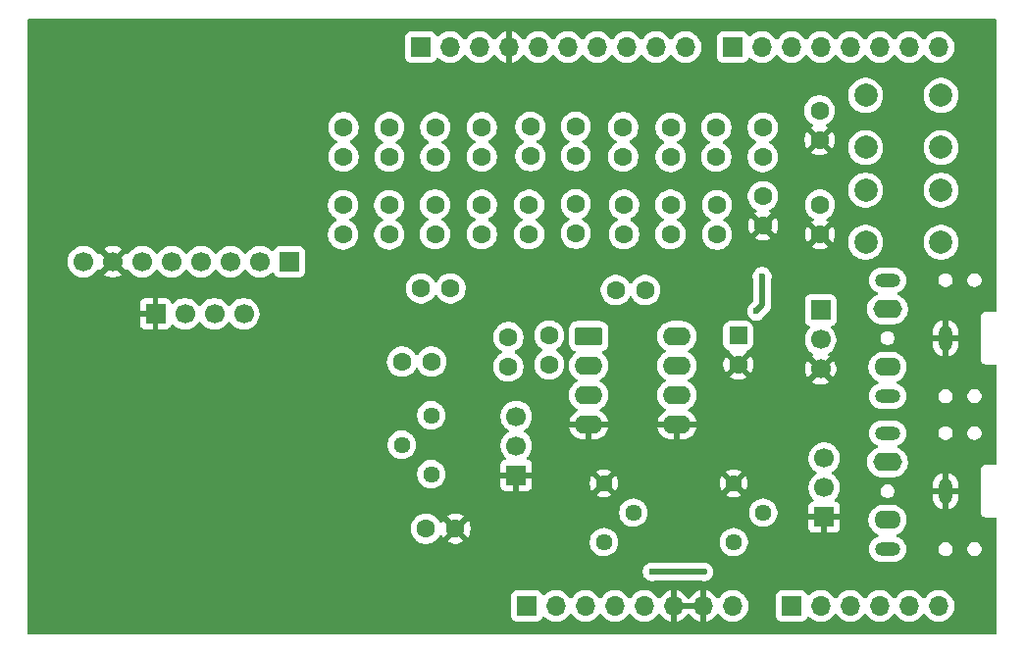
<source format=gbr>
%TF.GenerationSoftware,KiCad,Pcbnew,9.0.7*%
%TF.CreationDate,2026-02-04T01:14:12-07:00*%
%TF.ProjectId,ShieldV1,53686965-6c64-4563-912e-6b696361645f,rev?*%
%TF.SameCoordinates,Original*%
%TF.FileFunction,Copper,L2,Bot*%
%TF.FilePolarity,Positive*%
%FSLAX46Y46*%
G04 Gerber Fmt 4.6, Leading zero omitted, Abs format (unit mm)*
G04 Created by KiCad (PCBNEW 9.0.7) date 2026-02-04 01:14:12*
%MOMM*%
%LPD*%
G01*
G04 APERTURE LIST*
G04 Aperture macros list*
%AMRoundRect*
0 Rectangle with rounded corners*
0 $1 Rounding radius*
0 $2 $3 $4 $5 $6 $7 $8 $9 X,Y pos of 4 corners*
0 Add a 4 corners polygon primitive as box body*
4,1,4,$2,$3,$4,$5,$6,$7,$8,$9,$2,$3,0*
0 Add four circle primitives for the rounded corners*
1,1,$1+$1,$2,$3*
1,1,$1+$1,$4,$5*
1,1,$1+$1,$6,$7*
1,1,$1+$1,$8,$9*
0 Add four rect primitives between the rounded corners*
20,1,$1+$1,$2,$3,$4,$5,0*
20,1,$1+$1,$4,$5,$6,$7,0*
20,1,$1+$1,$6,$7,$8,$9,0*
20,1,$1+$1,$8,$9,$2,$3,0*%
G04 Aperture macros list end*
%TA.AperFunction,ComponentPad*%
%ADD10R,1.700000X1.700000*%
%TD*%
%TA.AperFunction,ComponentPad*%
%ADD11O,1.700000X1.700000*%
%TD*%
%TA.AperFunction,ComponentPad*%
%ADD12C,1.600000*%
%TD*%
%TA.AperFunction,ComponentPad*%
%ADD13C,2.000000*%
%TD*%
%TA.AperFunction,ComponentPad*%
%ADD14C,1.700000*%
%TD*%
%TA.AperFunction,ComponentPad*%
%ADD15O,2.200000X1.200000*%
%TD*%
%TA.AperFunction,ComponentPad*%
%ADD16O,2.300000X1.600000*%
%TD*%
%TA.AperFunction,ComponentPad*%
%ADD17O,1.200000X2.200000*%
%TD*%
%TA.AperFunction,ComponentPad*%
%ADD18O,2.500000X1.600000*%
%TD*%
%TA.AperFunction,ComponentPad*%
%ADD19RoundRect,0.250000X-0.550000X0.550000X-0.550000X-0.550000X0.550000X-0.550000X0.550000X0.550000X0*%
%TD*%
%TA.AperFunction,ComponentPad*%
%ADD20C,1.440000*%
%TD*%
%TA.AperFunction,ComponentPad*%
%ADD21RoundRect,0.250000X-0.950000X-0.550000X0.950000X-0.550000X0.950000X0.550000X-0.950000X0.550000X0*%
%TD*%
%TA.AperFunction,ComponentPad*%
%ADD22O,2.400000X1.600000*%
%TD*%
%TA.AperFunction,ViaPad*%
%ADD23C,0.600000*%
%TD*%
%TA.AperFunction,Conductor*%
%ADD24C,0.508000*%
%TD*%
G04 APERTURE END LIST*
D10*
%TO.P,J1,1,Pin_1*%
%TO.N,unconnected-(J1-Pin_1-Pad1)*%
X127940000Y-97460000D03*
D11*
%TO.P,J1,2,Pin_2*%
%TO.N,/IOREF*%
X130480000Y-97460000D03*
%TO.P,J1,3,Pin_3*%
%TO.N,/~{RESET}*%
X133020000Y-97460000D03*
%TO.P,J1,4,Pin_4*%
%TO.N,+3V3*%
X135560000Y-97460000D03*
%TO.P,J1,5,Pin_5*%
%TO.N,+5V*%
X138100000Y-97460000D03*
%TO.P,J1,6,Pin_6*%
%TO.N,GND*%
X140640000Y-97460000D03*
%TO.P,J1,7,Pin_7*%
X143180000Y-97460000D03*
%TO.P,J1,8,Pin_8*%
%TO.N,VCC*%
X145720000Y-97460000D03*
%TD*%
D10*
%TO.P,J3,1,Pin_1*%
%TO.N,/A0*%
X150800000Y-97460000D03*
D11*
%TO.P,J3,2,Pin_2*%
%TO.N,/A1*%
X153340000Y-97460000D03*
%TO.P,J3,3,Pin_3*%
%TO.N,/IN_RIGHT*%
X155880000Y-97460000D03*
%TO.P,J3,4,Pin_4*%
%TO.N,/IN_LEFT*%
X158420000Y-97460000D03*
%TO.P,J3,5,Pin_5*%
%TO.N,/SDA{slash}A4*%
X160960000Y-97460000D03*
%TO.P,J3,6,Pin_6*%
%TO.N,/SCL{slash}A5*%
X163500000Y-97460000D03*
%TD*%
D10*
%TO.P,J2,1,Pin_1*%
%TO.N,/SCL*%
X118796000Y-49200000D03*
D11*
%TO.P,J2,2,Pin_2*%
%TO.N,/SDA*%
X121336000Y-49200000D03*
%TO.P,J2,3,Pin_3*%
%TO.N,/AREF*%
X123876000Y-49200000D03*
%TO.P,J2,4,Pin_4*%
%TO.N,GND*%
X126416000Y-49200000D03*
%TO.P,J2,5,Pin_5*%
%TO.N,/D9*%
X128956000Y-49200000D03*
%TO.P,J2,6,Pin_6*%
%TO.N,/D8*%
X131496000Y-49200000D03*
%TO.P,J2,7,Pin_7*%
%TO.N,/D7*%
X134036000Y-49200000D03*
%TO.P,J2,8,Pin_8*%
%TO.N,/D6*%
X136576000Y-49200000D03*
%TO.P,J2,9,Pin_9*%
%TO.N,/D5*%
X139116000Y-49200000D03*
%TO.P,J2,10,Pin_10*%
%TO.N,/D4*%
X141656000Y-49200000D03*
%TD*%
D10*
%TO.P,J4,1,Pin_1*%
%TO.N,/D3*%
X145720000Y-49200000D03*
D11*
%TO.P,J4,2,Pin_2*%
%TO.N,/D2*%
X148260000Y-49200000D03*
%TO.P,J4,3,Pin_3*%
%TO.N,/D1*%
X150800000Y-49200000D03*
%TO.P,J4,4,Pin_4*%
%TO.N,/D0*%
X153340000Y-49200000D03*
%TO.P,J4,5,Pin_5*%
%TO.N,/BT2*%
X155880000Y-49200000D03*
%TO.P,J4,6,Pin_6*%
%TO.N,/BT1*%
X158420000Y-49200000D03*
%TO.P,J4,7,Pin_7*%
%TO.N,/TX{slash}1*%
X160960000Y-49200000D03*
%TO.P,J4,8,Pin_8*%
%TO.N,/RX{slash}0*%
X163500000Y-49200000D03*
%TD*%
D12*
%TO.P,R9,1*%
%TO.N,Net-(R10-Pad1)*%
X136350000Y-62810000D03*
%TO.P,R9,2*%
%TO.N,Net-(R7-Pad1)*%
X136350000Y-65350000D03*
%TD*%
%TO.P,R13,1*%
%TO.N,Net-(R13-Pad1)*%
X128150000Y-62820000D03*
%TO.P,R13,2*%
%TO.N,Net-(R11-Pad1)*%
X128150000Y-65360000D03*
%TD*%
%TO.P,R14,1*%
%TO.N,Net-(R13-Pad1)*%
X128262000Y-58620000D03*
%TO.P,R14,2*%
%TO.N,/D5*%
X128262000Y-56080000D03*
%TD*%
%TO.P,R18,1*%
%TO.N,Net-(R17-Pad1)*%
X120050000Y-58670000D03*
%TO.P,R18,2*%
%TO.N,/D7*%
X120050000Y-56130000D03*
%TD*%
%TO.P,R4,1*%
%TO.N,Net-(R3-Pad2)*%
X148320000Y-58690000D03*
%TO.P,R4,2*%
%TO.N,/D0*%
X148320000Y-56150000D03*
%TD*%
%TO.P,R15,1*%
%TO.N,Net-(R15-Pad1)*%
X124070000Y-62810000D03*
%TO.P,R15,2*%
%TO.N,Net-(R13-Pad1)*%
X124070000Y-65350000D03*
%TD*%
%TO.P,R19,1*%
%TO.N,Net-(R19-Pad1)*%
X116080000Y-62840000D03*
%TO.P,R19,2*%
%TO.N,Net-(R17-Pad1)*%
X116080000Y-65380000D03*
%TD*%
%TO.P,C2,1*%
%TO.N,Net-(U1A--)*%
X129890000Y-76600000D03*
%TO.P,C2,2*%
%TO.N,Net-(C2-Pad2)*%
X129890000Y-74100000D03*
%TD*%
%TO.P,R7,1*%
%TO.N,Net-(R7-Pad1)*%
X140350000Y-62820000D03*
%TO.P,R7,2*%
%TO.N,Net-(R5-Pad1)*%
X140350000Y-65360000D03*
%TD*%
%TO.P,R21,1*%
%TO.N,Net-(R21-Pad1)*%
X112090000Y-62840000D03*
%TO.P,R21,2*%
%TO.N,Net-(R19-Pad1)*%
X112090000Y-65380000D03*
%TD*%
D13*
%TO.P,SW2,1,1*%
%TO.N,+5V*%
X163710000Y-66050000D03*
X157210000Y-66050000D03*
%TO.P,SW2,2,2*%
%TO.N,/BT2*%
X163710000Y-61550000D03*
X157210000Y-61550000D03*
%TD*%
D12*
%TO.P,R20,1*%
%TO.N,Net-(R19-Pad1)*%
X116090000Y-58670000D03*
%TO.P,R20,2*%
%TO.N,/D8*%
X116090000Y-56130000D03*
%TD*%
%TO.P,R6,1*%
%TO.N,Net-(R5-Pad1)*%
X144310000Y-58680000D03*
%TO.P,R6,2*%
%TO.N,/D1*%
X144310000Y-56140000D03*
%TD*%
D10*
%TO.P,J7,1,Pin_1*%
%TO.N,/AUDIO_OUT*%
X153310000Y-71920000D03*
D14*
%TO.P,J7,2,Pin_2*%
X153310000Y-74460000D03*
%TO.P,J7,3,Pin_3*%
%TO.N,GND*%
X153310000Y-77000000D03*
%TD*%
D12*
%TO.P,R10,1*%
%TO.N,Net-(R10-Pad1)*%
X136270000Y-58650000D03*
%TO.P,R10,2*%
%TO.N,/D3*%
X136270000Y-56110000D03*
%TD*%
D10*
%TO.P,J5,1,Pin_1*%
%TO.N,unconnected-(J5-Pin_1-Pad1)*%
X107460000Y-67730000D03*
D14*
%TO.P,J5,2,Pin_2*%
%TO.N,unconnected-(J5-Pin_2-Pad2)*%
X104920000Y-67730000D03*
%TO.P,J5,3,Pin_3*%
%TO.N,unconnected-(J5-Pin_3-Pad3)*%
X102380000Y-67730000D03*
%TO.P,J5,4,Pin_4*%
%TO.N,unconnected-(J5-Pin_4-Pad4)*%
X99840000Y-67730000D03*
%TO.P,J5,5,Pin_5*%
%TO.N,/SDA*%
X97300000Y-67730000D03*
%TO.P,J5,6,Pin_6*%
%TO.N,/SCL*%
X94760000Y-67730000D03*
%TO.P,J5,7,Pin_7*%
%TO.N,GND*%
X92220000Y-67730000D03*
%TO.P,J5,8,Pin_8*%
%TO.N,+5V*%
X89680000Y-67730000D03*
%TD*%
D12*
%TO.P,R26,1*%
%TO.N,Net-(R26-Pad1)*%
X119260000Y-90790000D03*
%TO.P,R26,2*%
%TO.N,GND*%
X121800000Y-90790000D03*
%TD*%
D15*
%TO.P,J11,R*%
%TO.N,/AUDIO_OUT*%
X159090000Y-79330000D03*
D16*
%TO.P,J11,RN*%
X159090000Y-76830000D03*
D17*
%TO.P,J11,S*%
%TO.N,GND*%
X164090000Y-74330000D03*
D15*
%TO.P,J11,T*%
%TO.N,/AUDIO_OUT*%
X159090000Y-69330000D03*
D18*
%TO.P,J11,TN*%
X159090000Y-71830000D03*
%TD*%
D12*
%TO.P,R5,1*%
%TO.N,Net-(R5-Pad1)*%
X144370000Y-62850000D03*
%TO.P,R5,2*%
%TO.N,Net-(R3-Pad2)*%
X144370000Y-65390000D03*
%TD*%
D19*
%TO.P,C1,1*%
%TO.N,+5V*%
X146210000Y-74107620D03*
D12*
%TO.P,C1,2*%
%TO.N,GND*%
X146210000Y-76607620D03*
%TD*%
%TO.P,R24,1*%
%TO.N,Net-(C2-Pad2)*%
X126360000Y-74240000D03*
%TO.P,R24,2*%
%TO.N,Net-(U1A--)*%
X126360000Y-76780000D03*
%TD*%
%TO.P,R12,1*%
%TO.N,Net-(R11-Pad1)*%
X132180000Y-58620000D03*
%TO.P,R12,2*%
%TO.N,/D4*%
X132180000Y-56080000D03*
%TD*%
D13*
%TO.P,SW1,1,1*%
%TO.N,+5V*%
X163710000Y-57870000D03*
X157210000Y-57870000D03*
%TO.P,SW1,2,2*%
%TO.N,/BT1*%
X163710000Y-53370000D03*
X157210000Y-53370000D03*
%TD*%
D12*
%TO.P,R11,1*%
%TO.N,Net-(R11-Pad1)*%
X132180000Y-62770000D03*
%TO.P,R11,2*%
%TO.N,Net-(R10-Pad1)*%
X132180000Y-65310000D03*
%TD*%
%TO.P,R22,1*%
%TO.N,Net-(R21-Pad1)*%
X112130000Y-58650000D03*
%TO.P,R22,2*%
%TO.N,/D9*%
X112130000Y-56110000D03*
%TD*%
D10*
%TO.P,J12,1,Pin_1*%
%TO.N,GND*%
X153620000Y-89780000D03*
D14*
%TO.P,J12,2,Pin_2*%
%TO.N,/IN_RIGHT*%
X153620000Y-87240000D03*
%TO.P,J12,3,Pin_3*%
%TO.N,/IN_LEFT*%
X153620000Y-84700000D03*
%TD*%
D12*
%TO.P,R1,1*%
%TO.N,/BT1*%
X153220000Y-54670000D03*
%TO.P,R1,2*%
%TO.N,GND*%
X153220000Y-57210000D03*
%TD*%
%TO.P,R27,1*%
%TO.N,/AUDIO_OUT*%
X138180000Y-70180000D03*
%TO.P,R27,2*%
%TO.N,Net-(C2-Pad2)*%
X135640000Y-70180000D03*
%TD*%
%TO.P,R17,1*%
%TO.N,Net-(R17-Pad1)*%
X120030000Y-62800000D03*
%TO.P,R17,2*%
%TO.N,Net-(R15-Pad1)*%
X120030000Y-65340000D03*
%TD*%
%TO.P,R25,1*%
%TO.N,+5V*%
X117180000Y-76360000D03*
%TO.P,R25,2*%
%TO.N,Net-(R25-Pad2)*%
X119720000Y-76360000D03*
%TD*%
%TO.P,R16,1*%
%TO.N,Net-(R15-Pad1)*%
X124070000Y-58650000D03*
%TO.P,R16,2*%
%TO.N,/D6*%
X124070000Y-56110000D03*
%TD*%
D20*
%TO.P,RV1,1,1*%
%TO.N,+5V*%
X134610000Y-91950000D03*
%TO.P,RV1,2,2*%
%TO.N,/A0*%
X137150000Y-89410000D03*
%TO.P,RV1,3,3*%
%TO.N,GND*%
X134610000Y-86870000D03*
%TD*%
D12*
%TO.P,R2,1*%
%TO.N,/BT2*%
X153260000Y-62810000D03*
%TO.P,R2,2*%
%TO.N,GND*%
X153260000Y-65350000D03*
%TD*%
D21*
%TO.P,U1,1*%
%TO.N,Net-(C2-Pad2)*%
X133300000Y-74170000D03*
D22*
%TO.P,U1,2,-*%
%TO.N,Net-(U1A--)*%
X133300000Y-76710000D03*
%TO.P,U1,3,+*%
%TO.N,Net-(J9-Pin_2)*%
X133300000Y-79250000D03*
%TO.P,U1,4,V-*%
%TO.N,GND*%
X133300000Y-81790000D03*
%TO.P,U1,5,+*%
X140920000Y-81790000D03*
%TO.P,U1,6,-*%
%TO.N,Net-(U1B--)*%
X140920000Y-79250000D03*
%TO.P,U1,7*%
X140920000Y-76710000D03*
%TO.P,U1,8,V+*%
%TO.N,+5V*%
X140920000Y-74170000D03*
%TD*%
D10*
%TO.P,J9,1,Pin_1*%
%TO.N,GND*%
X127040000Y-86170000D03*
D14*
%TO.P,J9,2,Pin_2*%
%TO.N,Net-(J9-Pin_2)*%
X127040000Y-83630000D03*
%TO.P,J9,3,Pin_3*%
%TO.N,Net-(J9-Pin_3)*%
X127040000Y-81090000D03*
%TD*%
D12*
%TO.P,R3,1*%
%TO.N,GND*%
X148340000Y-64610000D03*
%TO.P,R3,2*%
%TO.N,Net-(R3-Pad2)*%
X148340000Y-62070000D03*
%TD*%
D15*
%TO.P,J10,R*%
%TO.N,/IN_RIGHT*%
X159090000Y-92540000D03*
D16*
%TO.P,J10,RN*%
X159090000Y-90040000D03*
D17*
%TO.P,J10,S*%
%TO.N,GND*%
X164090000Y-87540000D03*
D15*
%TO.P,J10,T*%
%TO.N,/IN_LEFT*%
X159090000Y-82540000D03*
D18*
%TO.P,J10,TN*%
X159090000Y-85040000D03*
%TD*%
D20*
%TO.P,RV3,1,1*%
%TO.N,Net-(R25-Pad2)*%
X119705000Y-81000000D03*
%TO.P,RV3,2,2*%
%TO.N,Net-(J9-Pin_3)*%
X117165000Y-83540000D03*
%TO.P,RV3,3,3*%
%TO.N,Net-(R26-Pad1)*%
X119705000Y-86080000D03*
%TD*%
%TO.P,RV2,1,1*%
%TO.N,+5V*%
X145810000Y-91950000D03*
%TO.P,RV2,2,2*%
%TO.N,/A1*%
X148350000Y-89410000D03*
%TO.P,RV2,3,3*%
%TO.N,GND*%
X145810000Y-86870000D03*
%TD*%
D12*
%TO.P,R8,1*%
%TO.N,Net-(R7-Pad1)*%
X140370000Y-58690000D03*
%TO.P,R8,2*%
%TO.N,/D2*%
X140370000Y-56150000D03*
%TD*%
D10*
%TO.P,J6,1,Pin_1*%
%TO.N,GND*%
X95900000Y-72240000D03*
D14*
%TO.P,J6,2,Pin_2*%
%TO.N,+5V*%
X98440000Y-72240000D03*
%TO.P,J6,3,Pin_3*%
%TO.N,/SCL*%
X100980000Y-72240000D03*
%TO.P,J6,4,Pin_4*%
%TO.N,/SDA*%
X103520000Y-72240000D03*
%TD*%
D12*
%TO.P,R23,1*%
%TO.N,Net-(U1A--)*%
X121370000Y-70040000D03*
%TO.P,R23,2*%
%TO.N,Net-(R21-Pad1)*%
X118830000Y-70040000D03*
%TD*%
D23*
%TO.N,GND*%
X154762000Y-60000000D03*
X154762000Y-64000000D03*
%TO.N,+5V*%
X147762000Y-72000000D03*
X148262000Y-69000000D03*
%TO.N,/A0*%
X138762000Y-94500000D03*
X143262000Y-94500000D03*
%TD*%
D24*
%TO.N,GND*%
X154762000Y-60000000D02*
X154762000Y-64000000D01*
%TO.N,+5V*%
X148262000Y-71500000D02*
X147762000Y-72000000D01*
X148262000Y-69000000D02*
X148262000Y-71500000D01*
%TO.N,/A0*%
X143262000Y-94500000D02*
X138762000Y-94500000D01*
%TD*%
%TA.AperFunction,Conductor*%
%TO.N,GND*%
G36*
X142714075Y-97267007D02*
G01*
X142680000Y-97394174D01*
X142680000Y-97525826D01*
X142714075Y-97652993D01*
X142746988Y-97710000D01*
X141073012Y-97710000D01*
X141105925Y-97652993D01*
X141140000Y-97525826D01*
X141140000Y-97394174D01*
X141105925Y-97267007D01*
X141073012Y-97210000D01*
X142746988Y-97210000D01*
X142714075Y-97267007D01*
G37*
%TD.AperFunction*%
%TA.AperFunction,Conductor*%
G36*
X168447539Y-46755185D02*
G01*
X168493294Y-46807989D01*
X168504500Y-46859500D01*
X168504500Y-61872940D01*
X168504455Y-61873396D01*
X168504475Y-61885109D01*
X168504500Y-61899934D01*
X168504500Y-61915018D01*
X168504524Y-61915077D01*
X168504544Y-61927134D01*
X168504545Y-61927135D01*
X168514500Y-67830319D01*
X168514500Y-71930500D01*
X168494815Y-71997539D01*
X168442011Y-72043294D01*
X168390500Y-72054500D01*
X167614531Y-72054500D01*
X167590000Y-72054500D01*
X167527399Y-72054500D01*
X167446775Y-72076103D01*
X167406463Y-72086905D01*
X167298037Y-72149504D01*
X167298034Y-72149506D01*
X167209506Y-72238034D01*
X167209504Y-72238037D01*
X167146905Y-72346463D01*
X167137124Y-72382965D01*
X167114500Y-72467399D01*
X167114500Y-72514982D01*
X167114500Y-76105469D01*
X167114500Y-76130000D01*
X167114500Y-76192601D01*
X167146905Y-76313536D01*
X167209505Y-76421964D01*
X167298036Y-76510495D01*
X167406464Y-76573095D01*
X167527399Y-76605500D01*
X167574982Y-76605500D01*
X168390500Y-76605500D01*
X168457539Y-76625185D01*
X168503294Y-76677989D01*
X168514500Y-76729500D01*
X168514500Y-85140500D01*
X168494815Y-85207539D01*
X168442011Y-85253294D01*
X168390500Y-85264500D01*
X167614531Y-85264500D01*
X167590000Y-85264500D01*
X167527399Y-85264500D01*
X167470703Y-85279692D01*
X167406463Y-85296905D01*
X167298037Y-85359504D01*
X167298034Y-85359506D01*
X167209506Y-85448034D01*
X167209504Y-85448037D01*
X167146905Y-85556463D01*
X167139257Y-85585006D01*
X167114500Y-85677399D01*
X167114500Y-85724982D01*
X167114500Y-89315469D01*
X167114500Y-89340000D01*
X167114500Y-89402601D01*
X167146905Y-89523536D01*
X167209505Y-89631964D01*
X167298036Y-89720495D01*
X167406464Y-89783095D01*
X167527399Y-89815500D01*
X167574982Y-89815500D01*
X168390500Y-89815500D01*
X168457539Y-89835185D01*
X168503294Y-89887989D01*
X168514500Y-89939500D01*
X168514500Y-94039532D01*
X168514499Y-94040109D01*
X168504624Y-96162865D01*
X168504571Y-96174200D01*
X168504569Y-96174813D01*
X168504500Y-96174982D01*
X168504500Y-96189817D01*
X168504499Y-96190035D01*
X168504499Y-96190047D01*
X168504379Y-96215748D01*
X168504500Y-96216996D01*
X168504500Y-99800500D01*
X168484815Y-99867539D01*
X168432011Y-99913294D01*
X168380500Y-99924500D01*
X84961500Y-99924500D01*
X84894461Y-99904815D01*
X84848706Y-99852011D01*
X84837500Y-99800500D01*
X84837500Y-96561345D01*
X126581500Y-96561345D01*
X126581500Y-98358654D01*
X126588011Y-98419202D01*
X126588011Y-98419204D01*
X126639111Y-98556204D01*
X126726739Y-98673261D01*
X126843796Y-98760889D01*
X126980799Y-98811989D01*
X127008050Y-98814918D01*
X127041345Y-98818499D01*
X127041362Y-98818500D01*
X128838638Y-98818500D01*
X128838654Y-98818499D01*
X128865692Y-98815591D01*
X128899201Y-98811989D01*
X129036204Y-98760889D01*
X129153261Y-98673261D01*
X129240889Y-98556204D01*
X129285957Y-98435371D01*
X129327827Y-98379442D01*
X129393291Y-98355025D01*
X129461564Y-98369877D01*
X129489818Y-98391028D01*
X129594996Y-98496206D01*
X129767991Y-98621894D01*
X129861438Y-98669507D01*
X129958516Y-98718972D01*
X129958519Y-98718973D01*
X130060200Y-98752010D01*
X130161884Y-98785049D01*
X130373084Y-98818500D01*
X130373085Y-98818500D01*
X130586915Y-98818500D01*
X130586916Y-98818500D01*
X130798116Y-98785049D01*
X131001483Y-98718972D01*
X131192009Y-98621894D01*
X131365004Y-98496206D01*
X131516206Y-98345004D01*
X131641894Y-98172009D01*
X131641896Y-98172004D01*
X131644270Y-98168132D01*
X131696080Y-98121254D01*
X131765009Y-98109829D01*
X131829173Y-98137483D01*
X131855730Y-98168132D01*
X131858103Y-98172005D01*
X131858105Y-98172008D01*
X131858106Y-98172009D01*
X131983794Y-98345004D01*
X132134996Y-98496206D01*
X132307991Y-98621894D01*
X132401438Y-98669507D01*
X132498516Y-98718972D01*
X132498519Y-98718973D01*
X132600200Y-98752010D01*
X132701884Y-98785049D01*
X132913084Y-98818500D01*
X132913085Y-98818500D01*
X133126915Y-98818500D01*
X133126916Y-98818500D01*
X133338116Y-98785049D01*
X133541483Y-98718972D01*
X133732009Y-98621894D01*
X133905004Y-98496206D01*
X134056206Y-98345004D01*
X134181894Y-98172009D01*
X134181896Y-98172004D01*
X134184270Y-98168132D01*
X134236080Y-98121254D01*
X134305009Y-98109829D01*
X134369173Y-98137483D01*
X134395730Y-98168132D01*
X134398103Y-98172005D01*
X134398105Y-98172008D01*
X134398106Y-98172009D01*
X134523794Y-98345004D01*
X134674996Y-98496206D01*
X134847991Y-98621894D01*
X134941438Y-98669507D01*
X135038516Y-98718972D01*
X135038519Y-98718973D01*
X135140200Y-98752010D01*
X135241884Y-98785049D01*
X135453084Y-98818500D01*
X135453085Y-98818500D01*
X135666915Y-98818500D01*
X135666916Y-98818500D01*
X135878116Y-98785049D01*
X136081483Y-98718972D01*
X136272009Y-98621894D01*
X136445004Y-98496206D01*
X136596206Y-98345004D01*
X136721894Y-98172009D01*
X136721896Y-98172004D01*
X136724270Y-98168132D01*
X136776080Y-98121254D01*
X136845009Y-98109829D01*
X136909173Y-98137483D01*
X136935730Y-98168132D01*
X136938103Y-98172005D01*
X136938105Y-98172008D01*
X136938106Y-98172009D01*
X137063794Y-98345004D01*
X137214996Y-98496206D01*
X137387991Y-98621894D01*
X137481438Y-98669507D01*
X137578516Y-98718972D01*
X137578519Y-98718973D01*
X137680200Y-98752010D01*
X137781884Y-98785049D01*
X137993084Y-98818500D01*
X137993085Y-98818500D01*
X138206915Y-98818500D01*
X138206916Y-98818500D01*
X138418116Y-98785049D01*
X138621483Y-98718972D01*
X138812009Y-98621894D01*
X138985004Y-98496206D01*
X139136206Y-98345004D01*
X139261894Y-98172009D01*
X139264283Y-98167319D01*
X139312254Y-98116522D01*
X139380074Y-98099724D01*
X139446210Y-98122258D01*
X139482201Y-98163788D01*
X139482832Y-98163402D01*
X139485164Y-98167207D01*
X139485251Y-98167308D01*
X139485376Y-98167554D01*
X139610272Y-98339459D01*
X139610276Y-98339464D01*
X139760535Y-98489723D01*
X139760540Y-98489727D01*
X139932442Y-98614620D01*
X140121782Y-98711095D01*
X140323871Y-98776757D01*
X140390000Y-98787231D01*
X140390000Y-97893012D01*
X140447007Y-97925925D01*
X140574174Y-97960000D01*
X140705826Y-97960000D01*
X140832993Y-97925925D01*
X140890000Y-97893012D01*
X140890000Y-98787230D01*
X140956126Y-98776757D01*
X140956129Y-98776757D01*
X141158217Y-98711095D01*
X141347557Y-98614620D01*
X141519459Y-98489727D01*
X141519464Y-98489723D01*
X141669723Y-98339464D01*
X141669727Y-98339459D01*
X141794620Y-98167558D01*
X141799514Y-98157954D01*
X141847488Y-98107157D01*
X141915308Y-98090361D01*
X141981444Y-98112897D01*
X142020486Y-98157954D01*
X142025379Y-98167558D01*
X142150272Y-98339459D01*
X142150276Y-98339464D01*
X142300535Y-98489723D01*
X142300540Y-98489727D01*
X142472442Y-98614620D01*
X142661782Y-98711095D01*
X142863871Y-98776757D01*
X142930000Y-98787231D01*
X142930000Y-97893012D01*
X142987007Y-97925925D01*
X143114174Y-97960000D01*
X143245826Y-97960000D01*
X143372993Y-97925925D01*
X143430000Y-97893012D01*
X143430000Y-98787230D01*
X143496126Y-98776757D01*
X143496129Y-98776757D01*
X143698217Y-98711095D01*
X143887557Y-98614620D01*
X144059459Y-98489727D01*
X144059464Y-98489723D01*
X144209723Y-98339464D01*
X144209727Y-98339459D01*
X144334619Y-98167560D01*
X144334738Y-98167327D01*
X144334808Y-98167252D01*
X144337168Y-98163402D01*
X144337976Y-98163897D01*
X144382707Y-98116526D01*
X144450526Y-98099723D01*
X144516663Y-98122254D01*
X144555712Y-98167311D01*
X144558105Y-98172008D01*
X144600002Y-98229674D01*
X144683794Y-98345004D01*
X144834996Y-98496206D01*
X145007991Y-98621894D01*
X145101438Y-98669507D01*
X145198516Y-98718972D01*
X145198519Y-98718973D01*
X145300200Y-98752010D01*
X145401884Y-98785049D01*
X145613084Y-98818500D01*
X145613085Y-98818500D01*
X145826915Y-98818500D01*
X145826916Y-98818500D01*
X146038116Y-98785049D01*
X146241483Y-98718972D01*
X146432009Y-98621894D01*
X146605004Y-98496206D01*
X146756206Y-98345004D01*
X146881894Y-98172009D01*
X146978972Y-97981483D01*
X147045049Y-97778116D01*
X147078500Y-97566916D01*
X147078500Y-97353084D01*
X147045049Y-97141884D01*
X146978972Y-96938517D01*
X146978972Y-96938516D01*
X146923495Y-96829638D01*
X146881894Y-96747991D01*
X146756206Y-96574996D01*
X146742555Y-96561345D01*
X149441500Y-96561345D01*
X149441500Y-98358654D01*
X149448011Y-98419202D01*
X149448011Y-98419204D01*
X149499111Y-98556204D01*
X149586739Y-98673261D01*
X149703796Y-98760889D01*
X149840799Y-98811989D01*
X149868050Y-98814918D01*
X149901345Y-98818499D01*
X149901362Y-98818500D01*
X151698638Y-98818500D01*
X151698654Y-98818499D01*
X151725692Y-98815591D01*
X151759201Y-98811989D01*
X151896204Y-98760889D01*
X152013261Y-98673261D01*
X152100889Y-98556204D01*
X152145957Y-98435371D01*
X152187827Y-98379442D01*
X152253291Y-98355025D01*
X152321564Y-98369877D01*
X152349818Y-98391028D01*
X152454996Y-98496206D01*
X152627991Y-98621894D01*
X152721438Y-98669507D01*
X152818516Y-98718972D01*
X152818519Y-98718973D01*
X152920200Y-98752010D01*
X153021884Y-98785049D01*
X153233084Y-98818500D01*
X153233085Y-98818500D01*
X153446915Y-98818500D01*
X153446916Y-98818500D01*
X153658116Y-98785049D01*
X153861483Y-98718972D01*
X154052009Y-98621894D01*
X154225004Y-98496206D01*
X154376206Y-98345004D01*
X154501894Y-98172009D01*
X154501896Y-98172004D01*
X154504270Y-98168132D01*
X154556080Y-98121254D01*
X154625009Y-98109829D01*
X154689173Y-98137483D01*
X154715730Y-98168132D01*
X154718103Y-98172005D01*
X154718105Y-98172008D01*
X154718106Y-98172009D01*
X154843794Y-98345004D01*
X154994996Y-98496206D01*
X155167991Y-98621894D01*
X155261438Y-98669507D01*
X155358516Y-98718972D01*
X155358519Y-98718973D01*
X155460200Y-98752010D01*
X155561884Y-98785049D01*
X155773084Y-98818500D01*
X155773085Y-98818500D01*
X155986915Y-98818500D01*
X155986916Y-98818500D01*
X156198116Y-98785049D01*
X156401483Y-98718972D01*
X156592009Y-98621894D01*
X156765004Y-98496206D01*
X156916206Y-98345004D01*
X157041894Y-98172009D01*
X157041896Y-98172004D01*
X157044270Y-98168132D01*
X157096080Y-98121254D01*
X157165009Y-98109829D01*
X157229173Y-98137483D01*
X157255730Y-98168132D01*
X157258103Y-98172005D01*
X157258105Y-98172008D01*
X157258106Y-98172009D01*
X157383794Y-98345004D01*
X157534996Y-98496206D01*
X157707991Y-98621894D01*
X157801438Y-98669507D01*
X157898516Y-98718972D01*
X157898519Y-98718973D01*
X158000200Y-98752010D01*
X158101884Y-98785049D01*
X158313084Y-98818500D01*
X158313085Y-98818500D01*
X158526915Y-98818500D01*
X158526916Y-98818500D01*
X158738116Y-98785049D01*
X158941483Y-98718972D01*
X159132009Y-98621894D01*
X159305004Y-98496206D01*
X159456206Y-98345004D01*
X159581894Y-98172009D01*
X159581896Y-98172004D01*
X159584270Y-98168132D01*
X159636080Y-98121254D01*
X159705009Y-98109829D01*
X159769173Y-98137483D01*
X159795730Y-98168132D01*
X159798103Y-98172005D01*
X159798105Y-98172008D01*
X159798106Y-98172009D01*
X159923794Y-98345004D01*
X160074996Y-98496206D01*
X160247991Y-98621894D01*
X160341438Y-98669507D01*
X160438516Y-98718972D01*
X160438519Y-98718973D01*
X160540200Y-98752010D01*
X160641884Y-98785049D01*
X160853084Y-98818500D01*
X160853085Y-98818500D01*
X161066915Y-98818500D01*
X161066916Y-98818500D01*
X161278116Y-98785049D01*
X161481483Y-98718972D01*
X161672009Y-98621894D01*
X161845004Y-98496206D01*
X161996206Y-98345004D01*
X162121894Y-98172009D01*
X162121896Y-98172004D01*
X162124270Y-98168132D01*
X162176080Y-98121254D01*
X162245009Y-98109829D01*
X162309173Y-98137483D01*
X162335730Y-98168132D01*
X162338103Y-98172005D01*
X162338105Y-98172008D01*
X162338106Y-98172009D01*
X162463794Y-98345004D01*
X162614996Y-98496206D01*
X162787991Y-98621894D01*
X162881438Y-98669507D01*
X162978516Y-98718972D01*
X162978519Y-98718973D01*
X163080200Y-98752010D01*
X163181884Y-98785049D01*
X163393084Y-98818500D01*
X163393085Y-98818500D01*
X163606915Y-98818500D01*
X163606916Y-98818500D01*
X163818116Y-98785049D01*
X164021483Y-98718972D01*
X164212009Y-98621894D01*
X164385004Y-98496206D01*
X164536206Y-98345004D01*
X164661894Y-98172009D01*
X164758972Y-97981483D01*
X164825049Y-97778116D01*
X164858500Y-97566916D01*
X164858500Y-97353084D01*
X164825049Y-97141884D01*
X164758972Y-96938517D01*
X164758972Y-96938516D01*
X164703495Y-96829638D01*
X164661894Y-96747991D01*
X164536206Y-96574996D01*
X164385004Y-96423794D01*
X164212009Y-96298106D01*
X164021483Y-96201027D01*
X164021480Y-96201026D01*
X163818117Y-96134951D01*
X163712516Y-96118225D01*
X163606916Y-96101500D01*
X163393084Y-96101500D01*
X163322684Y-96112650D01*
X163181882Y-96134951D01*
X162978519Y-96201026D01*
X162978516Y-96201027D01*
X162787990Y-96298106D01*
X162614993Y-96423796D01*
X162463796Y-96574993D01*
X162338105Y-96747991D01*
X162335727Y-96751873D01*
X162283914Y-96798748D01*
X162214984Y-96810169D01*
X162150822Y-96782512D01*
X162124273Y-96751873D01*
X162121894Y-96747991D01*
X162121891Y-96747987D01*
X161996206Y-96574996D01*
X161845004Y-96423794D01*
X161672009Y-96298106D01*
X161481483Y-96201027D01*
X161481480Y-96201026D01*
X161278117Y-96134951D01*
X161172516Y-96118225D01*
X161066916Y-96101500D01*
X160853084Y-96101500D01*
X160782684Y-96112650D01*
X160641882Y-96134951D01*
X160438519Y-96201026D01*
X160438516Y-96201027D01*
X160247990Y-96298106D01*
X160074993Y-96423796D01*
X159923796Y-96574993D01*
X159798105Y-96747991D01*
X159795727Y-96751873D01*
X159743914Y-96798748D01*
X159674984Y-96810169D01*
X159610822Y-96782512D01*
X159584273Y-96751873D01*
X159581894Y-96747991D01*
X159581891Y-96747987D01*
X159456206Y-96574996D01*
X159305004Y-96423794D01*
X159132009Y-96298106D01*
X158941483Y-96201027D01*
X158941480Y-96201026D01*
X158738117Y-96134951D01*
X158632516Y-96118225D01*
X158526916Y-96101500D01*
X158313084Y-96101500D01*
X158242684Y-96112650D01*
X158101882Y-96134951D01*
X157898519Y-96201026D01*
X157898516Y-96201027D01*
X157707990Y-96298106D01*
X157534993Y-96423796D01*
X157383796Y-96574993D01*
X157258105Y-96747991D01*
X157255727Y-96751873D01*
X157203914Y-96798748D01*
X157134984Y-96810169D01*
X157070822Y-96782512D01*
X157044273Y-96751873D01*
X157041894Y-96747991D01*
X157041891Y-96747987D01*
X156916206Y-96574996D01*
X156765004Y-96423794D01*
X156592009Y-96298106D01*
X156401483Y-96201027D01*
X156401480Y-96201026D01*
X156198117Y-96134951D01*
X156092516Y-96118225D01*
X155986916Y-96101500D01*
X155773084Y-96101500D01*
X155702684Y-96112650D01*
X155561882Y-96134951D01*
X155358519Y-96201026D01*
X155358516Y-96201027D01*
X155167990Y-96298106D01*
X154994993Y-96423796D01*
X154843796Y-96574993D01*
X154718105Y-96747991D01*
X154715727Y-96751873D01*
X154663914Y-96798748D01*
X154594984Y-96810169D01*
X154530822Y-96782512D01*
X154504273Y-96751873D01*
X154501894Y-96747991D01*
X154501891Y-96747987D01*
X154376206Y-96574996D01*
X154225004Y-96423794D01*
X154052009Y-96298106D01*
X153861483Y-96201027D01*
X153861480Y-96201026D01*
X153658117Y-96134951D01*
X153552516Y-96118225D01*
X153446916Y-96101500D01*
X153233084Y-96101500D01*
X153162684Y-96112650D01*
X153021882Y-96134951D01*
X152818519Y-96201026D01*
X152818516Y-96201027D01*
X152627990Y-96298106D01*
X152454997Y-96423793D01*
X152349818Y-96528972D01*
X152288495Y-96562456D01*
X152218803Y-96557472D01*
X152162870Y-96515600D01*
X152145958Y-96484629D01*
X152100889Y-96363796D01*
X152013261Y-96246739D01*
X151896204Y-96159111D01*
X151759203Y-96108011D01*
X151698654Y-96101500D01*
X151698638Y-96101500D01*
X149901362Y-96101500D01*
X149901345Y-96101500D01*
X149840797Y-96108011D01*
X149840795Y-96108011D01*
X149703795Y-96159111D01*
X149586739Y-96246739D01*
X149499111Y-96363795D01*
X149448011Y-96500795D01*
X149448011Y-96500797D01*
X149441500Y-96561345D01*
X146742555Y-96561345D01*
X146605004Y-96423794D01*
X146432009Y-96298106D01*
X146241483Y-96201027D01*
X146241480Y-96201026D01*
X146038117Y-96134951D01*
X145932516Y-96118225D01*
X145826916Y-96101500D01*
X145613084Y-96101500D01*
X145542684Y-96112650D01*
X145401882Y-96134951D01*
X145198519Y-96201026D01*
X145198516Y-96201027D01*
X145007990Y-96298106D01*
X144834993Y-96423796D01*
X144683796Y-96574993D01*
X144558103Y-96747994D01*
X144555709Y-96752693D01*
X144507731Y-96803485D01*
X144439908Y-96820275D01*
X144373775Y-96797732D01*
X144337800Y-96756210D01*
X144337168Y-96756598D01*
X144334829Y-96752781D01*
X144334743Y-96752682D01*
X144334620Y-96752441D01*
X144209727Y-96580540D01*
X144209723Y-96580535D01*
X144059464Y-96430276D01*
X144059459Y-96430272D01*
X143887557Y-96305379D01*
X143698215Y-96208903D01*
X143496124Y-96143241D01*
X143430000Y-96132768D01*
X143430000Y-97026988D01*
X143372993Y-96994075D01*
X143245826Y-96960000D01*
X143114174Y-96960000D01*
X142987007Y-96994075D01*
X142930000Y-97026988D01*
X142930000Y-96132768D01*
X142929999Y-96132768D01*
X142863875Y-96143241D01*
X142661784Y-96208903D01*
X142472442Y-96305379D01*
X142300540Y-96430272D01*
X142300535Y-96430276D01*
X142150276Y-96580535D01*
X142150272Y-96580540D01*
X142025377Y-96752444D01*
X142020484Y-96762048D01*
X141972509Y-96812844D01*
X141904688Y-96829638D01*
X141838553Y-96807100D01*
X141799516Y-96762048D01*
X141794622Y-96752444D01*
X141669727Y-96580540D01*
X141669723Y-96580535D01*
X141519464Y-96430276D01*
X141519459Y-96430272D01*
X141347557Y-96305379D01*
X141158215Y-96208903D01*
X140956124Y-96143241D01*
X140890000Y-96132768D01*
X140890000Y-97026988D01*
X140832993Y-96994075D01*
X140705826Y-96960000D01*
X140574174Y-96960000D01*
X140447007Y-96994075D01*
X140390000Y-97026988D01*
X140390000Y-96132768D01*
X140389999Y-96132768D01*
X140323875Y-96143241D01*
X140121784Y-96208903D01*
X139932442Y-96305379D01*
X139760540Y-96430272D01*
X139760535Y-96430276D01*
X139610276Y-96580535D01*
X139610272Y-96580540D01*
X139485376Y-96752446D01*
X139485374Y-96752448D01*
X139485246Y-96752701D01*
X139485172Y-96752779D01*
X139482832Y-96756598D01*
X139482029Y-96756106D01*
X139437264Y-96803489D01*
X139369441Y-96820274D01*
X139303309Y-96797727D01*
X139264285Y-96752683D01*
X139261895Y-96747992D01*
X139230472Y-96704742D01*
X139136206Y-96574996D01*
X138985004Y-96423794D01*
X138812009Y-96298106D01*
X138621483Y-96201027D01*
X138621480Y-96201026D01*
X138418117Y-96134951D01*
X138312516Y-96118225D01*
X138206916Y-96101500D01*
X137993084Y-96101500D01*
X137922684Y-96112650D01*
X137781882Y-96134951D01*
X137578519Y-96201026D01*
X137578516Y-96201027D01*
X137387990Y-96298106D01*
X137214993Y-96423796D01*
X137063796Y-96574993D01*
X136938105Y-96747991D01*
X136935727Y-96751873D01*
X136883914Y-96798748D01*
X136814984Y-96810169D01*
X136750822Y-96782512D01*
X136724273Y-96751873D01*
X136721894Y-96747991D01*
X136721891Y-96747987D01*
X136596206Y-96574996D01*
X136445004Y-96423794D01*
X136272009Y-96298106D01*
X136081483Y-96201027D01*
X136081480Y-96201026D01*
X135878117Y-96134951D01*
X135772516Y-96118225D01*
X135666916Y-96101500D01*
X135453084Y-96101500D01*
X135382684Y-96112650D01*
X135241882Y-96134951D01*
X135038519Y-96201026D01*
X135038516Y-96201027D01*
X134847990Y-96298106D01*
X134674993Y-96423796D01*
X134523796Y-96574993D01*
X134398105Y-96747991D01*
X134395727Y-96751873D01*
X134343914Y-96798748D01*
X134274984Y-96810169D01*
X134210822Y-96782512D01*
X134184273Y-96751873D01*
X134181894Y-96747991D01*
X134181891Y-96747987D01*
X134056206Y-96574996D01*
X133905004Y-96423794D01*
X133732009Y-96298106D01*
X133541483Y-96201027D01*
X133541480Y-96201026D01*
X133338117Y-96134951D01*
X133232516Y-96118225D01*
X133126916Y-96101500D01*
X132913084Y-96101500D01*
X132842684Y-96112650D01*
X132701882Y-96134951D01*
X132498519Y-96201026D01*
X132498516Y-96201027D01*
X132307990Y-96298106D01*
X132134993Y-96423796D01*
X131983796Y-96574993D01*
X131858105Y-96747991D01*
X131855727Y-96751873D01*
X131803914Y-96798748D01*
X131734984Y-96810169D01*
X131670822Y-96782512D01*
X131644273Y-96751873D01*
X131641894Y-96747991D01*
X131641891Y-96747987D01*
X131516206Y-96574996D01*
X131365004Y-96423794D01*
X131192009Y-96298106D01*
X131001483Y-96201027D01*
X131001480Y-96201026D01*
X130798117Y-96134951D01*
X130692516Y-96118225D01*
X130586916Y-96101500D01*
X130373084Y-96101500D01*
X130302684Y-96112650D01*
X130161882Y-96134951D01*
X129958519Y-96201026D01*
X129958516Y-96201027D01*
X129767990Y-96298106D01*
X129594997Y-96423793D01*
X129489818Y-96528972D01*
X129428495Y-96562456D01*
X129358803Y-96557472D01*
X129302870Y-96515600D01*
X129285958Y-96484629D01*
X129240889Y-96363796D01*
X129153261Y-96246739D01*
X129036204Y-96159111D01*
X128899203Y-96108011D01*
X128838654Y-96101500D01*
X128838638Y-96101500D01*
X127041362Y-96101500D01*
X127041345Y-96101500D01*
X126980797Y-96108011D01*
X126980795Y-96108011D01*
X126843795Y-96159111D01*
X126726739Y-96246739D01*
X126639111Y-96363795D01*
X126588011Y-96500795D01*
X126588011Y-96500797D01*
X126581500Y-96561345D01*
X84837500Y-96561345D01*
X84837500Y-94420365D01*
X137953500Y-94420365D01*
X137953500Y-94579634D01*
X137984568Y-94735823D01*
X137984570Y-94735831D01*
X138045517Y-94882969D01*
X138133995Y-95015387D01*
X138134001Y-95015394D01*
X138246605Y-95127998D01*
X138246612Y-95128004D01*
X138379030Y-95216482D01*
X138379031Y-95216482D01*
X138379032Y-95216483D01*
X138526169Y-95277430D01*
X138682365Y-95308499D01*
X138682369Y-95308500D01*
X138682370Y-95308500D01*
X138841631Y-95308500D01*
X138841632Y-95308499D01*
X138997831Y-95277430D01*
X139011087Y-95271938D01*
X139058540Y-95262500D01*
X142965460Y-95262500D01*
X143012912Y-95271938D01*
X143026169Y-95277430D01*
X143182365Y-95308499D01*
X143182369Y-95308500D01*
X143182370Y-95308500D01*
X143341631Y-95308500D01*
X143341632Y-95308499D01*
X143497831Y-95277430D01*
X143644968Y-95216483D01*
X143777389Y-95128003D01*
X143890003Y-95015389D01*
X143978483Y-94882968D01*
X144039430Y-94735831D01*
X144070500Y-94579630D01*
X144070500Y-94420370D01*
X144039430Y-94264169D01*
X143978483Y-94117032D01*
X143937159Y-94055186D01*
X143890004Y-93984612D01*
X143889998Y-93984605D01*
X143777394Y-93872001D01*
X143777387Y-93871995D01*
X143644969Y-93783517D01*
X143497831Y-93722570D01*
X143497823Y-93722568D01*
X143341634Y-93691500D01*
X143341630Y-93691500D01*
X143182370Y-93691500D01*
X143182365Y-93691500D01*
X143026176Y-93722568D01*
X143026168Y-93722570D01*
X143012913Y-93728061D01*
X142965460Y-93737500D01*
X139058540Y-93737500D01*
X139011087Y-93728061D01*
X138997831Y-93722570D01*
X138997823Y-93722568D01*
X138841634Y-93691500D01*
X138841630Y-93691500D01*
X138682370Y-93691500D01*
X138682365Y-93691500D01*
X138526176Y-93722568D01*
X138526168Y-93722570D01*
X138379030Y-93783517D01*
X138246612Y-93871995D01*
X138246605Y-93872001D01*
X138134001Y-93984605D01*
X138133995Y-93984612D01*
X138045517Y-94117030D01*
X137984570Y-94264168D01*
X137984568Y-94264176D01*
X137953500Y-94420365D01*
X84837500Y-94420365D01*
X84837500Y-90687019D01*
X117951500Y-90687019D01*
X117951500Y-90892980D01*
X117983719Y-91096408D01*
X118047367Y-91292294D01*
X118111671Y-91418496D01*
X118138602Y-91471350D01*
X118140873Y-91475806D01*
X118261926Y-91642423D01*
X118261930Y-91642428D01*
X118407571Y-91788069D01*
X118407576Y-91788073D01*
X118497375Y-91853315D01*
X118574197Y-91909129D01*
X118672111Y-91959019D01*
X118757705Y-92002632D01*
X118757707Y-92002632D01*
X118757710Y-92002634D01*
X118862707Y-92036749D01*
X118953591Y-92066280D01*
X119055305Y-92082390D01*
X119157019Y-92098500D01*
X119157020Y-92098500D01*
X119362980Y-92098500D01*
X119362981Y-92098500D01*
X119566408Y-92066280D01*
X119762290Y-92002634D01*
X119945803Y-91909129D01*
X120112430Y-91788068D01*
X120258068Y-91642430D01*
X120379129Y-91475803D01*
X120424284Y-91387180D01*
X120472258Y-91336384D01*
X120540079Y-91319589D01*
X120606214Y-91342126D01*
X120645254Y-91387180D01*
X120688141Y-91471350D01*
X120688147Y-91471359D01*
X120720523Y-91515921D01*
X120720524Y-91515922D01*
X121400000Y-90836446D01*
X121400000Y-90842661D01*
X121427259Y-90944394D01*
X121479920Y-91035606D01*
X121554394Y-91110080D01*
X121645606Y-91162741D01*
X121747339Y-91190000D01*
X121753553Y-91190000D01*
X121074076Y-91869474D01*
X121118650Y-91901859D01*
X121300968Y-91994755D01*
X121495582Y-92057990D01*
X121697683Y-92090000D01*
X121902317Y-92090000D01*
X122104417Y-92057990D01*
X122299031Y-91994755D01*
X122481349Y-91901859D01*
X122525922Y-91869474D01*
X122509763Y-91853315D01*
X133381500Y-91853315D01*
X133381500Y-92046685D01*
X133389707Y-92098500D01*
X133411750Y-92237675D01*
X133471502Y-92421577D01*
X133471503Y-92421580D01*
X133559294Y-92593877D01*
X133672946Y-92750307D01*
X133672950Y-92750312D01*
X133809687Y-92887049D01*
X133809692Y-92887053D01*
X133917684Y-92965513D01*
X133966126Y-93000708D01*
X134078756Y-93058095D01*
X134138419Y-93088496D01*
X134138422Y-93088497D01*
X134172524Y-93099577D01*
X134322326Y-93148250D01*
X134513315Y-93178500D01*
X134513316Y-93178500D01*
X134706684Y-93178500D01*
X134706685Y-93178500D01*
X134897674Y-93148250D01*
X135081580Y-93088496D01*
X135253874Y-93000708D01*
X135410314Y-92887048D01*
X135547048Y-92750314D01*
X135660708Y-92593874D01*
X135748496Y-92421580D01*
X135808250Y-92237674D01*
X135838500Y-92046685D01*
X135838500Y-91853315D01*
X144581500Y-91853315D01*
X144581500Y-92046685D01*
X144589707Y-92098500D01*
X144611750Y-92237675D01*
X144671502Y-92421577D01*
X144671503Y-92421580D01*
X144759294Y-92593877D01*
X144872946Y-92750307D01*
X144872950Y-92750312D01*
X145009687Y-92887049D01*
X145009692Y-92887053D01*
X145117684Y-92965513D01*
X145166126Y-93000708D01*
X145278756Y-93058095D01*
X145338419Y-93088496D01*
X145338422Y-93088497D01*
X145372524Y-93099577D01*
X145522326Y-93148250D01*
X145713315Y-93178500D01*
X145713316Y-93178500D01*
X145906684Y-93178500D01*
X145906685Y-93178500D01*
X146097674Y-93148250D01*
X146281580Y-93088496D01*
X146453874Y-93000708D01*
X146610314Y-92887048D01*
X146747048Y-92750314D01*
X146860708Y-92593874D01*
X146948496Y-92421580D01*
X147008250Y-92237674D01*
X147038500Y-92046685D01*
X147038500Y-91853315D01*
X147008250Y-91662326D01*
X146959638Y-91512711D01*
X146948497Y-91478422D01*
X146948496Y-91478419D01*
X146918095Y-91418756D01*
X146860708Y-91306126D01*
X146821844Y-91252634D01*
X146747053Y-91149692D01*
X146747049Y-91149687D01*
X146610312Y-91012950D01*
X146610307Y-91012946D01*
X146453877Y-90899294D01*
X146453876Y-90899293D01*
X146453874Y-90899292D01*
X146398675Y-90871166D01*
X146281580Y-90811503D01*
X146281577Y-90811502D01*
X146097675Y-90751750D01*
X146002179Y-90736625D01*
X145906685Y-90721500D01*
X145713315Y-90721500D01*
X145649652Y-90731583D01*
X145522324Y-90751750D01*
X145338422Y-90811502D01*
X145338419Y-90811503D01*
X145166122Y-90899294D01*
X145009692Y-91012946D01*
X145009687Y-91012950D01*
X144872950Y-91149687D01*
X144872946Y-91149692D01*
X144759294Y-91306122D01*
X144671503Y-91478419D01*
X144671502Y-91478422D01*
X144611750Y-91662324D01*
X144606657Y-91694481D01*
X144581500Y-91853315D01*
X135838500Y-91853315D01*
X135808250Y-91662326D01*
X135759638Y-91512711D01*
X135748497Y-91478422D01*
X135748496Y-91478419D01*
X135718095Y-91418756D01*
X135660708Y-91306126D01*
X135621844Y-91252634D01*
X135547053Y-91149692D01*
X135547049Y-91149687D01*
X135410312Y-91012950D01*
X135410307Y-91012946D01*
X135253877Y-90899294D01*
X135253876Y-90899293D01*
X135253874Y-90899292D01*
X135198675Y-90871166D01*
X135081580Y-90811503D01*
X135081577Y-90811502D01*
X134897675Y-90751750D01*
X134802179Y-90736625D01*
X134706685Y-90721500D01*
X134513315Y-90721500D01*
X134449652Y-90731583D01*
X134322324Y-90751750D01*
X134138422Y-90811502D01*
X134138419Y-90811503D01*
X133966122Y-90899294D01*
X133809692Y-91012946D01*
X133809687Y-91012950D01*
X133672950Y-91149687D01*
X133672946Y-91149692D01*
X133559294Y-91306122D01*
X133471503Y-91478419D01*
X133471502Y-91478422D01*
X133411750Y-91662324D01*
X133406657Y-91694481D01*
X133381500Y-91853315D01*
X122509763Y-91853315D01*
X121846447Y-91190000D01*
X121852661Y-91190000D01*
X121954394Y-91162741D01*
X122045606Y-91110080D01*
X122120080Y-91035606D01*
X122172741Y-90944394D01*
X122200000Y-90842661D01*
X122200000Y-90836447D01*
X122879474Y-91515921D01*
X122911859Y-91471349D01*
X123004755Y-91289031D01*
X123067990Y-91094417D01*
X123100000Y-90892317D01*
X123100000Y-90687682D01*
X123067990Y-90485582D01*
X123004755Y-90290968D01*
X122911859Y-90108650D01*
X122879474Y-90064077D01*
X122879474Y-90064076D01*
X122200000Y-90743551D01*
X122200000Y-90737339D01*
X122172741Y-90635606D01*
X122120080Y-90544394D01*
X122045606Y-90469920D01*
X121954394Y-90417259D01*
X121852661Y-90390000D01*
X121846446Y-90390000D01*
X122525922Y-89710524D01*
X122525921Y-89710523D01*
X122481359Y-89678147D01*
X122481350Y-89678141D01*
X122299031Y-89585244D01*
X122104417Y-89522009D01*
X121902317Y-89490000D01*
X121697683Y-89490000D01*
X121495582Y-89522009D01*
X121300968Y-89585244D01*
X121118644Y-89678143D01*
X121074077Y-89710523D01*
X121074077Y-89710524D01*
X121753554Y-90390000D01*
X121747339Y-90390000D01*
X121645606Y-90417259D01*
X121554394Y-90469920D01*
X121479920Y-90544394D01*
X121427259Y-90635606D01*
X121400000Y-90737339D01*
X121400000Y-90743553D01*
X120720524Y-90064077D01*
X120720523Y-90064077D01*
X120688143Y-90108645D01*
X120688141Y-90108648D01*
X120645253Y-90192820D01*
X120597279Y-90243615D01*
X120529457Y-90260410D01*
X120463323Y-90237872D01*
X120424284Y-90192819D01*
X120417803Y-90180099D01*
X120379129Y-90104197D01*
X120342570Y-90053877D01*
X120258073Y-89937576D01*
X120258069Y-89937571D01*
X120112428Y-89791930D01*
X120112423Y-89791926D01*
X119945806Y-89670873D01*
X119945805Y-89670872D01*
X119945803Y-89670871D01*
X119869440Y-89631962D01*
X119762294Y-89577367D01*
X119566408Y-89513719D01*
X119390794Y-89485905D01*
X119362981Y-89481500D01*
X119157019Y-89481500D01*
X119132550Y-89485375D01*
X118953591Y-89513719D01*
X118757705Y-89577367D01*
X118574193Y-89670873D01*
X118407576Y-89791926D01*
X118407571Y-89791930D01*
X118261930Y-89937571D01*
X118261926Y-89937576D01*
X118140873Y-90104193D01*
X118047367Y-90287705D01*
X117983719Y-90483591D01*
X117951500Y-90687019D01*
X84837500Y-90687019D01*
X84837500Y-89313315D01*
X135921500Y-89313315D01*
X135921500Y-89506684D01*
X135951750Y-89697675D01*
X136011502Y-89881577D01*
X136011503Y-89881580D01*
X136099294Y-90053877D01*
X136212946Y-90210307D01*
X136212950Y-90210312D01*
X136349687Y-90347049D01*
X136349692Y-90347053D01*
X136446323Y-90417259D01*
X136506126Y-90460708D01*
X136618756Y-90518095D01*
X136678419Y-90548496D01*
X136678422Y-90548497D01*
X136770373Y-90578373D01*
X136862326Y-90608250D01*
X137053315Y-90638500D01*
X137053316Y-90638500D01*
X137246684Y-90638500D01*
X137246685Y-90638500D01*
X137437674Y-90608250D01*
X137621580Y-90548496D01*
X137793874Y-90460708D01*
X137950314Y-90347048D01*
X138087048Y-90210314D01*
X138200708Y-90053874D01*
X138288496Y-89881580D01*
X138348250Y-89697674D01*
X138378500Y-89506685D01*
X138378500Y-89313315D01*
X147121500Y-89313315D01*
X147121500Y-89506684D01*
X147151750Y-89697675D01*
X147211502Y-89881577D01*
X147211503Y-89881580D01*
X147299294Y-90053877D01*
X147412946Y-90210307D01*
X147412950Y-90210312D01*
X147549687Y-90347049D01*
X147549692Y-90347053D01*
X147646323Y-90417259D01*
X147706126Y-90460708D01*
X147818756Y-90518095D01*
X147878419Y-90548496D01*
X147878422Y-90548497D01*
X147970373Y-90578373D01*
X148062326Y-90608250D01*
X148253315Y-90638500D01*
X148253316Y-90638500D01*
X148446684Y-90638500D01*
X148446685Y-90638500D01*
X148637674Y-90608250D01*
X148821580Y-90548496D01*
X148993874Y-90460708D01*
X149150314Y-90347048D01*
X149287048Y-90210314D01*
X149400708Y-90053874D01*
X149474672Y-89908709D01*
X149488494Y-89881585D01*
X149488497Y-89881577D01*
X149517624Y-89791932D01*
X149548250Y-89697674D01*
X149578500Y-89506685D01*
X149578500Y-89313315D01*
X149548250Y-89122326D01*
X149488496Y-88938420D01*
X149488496Y-88938419D01*
X149458095Y-88878756D01*
X149400708Y-88766126D01*
X149343878Y-88687906D01*
X149287053Y-88609692D01*
X149287049Y-88609687D01*
X149150312Y-88472950D01*
X149150307Y-88472946D01*
X148993877Y-88359294D01*
X148993876Y-88359293D01*
X148993874Y-88359292D01*
X148938675Y-88331166D01*
X148821580Y-88271503D01*
X148821577Y-88271502D01*
X148637675Y-88211750D01*
X148542179Y-88196625D01*
X148446685Y-88181500D01*
X148253315Y-88181500D01*
X148189652Y-88191583D01*
X148062324Y-88211750D01*
X147878422Y-88271502D01*
X147878419Y-88271503D01*
X147706122Y-88359294D01*
X147549692Y-88472946D01*
X147549687Y-88472950D01*
X147412950Y-88609687D01*
X147412946Y-88609692D01*
X147299294Y-88766122D01*
X147211503Y-88938419D01*
X147211502Y-88938422D01*
X147151750Y-89122324D01*
X147121500Y-89313315D01*
X138378500Y-89313315D01*
X138348250Y-89122326D01*
X138288496Y-88938420D01*
X138288496Y-88938419D01*
X138258095Y-88878756D01*
X138200708Y-88766126D01*
X138143878Y-88687906D01*
X138087053Y-88609692D01*
X138087049Y-88609687D01*
X137950312Y-88472950D01*
X137950307Y-88472946D01*
X137793877Y-88359294D01*
X137793876Y-88359293D01*
X137793874Y-88359292D01*
X137738675Y-88331166D01*
X137621580Y-88271503D01*
X137621577Y-88271502D01*
X137437675Y-88211750D01*
X137342179Y-88196625D01*
X137246685Y-88181500D01*
X137053315Y-88181500D01*
X136989652Y-88191583D01*
X136862324Y-88211750D01*
X136678422Y-88271502D01*
X136678419Y-88271503D01*
X136506122Y-88359294D01*
X136349692Y-88472946D01*
X136349687Y-88472950D01*
X136212950Y-88609687D01*
X136212946Y-88609692D01*
X136099294Y-88766122D01*
X136011503Y-88938419D01*
X136011502Y-88938422D01*
X135951750Y-89122324D01*
X135921500Y-89313315D01*
X84837500Y-89313315D01*
X84837500Y-85983315D01*
X118476500Y-85983315D01*
X118476500Y-86176684D01*
X118506750Y-86367675D01*
X118566502Y-86551577D01*
X118566503Y-86551580D01*
X118609480Y-86635925D01*
X118651563Y-86718519D01*
X118654294Y-86723877D01*
X118767946Y-86880307D01*
X118767950Y-86880312D01*
X118904687Y-87017049D01*
X118904692Y-87017053D01*
X119040340Y-87115606D01*
X119061126Y-87130708D01*
X119140773Y-87171290D01*
X119233419Y-87218496D01*
X119233422Y-87218497D01*
X119308039Y-87242741D01*
X119417326Y-87278250D01*
X119608315Y-87308500D01*
X119608316Y-87308500D01*
X119801684Y-87308500D01*
X119801685Y-87308500D01*
X119992674Y-87278250D01*
X120176580Y-87218496D01*
X120348874Y-87130708D01*
X120505314Y-87017048D01*
X120642048Y-86880314D01*
X120755708Y-86723874D01*
X120843496Y-86551580D01*
X120903250Y-86367674D01*
X120933500Y-86176685D01*
X120933500Y-85983315D01*
X120903250Y-85792326D01*
X120873373Y-85700373D01*
X120843497Y-85608422D01*
X120843496Y-85608419D01*
X120809801Y-85542290D01*
X120755708Y-85436126D01*
X120716941Y-85382767D01*
X120642053Y-85279692D01*
X120642049Y-85279687D01*
X120505312Y-85142950D01*
X120505307Y-85142946D01*
X120348877Y-85029294D01*
X120348876Y-85029293D01*
X120348874Y-85029292D01*
X120268815Y-84988500D01*
X120176580Y-84941503D01*
X120176577Y-84941502D01*
X119992675Y-84881750D01*
X119897179Y-84866625D01*
X119801685Y-84851500D01*
X119608315Y-84851500D01*
X119544652Y-84861583D01*
X119417324Y-84881750D01*
X119233422Y-84941502D01*
X119233419Y-84941503D01*
X119061122Y-85029294D01*
X118904692Y-85142946D01*
X118904687Y-85142950D01*
X118767950Y-85279687D01*
X118767946Y-85279692D01*
X118654294Y-85436122D01*
X118566503Y-85608419D01*
X118566502Y-85608422D01*
X118506750Y-85792324D01*
X118476500Y-85983315D01*
X84837500Y-85983315D01*
X84837500Y-83443315D01*
X115936500Y-83443315D01*
X115936500Y-83636685D01*
X115951517Y-83731500D01*
X115966750Y-83827675D01*
X116026502Y-84011577D01*
X116026503Y-84011580D01*
X116086166Y-84128675D01*
X116111563Y-84178519D01*
X116114294Y-84183877D01*
X116227946Y-84340307D01*
X116227950Y-84340312D01*
X116364687Y-84477049D01*
X116364692Y-84477053D01*
X116448173Y-84537705D01*
X116521126Y-84590708D01*
X116633756Y-84648095D01*
X116693419Y-84678496D01*
X116693422Y-84678497D01*
X116785373Y-84708373D01*
X116877326Y-84738250D01*
X117068315Y-84768500D01*
X117068316Y-84768500D01*
X117261684Y-84768500D01*
X117261685Y-84768500D01*
X117452674Y-84738250D01*
X117636580Y-84678496D01*
X117808874Y-84590708D01*
X117965314Y-84477048D01*
X118102048Y-84340314D01*
X118215708Y-84183874D01*
X118303496Y-84011580D01*
X118363250Y-83827674D01*
X118393500Y-83636685D01*
X118393500Y-83443315D01*
X118363250Y-83252326D01*
X118316524Y-83108516D01*
X118303497Y-83068422D01*
X118303496Y-83068419D01*
X118251062Y-82965513D01*
X118215708Y-82896126D01*
X118145559Y-82799574D01*
X118102053Y-82739692D01*
X118102049Y-82739687D01*
X117965312Y-82602950D01*
X117965307Y-82602946D01*
X117808877Y-82489294D01*
X117808876Y-82489293D01*
X117808874Y-82489292D01*
X117710520Y-82439178D01*
X117636580Y-82401503D01*
X117636577Y-82401502D01*
X117452675Y-82341750D01*
X117357179Y-82326625D01*
X117261685Y-82311500D01*
X117068315Y-82311500D01*
X117004652Y-82321583D01*
X116877324Y-82341750D01*
X116693422Y-82401502D01*
X116693419Y-82401503D01*
X116521122Y-82489294D01*
X116364692Y-82602946D01*
X116364687Y-82602950D01*
X116227950Y-82739687D01*
X116227946Y-82739692D01*
X116114294Y-82896122D01*
X116026503Y-83068419D01*
X116026502Y-83068422D01*
X115966750Y-83252324D01*
X115957317Y-83311882D01*
X115936500Y-83443315D01*
X84837500Y-83443315D01*
X84837500Y-80903315D01*
X118476500Y-80903315D01*
X118476500Y-81096684D01*
X118506750Y-81287675D01*
X118566502Y-81471577D01*
X118566503Y-81471580D01*
X118626166Y-81588675D01*
X118650079Y-81635606D01*
X118654294Y-81643877D01*
X118767946Y-81800307D01*
X118767950Y-81800312D01*
X118904687Y-81937049D01*
X118904692Y-81937053D01*
X119040340Y-82035606D01*
X119061126Y-82050708D01*
X119173756Y-82108095D01*
X119233419Y-82138496D01*
X119233422Y-82138497D01*
X119308039Y-82162741D01*
X119417326Y-82198250D01*
X119608315Y-82228500D01*
X119608316Y-82228500D01*
X119801684Y-82228500D01*
X119801685Y-82228500D01*
X119992674Y-82198250D01*
X120176580Y-82138496D01*
X120348874Y-82050708D01*
X120505314Y-81937048D01*
X120642048Y-81800314D01*
X120755708Y-81643874D01*
X120843496Y-81471580D01*
X120903250Y-81287674D01*
X120933500Y-81096685D01*
X120933500Y-80983084D01*
X125681500Y-80983084D01*
X125681500Y-81196915D01*
X125714951Y-81408117D01*
X125781026Y-81611480D01*
X125781027Y-81611483D01*
X125845155Y-81737339D01*
X125878106Y-81802009D01*
X126003794Y-81975004D01*
X126154996Y-82126206D01*
X126295792Y-82228500D01*
X126327991Y-82251894D01*
X126331873Y-82254273D01*
X126378748Y-82306086D01*
X126390169Y-82375016D01*
X126362512Y-82439178D01*
X126331873Y-82465727D01*
X126327991Y-82468105D01*
X126154993Y-82593796D01*
X126003796Y-82744993D01*
X125878106Y-82917990D01*
X125781027Y-83108516D01*
X125781026Y-83108519D01*
X125714951Y-83311882D01*
X125681500Y-83523084D01*
X125681500Y-83736915D01*
X125714951Y-83948117D01*
X125781026Y-84151480D01*
X125781027Y-84151483D01*
X125799418Y-84187576D01*
X125878106Y-84342009D01*
X126003794Y-84515004D01*
X126003796Y-84515006D01*
X126115578Y-84626788D01*
X126149063Y-84688111D01*
X126144079Y-84757803D01*
X126102207Y-84813736D01*
X126071230Y-84830651D01*
X125947913Y-84876645D01*
X125947906Y-84876649D01*
X125832812Y-84962809D01*
X125832809Y-84962812D01*
X125746649Y-85077906D01*
X125746645Y-85077913D01*
X125696403Y-85212620D01*
X125696401Y-85212627D01*
X125690000Y-85272155D01*
X125690000Y-85920000D01*
X126606988Y-85920000D01*
X126574075Y-85977007D01*
X126540000Y-86104174D01*
X126540000Y-86235826D01*
X126574075Y-86362993D01*
X126606988Y-86420000D01*
X125690000Y-86420000D01*
X125690000Y-87067844D01*
X125696401Y-87127372D01*
X125696403Y-87127379D01*
X125746645Y-87262086D01*
X125746649Y-87262093D01*
X125832809Y-87377187D01*
X125832812Y-87377190D01*
X125947906Y-87463350D01*
X125947913Y-87463354D01*
X126082620Y-87513596D01*
X126082627Y-87513598D01*
X126142155Y-87519999D01*
X126142172Y-87520000D01*
X126790000Y-87520000D01*
X126790000Y-86603012D01*
X126847007Y-86635925D01*
X126974174Y-86670000D01*
X127105826Y-86670000D01*
X127232993Y-86635925D01*
X127290000Y-86603012D01*
X127290000Y-87520000D01*
X127937828Y-87520000D01*
X127937844Y-87519999D01*
X127997372Y-87513598D01*
X127997379Y-87513596D01*
X128132086Y-87463354D01*
X128132093Y-87463350D01*
X128247187Y-87377190D01*
X128247190Y-87377187D01*
X128333350Y-87262093D01*
X128333354Y-87262086D01*
X128383596Y-87127379D01*
X128383598Y-87127372D01*
X128389999Y-87067844D01*
X128390000Y-87067827D01*
X128390000Y-86773984D01*
X133390000Y-86773984D01*
X133390000Y-86966015D01*
X133420040Y-87155684D01*
X133479383Y-87338321D01*
X133566561Y-87509415D01*
X133587798Y-87538646D01*
X134210000Y-86916445D01*
X134210000Y-86922661D01*
X134237259Y-87024394D01*
X134289920Y-87115606D01*
X134364394Y-87190080D01*
X134455606Y-87242741D01*
X134557339Y-87270000D01*
X134563554Y-87270000D01*
X133941351Y-87892200D01*
X133941352Y-87892201D01*
X133970577Y-87913434D01*
X134141678Y-88000616D01*
X134324315Y-88059959D01*
X134513985Y-88090000D01*
X134706015Y-88090000D01*
X134895684Y-88059959D01*
X135078321Y-88000616D01*
X135249419Y-87913436D01*
X135278646Y-87892201D01*
X135278646Y-87892200D01*
X134656447Y-87270000D01*
X134662661Y-87270000D01*
X134764394Y-87242741D01*
X134855606Y-87190080D01*
X134930080Y-87115606D01*
X134982741Y-87024394D01*
X135010000Y-86922661D01*
X135010000Y-86916446D01*
X135632200Y-87538646D01*
X135632201Y-87538646D01*
X135653436Y-87509419D01*
X135740616Y-87338321D01*
X135799959Y-87155684D01*
X135830000Y-86966015D01*
X135830000Y-86773984D01*
X144590000Y-86773984D01*
X144590000Y-86966015D01*
X144620040Y-87155684D01*
X144679383Y-87338321D01*
X144766561Y-87509415D01*
X144787798Y-87538646D01*
X145410000Y-86916445D01*
X145410000Y-86922661D01*
X145437259Y-87024394D01*
X145489920Y-87115606D01*
X145564394Y-87190080D01*
X145655606Y-87242741D01*
X145757339Y-87270000D01*
X145763554Y-87270000D01*
X145141351Y-87892200D01*
X145141352Y-87892201D01*
X145170577Y-87913434D01*
X145341678Y-88000616D01*
X145524315Y-88059959D01*
X145713985Y-88090000D01*
X145906015Y-88090000D01*
X146095684Y-88059959D01*
X146278321Y-88000616D01*
X146449419Y-87913436D01*
X146478646Y-87892201D01*
X146478646Y-87892200D01*
X145856447Y-87270000D01*
X145862661Y-87270000D01*
X145964394Y-87242741D01*
X146055606Y-87190080D01*
X146130080Y-87115606D01*
X146182741Y-87024394D01*
X146210000Y-86922661D01*
X146210000Y-86916446D01*
X146832200Y-87538646D01*
X146832201Y-87538646D01*
X146853436Y-87509419D01*
X146940616Y-87338321D01*
X146999959Y-87155684D01*
X147030000Y-86966015D01*
X147030000Y-86773984D01*
X146999959Y-86584315D01*
X146940616Y-86401678D01*
X146853434Y-86230577D01*
X146832201Y-86201352D01*
X146832200Y-86201351D01*
X146210000Y-86823552D01*
X146210000Y-86817339D01*
X146182741Y-86715606D01*
X146130080Y-86624394D01*
X146055606Y-86549920D01*
X145964394Y-86497259D01*
X145862661Y-86470000D01*
X145856447Y-86470000D01*
X146478646Y-85847798D01*
X146449415Y-85826561D01*
X146278321Y-85739383D01*
X146095684Y-85680040D01*
X145906015Y-85650000D01*
X145713985Y-85650000D01*
X145524315Y-85680040D01*
X145341678Y-85739383D01*
X145170578Y-85826564D01*
X145141352Y-85847798D01*
X145141351Y-85847798D01*
X145763554Y-86470000D01*
X145757339Y-86470000D01*
X145655606Y-86497259D01*
X145564394Y-86549920D01*
X145489920Y-86624394D01*
X145437259Y-86715606D01*
X145410000Y-86817339D01*
X145410000Y-86823553D01*
X144787798Y-86201351D01*
X144787798Y-86201352D01*
X144766564Y-86230578D01*
X144679383Y-86401678D01*
X144620040Y-86584315D01*
X144590000Y-86773984D01*
X135830000Y-86773984D01*
X135799959Y-86584315D01*
X135740616Y-86401678D01*
X135653434Y-86230577D01*
X135632201Y-86201352D01*
X135632200Y-86201351D01*
X135010000Y-86823552D01*
X135010000Y-86817339D01*
X134982741Y-86715606D01*
X134930080Y-86624394D01*
X134855606Y-86549920D01*
X134764394Y-86497259D01*
X134662661Y-86470000D01*
X134656447Y-86470000D01*
X135278646Y-85847798D01*
X135249415Y-85826561D01*
X135078321Y-85739383D01*
X134895684Y-85680040D01*
X134706015Y-85650000D01*
X134513985Y-85650000D01*
X134324315Y-85680040D01*
X134141678Y-85739383D01*
X133970578Y-85826564D01*
X133941352Y-85847798D01*
X133941351Y-85847798D01*
X134563554Y-86470000D01*
X134557339Y-86470000D01*
X134455606Y-86497259D01*
X134364394Y-86549920D01*
X134289920Y-86624394D01*
X134237259Y-86715606D01*
X134210000Y-86817339D01*
X134210000Y-86823553D01*
X133587798Y-86201351D01*
X133587798Y-86201352D01*
X133566564Y-86230578D01*
X133479383Y-86401678D01*
X133420040Y-86584315D01*
X133390000Y-86773984D01*
X128390000Y-86773984D01*
X128390000Y-86420000D01*
X127473012Y-86420000D01*
X127505925Y-86362993D01*
X127540000Y-86235826D01*
X127540000Y-86104174D01*
X127505925Y-85977007D01*
X127473012Y-85920000D01*
X128390000Y-85920000D01*
X128390000Y-85272172D01*
X128389999Y-85272155D01*
X128383598Y-85212627D01*
X128383596Y-85212620D01*
X128333354Y-85077913D01*
X128333350Y-85077906D01*
X128247190Y-84962812D01*
X128247187Y-84962809D01*
X128132093Y-84876649D01*
X128132086Y-84876645D01*
X128008769Y-84830651D01*
X127981190Y-84810006D01*
X127953452Y-84789597D01*
X127953261Y-84789099D01*
X127952835Y-84788780D01*
X127940809Y-84756538D01*
X127928495Y-84724337D01*
X127928604Y-84723814D01*
X127928418Y-84723315D01*
X127935729Y-84689704D01*
X127942782Y-84655944D01*
X127943194Y-84655387D01*
X127943270Y-84655042D01*
X127963699Y-84627515D01*
X127963938Y-84627271D01*
X127998125Y-84593084D01*
X152261500Y-84593084D01*
X152261500Y-84806916D01*
X152278225Y-84912516D01*
X152294951Y-85018117D01*
X152361026Y-85221480D01*
X152361027Y-85221483D01*
X152431353Y-85359504D01*
X152458106Y-85412009D01*
X152583794Y-85585004D01*
X152734996Y-85736206D01*
X152907991Y-85861894D01*
X152911873Y-85864273D01*
X152958748Y-85916086D01*
X152970169Y-85985016D01*
X152942512Y-86049178D01*
X152911873Y-86075727D01*
X152907991Y-86078105D01*
X152734993Y-86203796D01*
X152583796Y-86354993D01*
X152458106Y-86527990D01*
X152361027Y-86718516D01*
X152361026Y-86718519D01*
X152294951Y-86921882D01*
X152273158Y-87059479D01*
X152261500Y-87133084D01*
X152261500Y-87346916D01*
X152266295Y-87377190D01*
X152294951Y-87558117D01*
X152361026Y-87761480D01*
X152361027Y-87761483D01*
X152438451Y-87913434D01*
X152458106Y-87952009D01*
X152583794Y-88125004D01*
X152583796Y-88125006D01*
X152695578Y-88236788D01*
X152729063Y-88298111D01*
X152724079Y-88367803D01*
X152682207Y-88423736D01*
X152651230Y-88440651D01*
X152527913Y-88486645D01*
X152527906Y-88486649D01*
X152412812Y-88572809D01*
X152412809Y-88572812D01*
X152326649Y-88687906D01*
X152326645Y-88687913D01*
X152276403Y-88822620D01*
X152276401Y-88822627D01*
X152270000Y-88882155D01*
X152270000Y-89530000D01*
X153186988Y-89530000D01*
X153154075Y-89587007D01*
X153120000Y-89714174D01*
X153120000Y-89845826D01*
X153154075Y-89972993D01*
X153186988Y-90030000D01*
X152270000Y-90030000D01*
X152270000Y-90677844D01*
X152276401Y-90737372D01*
X152276403Y-90737379D01*
X152326645Y-90872086D01*
X152326649Y-90872093D01*
X152412809Y-90987187D01*
X152412812Y-90987190D01*
X152527906Y-91073350D01*
X152527913Y-91073354D01*
X152662620Y-91123596D01*
X152662627Y-91123598D01*
X152722155Y-91129999D01*
X152722172Y-91130000D01*
X153370000Y-91130000D01*
X153370000Y-90213012D01*
X153427007Y-90245925D01*
X153554174Y-90280000D01*
X153685826Y-90280000D01*
X153812993Y-90245925D01*
X153870000Y-90213012D01*
X153870000Y-91130000D01*
X154517828Y-91130000D01*
X154517844Y-91129999D01*
X154577372Y-91123598D01*
X154577379Y-91123596D01*
X154712086Y-91073354D01*
X154712093Y-91073350D01*
X154827187Y-90987190D01*
X154827190Y-90987187D01*
X154913350Y-90872093D01*
X154913354Y-90872086D01*
X154963596Y-90737379D01*
X154963598Y-90737372D01*
X154969999Y-90677844D01*
X154970000Y-90677827D01*
X154970000Y-90030000D01*
X154053012Y-90030000D01*
X154085925Y-89972993D01*
X154095564Y-89937019D01*
X157431500Y-89937019D01*
X157431500Y-90142980D01*
X157463719Y-90346408D01*
X157527367Y-90542294D01*
X157591671Y-90668496D01*
X157601109Y-90687019D01*
X157620873Y-90725806D01*
X157741926Y-90892423D01*
X157741930Y-90892428D01*
X157887571Y-91038069D01*
X157887576Y-91038073D01*
X158014103Y-91129999D01*
X158054197Y-91159129D01*
X158237710Y-91252634D01*
X158238353Y-91252843D01*
X158238567Y-91252989D01*
X158242203Y-91254495D01*
X158241886Y-91255258D01*
X158296031Y-91292274D01*
X158323234Y-91356630D01*
X158311326Y-91425477D01*
X158264087Y-91476958D01*
X158238362Y-91488707D01*
X158164486Y-91512710D01*
X158164483Y-91512711D01*
X158009015Y-91591928D01*
X157867867Y-91694477D01*
X157867862Y-91694481D01*
X157744481Y-91817862D01*
X157744477Y-91817867D01*
X157641928Y-91959015D01*
X157562711Y-92114483D01*
X157562710Y-92114486D01*
X157508795Y-92280424D01*
X157481500Y-92452759D01*
X157481500Y-92627240D01*
X157508795Y-92799575D01*
X157562710Y-92965513D01*
X157562711Y-92965516D01*
X157580643Y-93000708D01*
X157625374Y-93088497D01*
X157641928Y-93120984D01*
X157744477Y-93262132D01*
X157744481Y-93262137D01*
X157867862Y-93385518D01*
X157867867Y-93385522D01*
X157990984Y-93474971D01*
X158009019Y-93488074D01*
X158110646Y-93539856D01*
X158164483Y-93567288D01*
X158164486Y-93567289D01*
X158247455Y-93594246D01*
X158330426Y-93621205D01*
X158502759Y-93648500D01*
X158502760Y-93648500D01*
X159677240Y-93648500D01*
X159677241Y-93648500D01*
X159849574Y-93621205D01*
X160015516Y-93567288D01*
X160170981Y-93488074D01*
X160312139Y-93385517D01*
X160435517Y-93262139D01*
X160538074Y-93120981D01*
X160617288Y-92965516D01*
X160671205Y-92799574D01*
X160698500Y-92627241D01*
X160698500Y-92460943D01*
X163489500Y-92460943D01*
X163489500Y-92619057D01*
X163524669Y-92750307D01*
X163530423Y-92771783D01*
X163530426Y-92771790D01*
X163609475Y-92908709D01*
X163609479Y-92908714D01*
X163609480Y-92908716D01*
X163721284Y-93020520D01*
X163721286Y-93020521D01*
X163721290Y-93020524D01*
X163839023Y-93088496D01*
X163858216Y-93099577D01*
X164010943Y-93140500D01*
X164010945Y-93140500D01*
X164169055Y-93140500D01*
X164169057Y-93140500D01*
X164321784Y-93099577D01*
X164458716Y-93020520D01*
X164570520Y-92908716D01*
X164649577Y-92771784D01*
X164690500Y-92619057D01*
X164690500Y-92460943D01*
X165989500Y-92460943D01*
X165989500Y-92619057D01*
X166024669Y-92750307D01*
X166030423Y-92771783D01*
X166030426Y-92771790D01*
X166109475Y-92908709D01*
X166109479Y-92908714D01*
X166109480Y-92908716D01*
X166221284Y-93020520D01*
X166221286Y-93020521D01*
X166221290Y-93020524D01*
X166339023Y-93088496D01*
X166358216Y-93099577D01*
X166510943Y-93140500D01*
X166510945Y-93140500D01*
X166669055Y-93140500D01*
X166669057Y-93140500D01*
X166821784Y-93099577D01*
X166958716Y-93020520D01*
X167070520Y-92908716D01*
X167149577Y-92771784D01*
X167190500Y-92619057D01*
X167190500Y-92460943D01*
X167149577Y-92308216D01*
X167133533Y-92280426D01*
X167070524Y-92171290D01*
X167070518Y-92171282D01*
X166958717Y-92059481D01*
X166958709Y-92059475D01*
X166821790Y-91980426D01*
X166821786Y-91980424D01*
X166821784Y-91980423D01*
X166669057Y-91939500D01*
X166510943Y-91939500D01*
X166358216Y-91980423D01*
X166358209Y-91980426D01*
X166221290Y-92059475D01*
X166221282Y-92059481D01*
X166109481Y-92171282D01*
X166109475Y-92171290D01*
X166030426Y-92308209D01*
X166030423Y-92308216D01*
X165989500Y-92460943D01*
X164690500Y-92460943D01*
X164649577Y-92308216D01*
X164633533Y-92280426D01*
X164570524Y-92171290D01*
X164570518Y-92171282D01*
X164458717Y-92059481D01*
X164458709Y-92059475D01*
X164321790Y-91980426D01*
X164321786Y-91980424D01*
X164321784Y-91980423D01*
X164169057Y-91939500D01*
X164010943Y-91939500D01*
X163858216Y-91980423D01*
X163858209Y-91980426D01*
X163721290Y-92059475D01*
X163721282Y-92059481D01*
X163609481Y-92171282D01*
X163609475Y-92171290D01*
X163530426Y-92308209D01*
X163530423Y-92308216D01*
X163489500Y-92460943D01*
X160698500Y-92460943D01*
X160698500Y-92452759D01*
X160671205Y-92280426D01*
X160617288Y-92114484D01*
X160617288Y-92114483D01*
X160560296Y-92002632D01*
X160538074Y-91959019D01*
X160461276Y-91853315D01*
X160435522Y-91817867D01*
X160435518Y-91817862D01*
X160312137Y-91694481D01*
X160312132Y-91694477D01*
X160170984Y-91591928D01*
X160170983Y-91591927D01*
X160170981Y-91591926D01*
X160121175Y-91566548D01*
X160015516Y-91512711D01*
X160015513Y-91512710D01*
X159941637Y-91488707D01*
X159883962Y-91449270D01*
X159856763Y-91384911D01*
X159868678Y-91316065D01*
X159915922Y-91264589D01*
X159937833Y-91254583D01*
X159937797Y-91254495D01*
X159940272Y-91253469D01*
X159941641Y-91252844D01*
X159942290Y-91252634D01*
X160125803Y-91159129D01*
X160292430Y-91038068D01*
X160438068Y-90892430D01*
X160559129Y-90725803D01*
X160652634Y-90542290D01*
X160716280Y-90346408D01*
X160748500Y-90142981D01*
X160748500Y-89937019D01*
X160724121Y-89783095D01*
X160716280Y-89733591D01*
X160673694Y-89602526D01*
X160652634Y-89537710D01*
X160652632Y-89537707D01*
X160652632Y-89537705D01*
X160618709Y-89471128D01*
X160559129Y-89354197D01*
X160505222Y-89280000D01*
X160438073Y-89187576D01*
X160438069Y-89187571D01*
X160292428Y-89041930D01*
X160292423Y-89041926D01*
X160125806Y-88920873D01*
X160125805Y-88920872D01*
X160125803Y-88920871D01*
X160068496Y-88891671D01*
X159942294Y-88827367D01*
X159746408Y-88763719D01*
X159570794Y-88735905D01*
X159542981Y-88731500D01*
X158637019Y-88731500D01*
X158612550Y-88735375D01*
X158433591Y-88763719D01*
X158237705Y-88827367D01*
X158054193Y-88920873D01*
X157887576Y-89041926D01*
X157887571Y-89041930D01*
X157741930Y-89187571D01*
X157741926Y-89187576D01*
X157620873Y-89354193D01*
X157527367Y-89537705D01*
X157463719Y-89733591D01*
X157431500Y-89937019D01*
X154095564Y-89937019D01*
X154120000Y-89845826D01*
X154120000Y-89714174D01*
X154085925Y-89587007D01*
X154053012Y-89530000D01*
X154970000Y-89530000D01*
X154970000Y-88882172D01*
X154969999Y-88882155D01*
X154963598Y-88822627D01*
X154963596Y-88822620D01*
X154913354Y-88687913D01*
X154913350Y-88687906D01*
X154827190Y-88572812D01*
X154827187Y-88572809D01*
X154712093Y-88486649D01*
X154712086Y-88486645D01*
X154588769Y-88440651D01*
X154532835Y-88398780D01*
X154508418Y-88333315D01*
X154523270Y-88265042D01*
X154544415Y-88236794D01*
X154656206Y-88125004D01*
X154781894Y-87952009D01*
X154878972Y-87761483D01*
X154945049Y-87558116D01*
X154960440Y-87460943D01*
X158489500Y-87460943D01*
X158489500Y-87619057D01*
X158512943Y-87706545D01*
X158530423Y-87771783D01*
X158530426Y-87771790D01*
X158609475Y-87908709D01*
X158609479Y-87908714D01*
X158609480Y-87908716D01*
X158721284Y-88020520D01*
X158721286Y-88020521D01*
X158721290Y-88020524D01*
X158841628Y-88090000D01*
X158858216Y-88099577D01*
X159010943Y-88140500D01*
X159010945Y-88140500D01*
X159169055Y-88140500D01*
X159169057Y-88140500D01*
X159221041Y-88126571D01*
X162990000Y-88126571D01*
X163017085Y-88297584D01*
X163070591Y-88462257D01*
X163149195Y-88616524D01*
X163250967Y-88756602D01*
X163373397Y-88879032D01*
X163513475Y-88980804D01*
X163667744Y-89059408D01*
X163832415Y-89112914D01*
X163832414Y-89112914D01*
X163839999Y-89114115D01*
X164340000Y-89114115D01*
X164347584Y-89112914D01*
X164512255Y-89059408D01*
X164666524Y-88980804D01*
X164806602Y-88879032D01*
X164929032Y-88756602D01*
X165030804Y-88616524D01*
X165109408Y-88462257D01*
X165162914Y-88297584D01*
X165190000Y-88126571D01*
X165190000Y-87790000D01*
X164340000Y-87790000D01*
X164340000Y-89114115D01*
X163839999Y-89114115D01*
X163840000Y-89114114D01*
X163840000Y-87790000D01*
X162990000Y-87790000D01*
X162990000Y-88126571D01*
X159221041Y-88126571D01*
X159321784Y-88099577D01*
X159458716Y-88020520D01*
X159570520Y-87908716D01*
X159649577Y-87771784D01*
X159690500Y-87619057D01*
X159690500Y-87460943D01*
X159649577Y-87308216D01*
X159622944Y-87262086D01*
X159570524Y-87171290D01*
X159570518Y-87171282D01*
X159458715Y-87059479D01*
X159452591Y-87055944D01*
X159452590Y-87055943D01*
X159321786Y-86980424D01*
X159321785Y-86980423D01*
X159321784Y-86980423D01*
X159221037Y-86953428D01*
X162990000Y-86953428D01*
X162990000Y-87290000D01*
X163840000Y-87290000D01*
X163840000Y-87000218D01*
X163890000Y-87000218D01*
X163890000Y-88079782D01*
X163920448Y-88153291D01*
X163976709Y-88209552D01*
X164050218Y-88240000D01*
X164129782Y-88240000D01*
X164203291Y-88209552D01*
X164259552Y-88153291D01*
X164290000Y-88079782D01*
X164290000Y-87290000D01*
X164340000Y-87290000D01*
X165190000Y-87290000D01*
X165190000Y-86953428D01*
X165162914Y-86782415D01*
X165109408Y-86617742D01*
X165030804Y-86463475D01*
X164929032Y-86323397D01*
X164806602Y-86200967D01*
X164666524Y-86099195D01*
X164512257Y-86020591D01*
X164347589Y-85967087D01*
X164347581Y-85967085D01*
X164340000Y-85965884D01*
X164340000Y-87290000D01*
X164290000Y-87290000D01*
X164290000Y-87000218D01*
X164259552Y-86926709D01*
X164203291Y-86870448D01*
X164129782Y-86840000D01*
X164050218Y-86840000D01*
X163976709Y-86870448D01*
X163920448Y-86926709D01*
X163890000Y-87000218D01*
X163840000Y-87000218D01*
X163840000Y-85965884D01*
X163839999Y-85965884D01*
X163832418Y-85967085D01*
X163832410Y-85967087D01*
X163667742Y-86020591D01*
X163513475Y-86099195D01*
X163373397Y-86200967D01*
X163250967Y-86323397D01*
X163149195Y-86463475D01*
X163070591Y-86617742D01*
X163017085Y-86782415D01*
X162990000Y-86953428D01*
X159221037Y-86953428D01*
X159169057Y-86939500D01*
X159010943Y-86939500D01*
X158858216Y-86980423D01*
X158858209Y-86980426D01*
X158721290Y-87059475D01*
X158721282Y-87059481D01*
X158609481Y-87171282D01*
X158609475Y-87171290D01*
X158530426Y-87308209D01*
X158530423Y-87308216D01*
X158489500Y-87460943D01*
X154960440Y-87460943D01*
X154978500Y-87346916D01*
X154978500Y-87133084D01*
X154945049Y-86921884D01*
X154911081Y-86817339D01*
X154878973Y-86718519D01*
X154878972Y-86718516D01*
X154827624Y-86617742D01*
X154781894Y-86527991D01*
X154656206Y-86354996D01*
X154505004Y-86203794D01*
X154332009Y-86078106D01*
X154332005Y-86078103D01*
X154328132Y-86075730D01*
X154281254Y-86023920D01*
X154269829Y-85954991D01*
X154297483Y-85890827D01*
X154328132Y-85864270D01*
X154332005Y-85861896D01*
X154332004Y-85861896D01*
X154332009Y-85861894D01*
X154505004Y-85736206D01*
X154656206Y-85585004D01*
X154781894Y-85412009D01*
X154878972Y-85221483D01*
X154945049Y-85018116D01*
X154957894Y-84937019D01*
X157331500Y-84937019D01*
X157331500Y-85142980D01*
X157363719Y-85346408D01*
X157427367Y-85542294D01*
X157461061Y-85608420D01*
X157497553Y-85680040D01*
X157520873Y-85725806D01*
X157641926Y-85892423D01*
X157641930Y-85892428D01*
X157787571Y-86038069D01*
X157787576Y-86038073D01*
X157932908Y-86143661D01*
X157954197Y-86159129D01*
X158071128Y-86218709D01*
X158137705Y-86252632D01*
X158137707Y-86252632D01*
X158137710Y-86252634D01*
X158242707Y-86286749D01*
X158333591Y-86316280D01*
X158435305Y-86332390D01*
X158537019Y-86348500D01*
X158537020Y-86348500D01*
X159642980Y-86348500D01*
X159642981Y-86348500D01*
X159846408Y-86316280D01*
X160042290Y-86252634D01*
X160225803Y-86159129D01*
X160392430Y-86038068D01*
X160538068Y-85892430D01*
X160659129Y-85725803D01*
X160752634Y-85542290D01*
X160816280Y-85346408D01*
X160848500Y-85142981D01*
X160848500Y-84937019D01*
X160828383Y-84810006D01*
X160816280Y-84733591D01*
X160752632Y-84537705D01*
X160673235Y-84381882D01*
X160659129Y-84354197D01*
X160643661Y-84332908D01*
X160538073Y-84187576D01*
X160538069Y-84187571D01*
X160392428Y-84041930D01*
X160392423Y-84041926D01*
X160225806Y-83920873D01*
X160225805Y-83920872D01*
X160225803Y-83920871D01*
X160168496Y-83891671D01*
X160042294Y-83827367D01*
X160004210Y-83814993D01*
X159991636Y-83810907D01*
X159933962Y-83771470D01*
X159906764Y-83707111D01*
X159918679Y-83638265D01*
X159965924Y-83586789D01*
X159991638Y-83575046D01*
X160015516Y-83567288D01*
X160170981Y-83488074D01*
X160312139Y-83385517D01*
X160435517Y-83262139D01*
X160538074Y-83120981D01*
X160617288Y-82965516D01*
X160671205Y-82799574D01*
X160698500Y-82627241D01*
X160698500Y-82460943D01*
X163489500Y-82460943D01*
X163489500Y-82619057D01*
X163523245Y-82744993D01*
X163530423Y-82771783D01*
X163530426Y-82771790D01*
X163609475Y-82908709D01*
X163609479Y-82908714D01*
X163609480Y-82908716D01*
X163721284Y-83020520D01*
X163721286Y-83020521D01*
X163721290Y-83020524D01*
X163804248Y-83068419D01*
X163858216Y-83099577D01*
X164010943Y-83140500D01*
X164010945Y-83140500D01*
X164169055Y-83140500D01*
X164169057Y-83140500D01*
X164321784Y-83099577D01*
X164458716Y-83020520D01*
X164570520Y-82908716D01*
X164649577Y-82771784D01*
X164690500Y-82619057D01*
X164690500Y-82460943D01*
X165989500Y-82460943D01*
X165989500Y-82619057D01*
X166023245Y-82744993D01*
X166030423Y-82771783D01*
X166030426Y-82771790D01*
X166109475Y-82908709D01*
X166109479Y-82908714D01*
X166109480Y-82908716D01*
X166221284Y-83020520D01*
X166221286Y-83020521D01*
X166221290Y-83020524D01*
X166304248Y-83068419D01*
X166358216Y-83099577D01*
X166510943Y-83140500D01*
X166510945Y-83140500D01*
X166669055Y-83140500D01*
X166669057Y-83140500D01*
X166821784Y-83099577D01*
X166958716Y-83020520D01*
X167070520Y-82908716D01*
X167149577Y-82771784D01*
X167190500Y-82619057D01*
X167190500Y-82460943D01*
X167149577Y-82308216D01*
X167148347Y-82306086D01*
X167070524Y-82171290D01*
X167070518Y-82171282D01*
X166958717Y-82059481D01*
X166958709Y-82059475D01*
X166821790Y-81980426D01*
X166821786Y-81980424D01*
X166821784Y-81980423D01*
X166669057Y-81939500D01*
X166510943Y-81939500D01*
X166358216Y-81980423D01*
X166358209Y-81980426D01*
X166221290Y-82059475D01*
X166221282Y-82059481D01*
X166109481Y-82171282D01*
X166109475Y-82171290D01*
X166030426Y-82308209D01*
X166030423Y-82308216D01*
X165989500Y-82460943D01*
X164690500Y-82460943D01*
X164649577Y-82308216D01*
X164648347Y-82306086D01*
X164570524Y-82171290D01*
X164570518Y-82171282D01*
X164458717Y-82059481D01*
X164458709Y-82059475D01*
X164321790Y-81980426D01*
X164321786Y-81980424D01*
X164321784Y-81980423D01*
X164169057Y-81939500D01*
X164010943Y-81939500D01*
X163858216Y-81980423D01*
X163858209Y-81980426D01*
X163721290Y-82059475D01*
X163721282Y-82059481D01*
X163609481Y-82171282D01*
X163609475Y-82171290D01*
X163530426Y-82308209D01*
X163530423Y-82308216D01*
X163489500Y-82460943D01*
X160698500Y-82460943D01*
X160698500Y-82452759D01*
X160671205Y-82280426D01*
X160635743Y-82171282D01*
X160617289Y-82114486D01*
X160617288Y-82114483D01*
X160548981Y-81980426D01*
X160538074Y-81959019D01*
X160517026Y-81930049D01*
X160435522Y-81817867D01*
X160435518Y-81817862D01*
X160312137Y-81694481D01*
X160312132Y-81694477D01*
X160170984Y-81591928D01*
X160170983Y-81591927D01*
X160170981Y-81591926D01*
X160121175Y-81566548D01*
X160015516Y-81512711D01*
X160015513Y-81512710D01*
X159849575Y-81458795D01*
X159763407Y-81445147D01*
X159677241Y-81431500D01*
X158502759Y-81431500D01*
X158445314Y-81440598D01*
X158330424Y-81458795D01*
X158164486Y-81512710D01*
X158164483Y-81512711D01*
X158009015Y-81591928D01*
X157867867Y-81694477D01*
X157867862Y-81694481D01*
X157744481Y-81817862D01*
X157744477Y-81817867D01*
X157641928Y-81959015D01*
X157562711Y-82114483D01*
X157562710Y-82114486D01*
X157508795Y-82280424D01*
X157481500Y-82452759D01*
X157481500Y-82627240D01*
X157508795Y-82799575D01*
X157562710Y-82965513D01*
X157562711Y-82965516D01*
X157590737Y-83020518D01*
X157635576Y-83108519D01*
X157641928Y-83120984D01*
X157744477Y-83262132D01*
X157744481Y-83262137D01*
X157867862Y-83385518D01*
X157867867Y-83385522D01*
X157947413Y-83443315D01*
X158009019Y-83488074D01*
X158164484Y-83567288D01*
X158188359Y-83575045D01*
X158246035Y-83614482D01*
X158273235Y-83678840D01*
X158261321Y-83747687D01*
X158214078Y-83799163D01*
X158188363Y-83810907D01*
X158137709Y-83827365D01*
X157954193Y-83920873D01*
X157787576Y-84041926D01*
X157787571Y-84041930D01*
X157641930Y-84187571D01*
X157641926Y-84187576D01*
X157520873Y-84354193D01*
X157427367Y-84537705D01*
X157363719Y-84733591D01*
X157331500Y-84937019D01*
X154957894Y-84937019D01*
X154966648Y-84881750D01*
X154978500Y-84806916D01*
X154978500Y-84593084D01*
X154978123Y-84590705D01*
X154945049Y-84381884D01*
X154912010Y-84280200D01*
X154878973Y-84178519D01*
X154878972Y-84178516D01*
X154793913Y-84011580D01*
X154781894Y-83987991D01*
X154656206Y-83814996D01*
X154505004Y-83663794D01*
X154332009Y-83538106D01*
X154302527Y-83523084D01*
X154141483Y-83441027D01*
X154141480Y-83441026D01*
X153938117Y-83374951D01*
X153832516Y-83358225D01*
X153726916Y-83341500D01*
X153513084Y-83341500D01*
X153442684Y-83352650D01*
X153301882Y-83374951D01*
X153098519Y-83441026D01*
X153098516Y-83441027D01*
X152907990Y-83538106D01*
X152734993Y-83663796D01*
X152583796Y-83814993D01*
X152458106Y-83987990D01*
X152361027Y-84178516D01*
X152361026Y-84178519D01*
X152294951Y-84381882D01*
X152275000Y-84507847D01*
X152261500Y-84593084D01*
X127998125Y-84593084D01*
X128076206Y-84515004D01*
X128201894Y-84342009D01*
X128298972Y-84151483D01*
X128365049Y-83948116D01*
X128398500Y-83736916D01*
X128398500Y-83523084D01*
X128365049Y-83311884D01*
X128309364Y-83140500D01*
X128298973Y-83108519D01*
X128298972Y-83108516D01*
X128226109Y-82965516D01*
X128201894Y-82917991D01*
X128076206Y-82744996D01*
X127925004Y-82593794D01*
X127752009Y-82468106D01*
X127752005Y-82468103D01*
X127748132Y-82465730D01*
X127701254Y-82413920D01*
X127689829Y-82344991D01*
X127717483Y-82280827D01*
X127748132Y-82254270D01*
X127752005Y-82251896D01*
X127752004Y-82251896D01*
X127752009Y-82251894D01*
X127925004Y-82126206D01*
X128076206Y-81975004D01*
X128201894Y-81802009D01*
X128298972Y-81611483D01*
X128365049Y-81408116D01*
X128398500Y-81196916D01*
X128398500Y-80983084D01*
X128365049Y-80771884D01*
X128307971Y-80596214D01*
X128298973Y-80568519D01*
X128298972Y-80568516D01*
X128201893Y-80377990D01*
X128195455Y-80369129D01*
X128076206Y-80204996D01*
X127925004Y-80053794D01*
X127752009Y-79928106D01*
X127561483Y-79831027D01*
X127561480Y-79831026D01*
X127358117Y-79764951D01*
X127252516Y-79748225D01*
X127146916Y-79731500D01*
X126933084Y-79731500D01*
X126862684Y-79742650D01*
X126721882Y-79764951D01*
X126518519Y-79831026D01*
X126518516Y-79831027D01*
X126327990Y-79928106D01*
X126154993Y-80053796D01*
X126003796Y-80204993D01*
X125878106Y-80377990D01*
X125781027Y-80568516D01*
X125781026Y-80568519D01*
X125714951Y-80771882D01*
X125681500Y-80983084D01*
X120933500Y-80983084D01*
X120933500Y-80903315D01*
X120903250Y-80712326D01*
X120856524Y-80568516D01*
X120843497Y-80528422D01*
X120843496Y-80528419D01*
X120805233Y-80453324D01*
X120755708Y-80356126D01*
X120698998Y-80278071D01*
X120642053Y-80199692D01*
X120642049Y-80199687D01*
X120505312Y-80062950D01*
X120505307Y-80062946D01*
X120348877Y-79949294D01*
X120348876Y-79949293D01*
X120348874Y-79949292D01*
X120273690Y-79910984D01*
X120176580Y-79861503D01*
X120176577Y-79861502D01*
X119992675Y-79801750D01*
X119897179Y-79786625D01*
X119801685Y-79771500D01*
X119608315Y-79771500D01*
X119544652Y-79781583D01*
X119417324Y-79801750D01*
X119233422Y-79861502D01*
X119233419Y-79861503D01*
X119061122Y-79949294D01*
X118904692Y-80062946D01*
X118904687Y-80062950D01*
X118767950Y-80199687D01*
X118767946Y-80199692D01*
X118654294Y-80356122D01*
X118566503Y-80528419D01*
X118566502Y-80528422D01*
X118506750Y-80712324D01*
X118476500Y-80903315D01*
X84837500Y-80903315D01*
X84837500Y-76257019D01*
X115871500Y-76257019D01*
X115871500Y-76462981D01*
X115873181Y-76473592D01*
X115903719Y-76666408D01*
X115967367Y-76862294D01*
X116020485Y-76966541D01*
X116045893Y-77016408D01*
X116060873Y-77045806D01*
X116181926Y-77212423D01*
X116181930Y-77212428D01*
X116327571Y-77358069D01*
X116327576Y-77358073D01*
X116457439Y-77452423D01*
X116494197Y-77479129D01*
X116611128Y-77538709D01*
X116677705Y-77572632D01*
X116677707Y-77572632D01*
X116677710Y-77572634D01*
X116755988Y-77598068D01*
X116873591Y-77636280D01*
X116975305Y-77652390D01*
X117077019Y-77668500D01*
X117077020Y-77668500D01*
X117282980Y-77668500D01*
X117282981Y-77668500D01*
X117486408Y-77636280D01*
X117682290Y-77572634D01*
X117865803Y-77479129D01*
X118032430Y-77358068D01*
X118178068Y-77212430D01*
X118299129Y-77045803D01*
X118339515Y-76966540D01*
X118387490Y-76915745D01*
X118455311Y-76898950D01*
X118521446Y-76921487D01*
X118560484Y-76966540D01*
X118585893Y-77016408D01*
X118600873Y-77045806D01*
X118721926Y-77212423D01*
X118721930Y-77212428D01*
X118867571Y-77358069D01*
X118867576Y-77358073D01*
X118997439Y-77452423D01*
X119034197Y-77479129D01*
X119151128Y-77538709D01*
X119217705Y-77572632D01*
X119217707Y-77572632D01*
X119217710Y-77572634D01*
X119295988Y-77598068D01*
X119413591Y-77636280D01*
X119515305Y-77652390D01*
X119617019Y-77668500D01*
X119617020Y-77668500D01*
X119822980Y-77668500D01*
X119822981Y-77668500D01*
X120026408Y-77636280D01*
X120222290Y-77572634D01*
X120405803Y-77479129D01*
X120572430Y-77358068D01*
X120718068Y-77212430D01*
X120839129Y-77045803D01*
X120932634Y-76862290D01*
X120996280Y-76666408D01*
X121028500Y-76462981D01*
X121028500Y-76257019D01*
X120996280Y-76053592D01*
X120932634Y-75857710D01*
X120932632Y-75857707D01*
X120932632Y-75857705D01*
X120879515Y-75753459D01*
X120839129Y-75674197D01*
X120801129Y-75621894D01*
X120718073Y-75507576D01*
X120718069Y-75507571D01*
X120572428Y-75361930D01*
X120572423Y-75361926D01*
X120405806Y-75240873D01*
X120405805Y-75240872D01*
X120405803Y-75240871D01*
X120313133Y-75193653D01*
X120222294Y-75147367D01*
X120026408Y-75083719D01*
X119850794Y-75055905D01*
X119822981Y-75051500D01*
X119617019Y-75051500D01*
X119592550Y-75055375D01*
X119413591Y-75083719D01*
X119217705Y-75147367D01*
X119034193Y-75240873D01*
X118867576Y-75361926D01*
X118867571Y-75361930D01*
X118721930Y-75507571D01*
X118721926Y-75507576D01*
X118600871Y-75674195D01*
X118560484Y-75753459D01*
X118512510Y-75804254D01*
X118444689Y-75821049D01*
X118378554Y-75798511D01*
X118339516Y-75753459D01*
X118299128Y-75674195D01*
X118178073Y-75507576D01*
X118178069Y-75507571D01*
X118032428Y-75361930D01*
X118032423Y-75361926D01*
X117865806Y-75240873D01*
X117865805Y-75240872D01*
X117865803Y-75240871D01*
X117773133Y-75193653D01*
X117682294Y-75147367D01*
X117486408Y-75083719D01*
X117310794Y-75055905D01*
X117282981Y-75051500D01*
X117077019Y-75051500D01*
X117052550Y-75055375D01*
X116873591Y-75083719D01*
X116677705Y-75147367D01*
X116494193Y-75240873D01*
X116327576Y-75361926D01*
X116327571Y-75361930D01*
X116181930Y-75507571D01*
X116181926Y-75507576D01*
X116060873Y-75674193D01*
X115967367Y-75857705D01*
X115903719Y-76053591D01*
X115879310Y-76207710D01*
X115871500Y-76257019D01*
X84837500Y-76257019D01*
X84837500Y-74137019D01*
X125051500Y-74137019D01*
X125051500Y-74342980D01*
X125083719Y-74546408D01*
X125147367Y-74742294D01*
X125211671Y-74868496D01*
X125222412Y-74889576D01*
X125240873Y-74925806D01*
X125361926Y-75092423D01*
X125361930Y-75092428D01*
X125507571Y-75238069D01*
X125507576Y-75238073D01*
X125674195Y-75359128D01*
X125753459Y-75399516D01*
X125804254Y-75447490D01*
X125821049Y-75515311D01*
X125798511Y-75581446D01*
X125753459Y-75620484D01*
X125674195Y-75660871D01*
X125507576Y-75781926D01*
X125507571Y-75781930D01*
X125361930Y-75927571D01*
X125361926Y-75927576D01*
X125240873Y-76094193D01*
X125147367Y-76277705D01*
X125083719Y-76473591D01*
X125051500Y-76677019D01*
X125051500Y-76882980D01*
X125083719Y-77086408D01*
X125147367Y-77282294D01*
X125240873Y-77465806D01*
X125361926Y-77632423D01*
X125361930Y-77632428D01*
X125507571Y-77778069D01*
X125507576Y-77778073D01*
X125633437Y-77869515D01*
X125674197Y-77899129D01*
X125772321Y-77949126D01*
X125857705Y-77992632D01*
X125857707Y-77992632D01*
X125857710Y-77992634D01*
X125962707Y-78026749D01*
X126053591Y-78056280D01*
X126155305Y-78072390D01*
X126257019Y-78088500D01*
X126257020Y-78088500D01*
X126462980Y-78088500D01*
X126462981Y-78088500D01*
X126666408Y-78056280D01*
X126862290Y-77992634D01*
X127045803Y-77899129D01*
X127212430Y-77778068D01*
X127358068Y-77632430D01*
X127479129Y-77465803D01*
X127570271Y-77286927D01*
X127572632Y-77282294D01*
X127572632Y-77282293D01*
X127572634Y-77282290D01*
X127636280Y-77086408D01*
X127668500Y-76882981D01*
X127668500Y-76677019D01*
X127642125Y-76510493D01*
X127636280Y-76473591D01*
X127586614Y-76320736D01*
X127572634Y-76277710D01*
X127572632Y-76277707D01*
X127572632Y-76277705D01*
X127536921Y-76207620D01*
X127479129Y-76094197D01*
X127449627Y-76053591D01*
X127358073Y-75927576D01*
X127358069Y-75927571D01*
X127212428Y-75781930D01*
X127212423Y-75781926D01*
X127045806Y-75660873D01*
X127045805Y-75660872D01*
X127045803Y-75660871D01*
X126966540Y-75620484D01*
X126915745Y-75572510D01*
X126898950Y-75504689D01*
X126921487Y-75438554D01*
X126966541Y-75399515D01*
X127045803Y-75359129D01*
X127212430Y-75238068D01*
X127358068Y-75092430D01*
X127479129Y-74925803D01*
X127572634Y-74742290D01*
X127636280Y-74546408D01*
X127668500Y-74342981D01*
X127668500Y-74137019D01*
X127646326Y-73997019D01*
X128581500Y-73997019D01*
X128581500Y-74202980D01*
X128613719Y-74406408D01*
X128677367Y-74602294D01*
X128726498Y-74698717D01*
X128766954Y-74778116D01*
X128770873Y-74785806D01*
X128891926Y-74952423D01*
X128891930Y-74952428D01*
X129037571Y-75098069D01*
X129037576Y-75098073D01*
X129204195Y-75219128D01*
X129244207Y-75239516D01*
X129295002Y-75287491D01*
X129311797Y-75355312D01*
X129289259Y-75421446D01*
X129244207Y-75460484D01*
X129204195Y-75480871D01*
X129037576Y-75601926D01*
X129037571Y-75601930D01*
X128891930Y-75747571D01*
X128891926Y-75747576D01*
X128770873Y-75914193D01*
X128677367Y-76097705D01*
X128613719Y-76293591D01*
X128581500Y-76497019D01*
X128581500Y-76702980D01*
X128613719Y-76906408D01*
X128677367Y-77102294D01*
X128733414Y-77212290D01*
X128769083Y-77282294D01*
X128770873Y-77285806D01*
X128891926Y-77452423D01*
X128891930Y-77452428D01*
X129037571Y-77598069D01*
X129037576Y-77598073D01*
X129134512Y-77668500D01*
X129204197Y-77719129D01*
X129319871Y-77778068D01*
X129387705Y-77812632D01*
X129387707Y-77812632D01*
X129387710Y-77812634D01*
X129492707Y-77846749D01*
X129583591Y-77876280D01*
X129685305Y-77892390D01*
X129787019Y-77908500D01*
X129787020Y-77908500D01*
X129992980Y-77908500D01*
X129992981Y-77908500D01*
X130196408Y-77876280D01*
X130392290Y-77812634D01*
X130575803Y-77719129D01*
X130742430Y-77598068D01*
X130888068Y-77452430D01*
X131009129Y-77285803D01*
X131102634Y-77102290D01*
X131166280Y-76906408D01*
X131198500Y-76702981D01*
X131198500Y-76497019D01*
X131196087Y-76481782D01*
X131166280Y-76293591D01*
X131133465Y-76192599D01*
X131102634Y-76097710D01*
X131102632Y-76097707D01*
X131102632Y-76097705D01*
X131041422Y-75977576D01*
X131009129Y-75914197D01*
X130987718Y-75884727D01*
X130888073Y-75747576D01*
X130888069Y-75747571D01*
X130742428Y-75601930D01*
X130742423Y-75601926D01*
X130575806Y-75480873D01*
X130575805Y-75480872D01*
X130575803Y-75480871D01*
X130535792Y-75460484D01*
X130484997Y-75412510D01*
X130468202Y-75344689D01*
X130490739Y-75278554D01*
X130535793Y-75239515D01*
X130538633Y-75238068D01*
X130575803Y-75219129D01*
X130742430Y-75098068D01*
X130888068Y-74952430D01*
X131009129Y-74785803D01*
X131102634Y-74602290D01*
X131166280Y-74406408D01*
X131198500Y-74202981D01*
X131198500Y-73997019D01*
X131166280Y-73793592D01*
X131166279Y-73793588D01*
X131166279Y-73793587D01*
X131104878Y-73604616D01*
X131104593Y-73603739D01*
X131102634Y-73597710D01*
X131088233Y-73569447D01*
X131591500Y-73569447D01*
X131591500Y-74770537D01*
X131591501Y-74770553D01*
X131602113Y-74874426D01*
X131657885Y-75042738D01*
X131750970Y-75193652D01*
X131876348Y-75319030D01*
X132027262Y-75412115D01*
X132095255Y-75434645D01*
X132152700Y-75474417D01*
X132179524Y-75538933D01*
X132167209Y-75607709D01*
X132129137Y-75652669D01*
X132047576Y-75711926D01*
X132047571Y-75711930D01*
X131901930Y-75857571D01*
X131901926Y-75857576D01*
X131780873Y-76024193D01*
X131687367Y-76207705D01*
X131623719Y-76403591D01*
X131591500Y-76607019D01*
X131591500Y-76812980D01*
X131623719Y-77016408D01*
X131687367Y-77212294D01*
X131726441Y-77288979D01*
X131761644Y-77358069D01*
X131780873Y-77395806D01*
X131901926Y-77562423D01*
X131901930Y-77562428D01*
X132047571Y-77708069D01*
X132047576Y-77708073D01*
X132214195Y-77829128D01*
X132293459Y-77869516D01*
X132344254Y-77917490D01*
X132361049Y-77985311D01*
X132338511Y-78051446D01*
X132293459Y-78090484D01*
X132214195Y-78130871D01*
X132047576Y-78251926D01*
X132047571Y-78251930D01*
X131901930Y-78397571D01*
X131901926Y-78397576D01*
X131780873Y-78564193D01*
X131687367Y-78747705D01*
X131623719Y-78943591D01*
X131591500Y-79147019D01*
X131591500Y-79352980D01*
X131623719Y-79556408D01*
X131687367Y-79752294D01*
X131751671Y-79878496D01*
X131778168Y-79930499D01*
X131780873Y-79935806D01*
X131901926Y-80102423D01*
X131901930Y-80102428D01*
X132047571Y-80248069D01*
X132047576Y-80248073D01*
X132192908Y-80353661D01*
X132214197Y-80369129D01*
X132302819Y-80414284D01*
X132353615Y-80462259D01*
X132370410Y-80530080D01*
X132347873Y-80596214D01*
X132302819Y-80635254D01*
X132218650Y-80678140D01*
X132053105Y-80798417D01*
X132053104Y-80798417D01*
X131908417Y-80943104D01*
X131908417Y-80943105D01*
X131788140Y-81108650D01*
X131695244Y-81290970D01*
X131632009Y-81485586D01*
X131623391Y-81540000D01*
X132984314Y-81540000D01*
X132979920Y-81544394D01*
X132927259Y-81635606D01*
X132900000Y-81737339D01*
X132900000Y-81842661D01*
X132927259Y-81944394D01*
X132979920Y-82035606D01*
X132984314Y-82040000D01*
X131623391Y-82040000D01*
X131632009Y-82094413D01*
X131695244Y-82289029D01*
X131788140Y-82471349D01*
X131908417Y-82636894D01*
X131908417Y-82636895D01*
X132053104Y-82781582D01*
X132218650Y-82901859D01*
X132400968Y-82994755D01*
X132595582Y-83057990D01*
X132797683Y-83090000D01*
X133050000Y-83090000D01*
X133050000Y-82105686D01*
X133054394Y-82110080D01*
X133145606Y-82162741D01*
X133247339Y-82190000D01*
X133352661Y-82190000D01*
X133454394Y-82162741D01*
X133545606Y-82110080D01*
X133550000Y-82105686D01*
X133550000Y-83090000D01*
X133802317Y-83090000D01*
X134004417Y-83057990D01*
X134199031Y-82994755D01*
X134381349Y-82901859D01*
X134546894Y-82781582D01*
X134546895Y-82781582D01*
X134691582Y-82636895D01*
X134691582Y-82636894D01*
X134811859Y-82471349D01*
X134904755Y-82289029D01*
X134967990Y-82094413D01*
X134976609Y-82040000D01*
X133615686Y-82040000D01*
X133620080Y-82035606D01*
X133672741Y-81944394D01*
X133700000Y-81842661D01*
X133700000Y-81737339D01*
X133672741Y-81635606D01*
X133620080Y-81544394D01*
X133615686Y-81540000D01*
X134976609Y-81540000D01*
X134967990Y-81485586D01*
X134904755Y-81290970D01*
X134811859Y-81108650D01*
X134691582Y-80943105D01*
X134691582Y-80943104D01*
X134546895Y-80798417D01*
X134381349Y-80678140D01*
X134297180Y-80635254D01*
X134246384Y-80587280D01*
X134229589Y-80519459D01*
X134252126Y-80453324D01*
X134297179Y-80414284D01*
X134385803Y-80369129D01*
X134552430Y-80248068D01*
X134698068Y-80102430D01*
X134819129Y-79935803D01*
X134912634Y-79752290D01*
X134976280Y-79556408D01*
X135008500Y-79352981D01*
X135008500Y-79147019D01*
X134976280Y-78943592D01*
X134912634Y-78747710D01*
X134912632Y-78747707D01*
X134912632Y-78747705D01*
X134878709Y-78681128D01*
X134819129Y-78564197D01*
X134761212Y-78484481D01*
X134698073Y-78397576D01*
X134698069Y-78397571D01*
X134552428Y-78251930D01*
X134552423Y-78251926D01*
X134385806Y-78130873D01*
X134385805Y-78130872D01*
X134385803Y-78130871D01*
X134306540Y-78090484D01*
X134255745Y-78042510D01*
X134238950Y-77974689D01*
X134261487Y-77908554D01*
X134306541Y-77869515D01*
X134385803Y-77829129D01*
X134552430Y-77708068D01*
X134698068Y-77562430D01*
X134819129Y-77395803D01*
X134912634Y-77212290D01*
X134976280Y-77016408D01*
X135008500Y-76812981D01*
X135008500Y-76607019D01*
X134993212Y-76510493D01*
X134976280Y-76403591D01*
X134922567Y-76238282D01*
X134912634Y-76207710D01*
X134912632Y-76207707D01*
X134912632Y-76207705D01*
X134878709Y-76141128D01*
X134819129Y-76024197D01*
X134785257Y-75977576D01*
X134698073Y-75857576D01*
X134698069Y-75857571D01*
X134552424Y-75711926D01*
X134470862Y-75652669D01*
X134428196Y-75597340D01*
X134422217Y-75527726D01*
X134454822Y-75465931D01*
X134504742Y-75434646D01*
X134572738Y-75412115D01*
X134723652Y-75319030D01*
X134849030Y-75193652D01*
X134942115Y-75042738D01*
X134997887Y-74874426D01*
X135008500Y-74770545D01*
X135008499Y-74067019D01*
X139211500Y-74067019D01*
X139211500Y-74272980D01*
X139243719Y-74476408D01*
X139307367Y-74672294D01*
X139400873Y-74855806D01*
X139521926Y-75022423D01*
X139521930Y-75022428D01*
X139667569Y-75168067D01*
X139667576Y-75168073D01*
X139834195Y-75289128D01*
X139913459Y-75329516D01*
X139964254Y-75377490D01*
X139981049Y-75445311D01*
X139958511Y-75511446D01*
X139913459Y-75550484D01*
X139834195Y-75590871D01*
X139667576Y-75711926D01*
X139667571Y-75711930D01*
X139521930Y-75857571D01*
X139521926Y-75857576D01*
X139400873Y-76024193D01*
X139307367Y-76207705D01*
X139243719Y-76403591D01*
X139211500Y-76607019D01*
X139211500Y-76812980D01*
X139243719Y-77016408D01*
X139307367Y-77212294D01*
X139346441Y-77288979D01*
X139381644Y-77358069D01*
X139400873Y-77395806D01*
X139521926Y-77562423D01*
X139521930Y-77562428D01*
X139667571Y-77708069D01*
X139667576Y-77708073D01*
X139834195Y-77829128D01*
X139913459Y-77869516D01*
X139964254Y-77917490D01*
X139981049Y-77985311D01*
X139958511Y-78051446D01*
X139913459Y-78090484D01*
X139834195Y-78130871D01*
X139667576Y-78251926D01*
X139667571Y-78251930D01*
X139521930Y-78397571D01*
X139521926Y-78397576D01*
X139400873Y-78564193D01*
X139307367Y-78747705D01*
X139243719Y-78943591D01*
X139211500Y-79147019D01*
X139211500Y-79352980D01*
X139243719Y-79556408D01*
X139307367Y-79752294D01*
X139371671Y-79878496D01*
X139398168Y-79930499D01*
X139400873Y-79935806D01*
X139521926Y-80102423D01*
X139521930Y-80102428D01*
X139667571Y-80248069D01*
X139667576Y-80248073D01*
X139812908Y-80353661D01*
X139834197Y-80369129D01*
X139922819Y-80414284D01*
X139973615Y-80462259D01*
X139990410Y-80530080D01*
X139967873Y-80596214D01*
X139922819Y-80635254D01*
X139838650Y-80678140D01*
X139673105Y-80798417D01*
X139673104Y-80798417D01*
X139528417Y-80943104D01*
X139528417Y-80943105D01*
X139408140Y-81108650D01*
X139315244Y-81290970D01*
X139252009Y-81485586D01*
X139243391Y-81540000D01*
X140604314Y-81540000D01*
X140599920Y-81544394D01*
X140547259Y-81635606D01*
X140520000Y-81737339D01*
X140520000Y-81842661D01*
X140547259Y-81944394D01*
X140599920Y-82035606D01*
X140604314Y-82040000D01*
X139243391Y-82040000D01*
X139252009Y-82094413D01*
X139315244Y-82289029D01*
X139408140Y-82471349D01*
X139528417Y-82636894D01*
X139528417Y-82636895D01*
X139673104Y-82781582D01*
X139838650Y-82901859D01*
X140020968Y-82994755D01*
X140215582Y-83057990D01*
X140417683Y-83090000D01*
X140670000Y-83090000D01*
X140670000Y-82105686D01*
X140674394Y-82110080D01*
X140765606Y-82162741D01*
X140867339Y-82190000D01*
X140972661Y-82190000D01*
X141074394Y-82162741D01*
X141165606Y-82110080D01*
X141170000Y-82105686D01*
X141170000Y-83090000D01*
X141422317Y-83090000D01*
X141624417Y-83057990D01*
X141819031Y-82994755D01*
X142001349Y-82901859D01*
X142166894Y-82781582D01*
X142166895Y-82781582D01*
X142311582Y-82636895D01*
X142311582Y-82636894D01*
X142431859Y-82471349D01*
X142524755Y-82289029D01*
X142587990Y-82094413D01*
X142596609Y-82040000D01*
X141235686Y-82040000D01*
X141240080Y-82035606D01*
X141292741Y-81944394D01*
X141320000Y-81842661D01*
X141320000Y-81737339D01*
X141292741Y-81635606D01*
X141240080Y-81544394D01*
X141235686Y-81540000D01*
X142596609Y-81540000D01*
X142587990Y-81485586D01*
X142524755Y-81290970D01*
X142431859Y-81108650D01*
X142311582Y-80943105D01*
X142311582Y-80943104D01*
X142166895Y-80798417D01*
X142001349Y-80678140D01*
X141917180Y-80635254D01*
X141866384Y-80587280D01*
X141849589Y-80519459D01*
X141872126Y-80453324D01*
X141917179Y-80414284D01*
X142005803Y-80369129D01*
X142172430Y-80248068D01*
X142318068Y-80102430D01*
X142439129Y-79935803D01*
X142532634Y-79752290D01*
X142596280Y-79556408D01*
X142628500Y-79352981D01*
X142628500Y-79147019D01*
X142596280Y-78943592D01*
X142532634Y-78747710D01*
X142532632Y-78747707D01*
X142532632Y-78747705D01*
X142498709Y-78681128D01*
X142439129Y-78564197D01*
X142381212Y-78484481D01*
X142318073Y-78397576D01*
X142318069Y-78397571D01*
X142172428Y-78251930D01*
X142172423Y-78251926D01*
X142061879Y-78171611D01*
X142061868Y-78171604D01*
X142005803Y-78130871D01*
X141922846Y-78088602D01*
X141919270Y-78086467D01*
X141898246Y-78063761D01*
X141875745Y-78042510D01*
X141874714Y-78038347D01*
X141871800Y-78035200D01*
X141866387Y-78004724D01*
X141858950Y-77974689D01*
X141860333Y-77970630D01*
X141859583Y-77966406D01*
X141871503Y-77937850D01*
X141881487Y-77908554D01*
X141885006Y-77905504D01*
X141886499Y-77901929D01*
X141899448Y-77892990D01*
X141926541Y-77869515D01*
X142005803Y-77829129D01*
X142172430Y-77708068D01*
X142318068Y-77562430D01*
X142439129Y-77395803D01*
X142532634Y-77212290D01*
X142596280Y-77016408D01*
X142628500Y-76812981D01*
X142628500Y-76607019D01*
X142596280Y-76403592D01*
X142532634Y-76207710D01*
X142532632Y-76207707D01*
X142532632Y-76207705D01*
X142498709Y-76141128D01*
X142439129Y-76024197D01*
X142405257Y-75977576D01*
X142318073Y-75857576D01*
X142318069Y-75857571D01*
X142172428Y-75711930D01*
X142172423Y-75711926D01*
X142005806Y-75590873D01*
X142005805Y-75590872D01*
X142005803Y-75590871D01*
X141926540Y-75550484D01*
X141875745Y-75502510D01*
X141858950Y-75434689D01*
X141881487Y-75368554D01*
X141926541Y-75329515D01*
X142005803Y-75289129D01*
X142172430Y-75168068D01*
X142318068Y-75022430D01*
X142439129Y-74855803D01*
X142532634Y-74672290D01*
X142596280Y-74476408D01*
X142628500Y-74272981D01*
X142628500Y-74067019D01*
X142596280Y-73863592D01*
X142591694Y-73849479D01*
X142558719Y-73747991D01*
X142532634Y-73667710D01*
X142532632Y-73667707D01*
X142532632Y-73667705D01*
X142493038Y-73589999D01*
X142450782Y-73507067D01*
X144901500Y-73507067D01*
X144901500Y-74708157D01*
X144901501Y-74708173D01*
X144912113Y-74812047D01*
X144951364Y-74930499D01*
X144967885Y-74980358D01*
X145060970Y-75131272D01*
X145186348Y-75256650D01*
X145337262Y-75349735D01*
X145401792Y-75371117D01*
X145459236Y-75410889D01*
X145486060Y-75475404D01*
X145486406Y-75498552D01*
X145484077Y-75528144D01*
X146163554Y-76207620D01*
X146157339Y-76207620D01*
X146055606Y-76234879D01*
X145964394Y-76287540D01*
X145889920Y-76362014D01*
X145837259Y-76453226D01*
X145810000Y-76554959D01*
X145810000Y-76561173D01*
X145130524Y-75881697D01*
X145130523Y-75881697D01*
X145098143Y-75926264D01*
X145005244Y-76108588D01*
X144942009Y-76303202D01*
X144910000Y-76505302D01*
X144910000Y-76709937D01*
X144942009Y-76912037D01*
X145005244Y-77106651D01*
X145098141Y-77288970D01*
X145098147Y-77288979D01*
X145130523Y-77333541D01*
X145130524Y-77333542D01*
X145810000Y-76654066D01*
X145810000Y-76660281D01*
X145837259Y-76762014D01*
X145889920Y-76853226D01*
X145964394Y-76927700D01*
X146055606Y-76980361D01*
X146157339Y-77007620D01*
X146163553Y-77007620D01*
X145484076Y-77687094D01*
X145528650Y-77719479D01*
X145710968Y-77812375D01*
X145905582Y-77875610D01*
X146107683Y-77907620D01*
X146312317Y-77907620D01*
X146514417Y-77875610D01*
X146709031Y-77812375D01*
X146891349Y-77719479D01*
X146935921Y-77687094D01*
X146256447Y-77007620D01*
X146262661Y-77007620D01*
X146364394Y-76980361D01*
X146455606Y-76927700D01*
X146530080Y-76853226D01*
X146582741Y-76762014D01*
X146610000Y-76660281D01*
X146610000Y-76654067D01*
X147289474Y-77333541D01*
X147321859Y-77288969D01*
X147414755Y-77106651D01*
X147477990Y-76912037D01*
X147484730Y-76869483D01*
X147510000Y-76709937D01*
X147510000Y-76505302D01*
X147477990Y-76303202D01*
X147414755Y-76108588D01*
X147321859Y-75926270D01*
X147289474Y-75881697D01*
X147289474Y-75881696D01*
X146610000Y-76561171D01*
X146610000Y-76554959D01*
X146582741Y-76453226D01*
X146530080Y-76362014D01*
X146455606Y-76287540D01*
X146364394Y-76234879D01*
X146262661Y-76207620D01*
X146256446Y-76207620D01*
X146935921Y-75528144D01*
X146933593Y-75498552D01*
X146947957Y-75430175D01*
X146997009Y-75380418D01*
X147018205Y-75371118D01*
X147082738Y-75349735D01*
X147233652Y-75256650D01*
X147359030Y-75131272D01*
X147452115Y-74980358D01*
X147507887Y-74812046D01*
X147518500Y-74708165D01*
X147518499Y-73507076D01*
X147507887Y-73403194D01*
X147452115Y-73234882D01*
X147359030Y-73083968D01*
X147233652Y-72958590D01*
X147122173Y-72889829D01*
X147082740Y-72865506D01*
X147082735Y-72865504D01*
X146914427Y-72809733D01*
X146810545Y-72799120D01*
X145609462Y-72799120D01*
X145609446Y-72799121D01*
X145505572Y-72809733D01*
X145337264Y-72865504D01*
X145337259Y-72865506D01*
X145186346Y-72958591D01*
X145060971Y-73083966D01*
X144967886Y-73234879D01*
X144967884Y-73234884D01*
X144912113Y-73403192D01*
X144901500Y-73507067D01*
X142450782Y-73507067D01*
X142439129Y-73484197D01*
X142412240Y-73447187D01*
X142318073Y-73317576D01*
X142318069Y-73317571D01*
X142172428Y-73171930D01*
X142172423Y-73171926D01*
X142005806Y-73050873D01*
X142005805Y-73050872D01*
X142005803Y-73050871D01*
X141937766Y-73016204D01*
X141822294Y-72957367D01*
X141626408Y-72893719D01*
X141448261Y-72865504D01*
X141422981Y-72861500D01*
X140417019Y-72861500D01*
X140392550Y-72865375D01*
X140213591Y-72893719D01*
X140017705Y-72957367D01*
X139834193Y-73050873D01*
X139667576Y-73171926D01*
X139667571Y-73171930D01*
X139521930Y-73317571D01*
X139521926Y-73317576D01*
X139400873Y-73484193D01*
X139307367Y-73667705D01*
X139243719Y-73863591D01*
X139211500Y-74067019D01*
X135008499Y-74067019D01*
X135008499Y-73569456D01*
X134997887Y-73465574D01*
X134942115Y-73297262D01*
X134849030Y-73146348D01*
X134723652Y-73020970D01*
X134622520Y-72958591D01*
X134572740Y-72927886D01*
X134572735Y-72927884D01*
X134404427Y-72872113D01*
X134300545Y-72861500D01*
X132299462Y-72861500D01*
X132299446Y-72861501D01*
X132195572Y-72872113D01*
X132027264Y-72927884D01*
X132027259Y-72927886D01*
X131876346Y-73020971D01*
X131750971Y-73146346D01*
X131657886Y-73297259D01*
X131657884Y-73297264D01*
X131602113Y-73465572D01*
X131591500Y-73569447D01*
X131088233Y-73569447D01*
X131009129Y-73414197D01*
X130979409Y-73373291D01*
X130888073Y-73247576D01*
X130888069Y-73247571D01*
X130742428Y-73101930D01*
X130742423Y-73101926D01*
X130575806Y-72980873D01*
X130575805Y-72980872D01*
X130575803Y-72980871D01*
X130513500Y-72949126D01*
X130392294Y-72887367D01*
X130196408Y-72823719D01*
X130020794Y-72795905D01*
X129992981Y-72791500D01*
X129787019Y-72791500D01*
X129762550Y-72795375D01*
X129583591Y-72823719D01*
X129387705Y-72887367D01*
X129204193Y-72980873D01*
X129037576Y-73101926D01*
X129037571Y-73101930D01*
X128891930Y-73247571D01*
X128891926Y-73247576D01*
X128770873Y-73414193D01*
X128677367Y-73597705D01*
X128613719Y-73793591D01*
X128581500Y-73997019D01*
X127646326Y-73997019D01*
X127637060Y-73938519D01*
X127636280Y-73933591D01*
X127590791Y-73793591D01*
X127572634Y-73737710D01*
X127572632Y-73737707D01*
X127572632Y-73737705D01*
X127533267Y-73660448D01*
X127479129Y-73554197D01*
X127444887Y-73507067D01*
X127358073Y-73387576D01*
X127358069Y-73387571D01*
X127212428Y-73241930D01*
X127212423Y-73241926D01*
X127045806Y-73120873D01*
X127045805Y-73120872D01*
X127045803Y-73120871D01*
X126973373Y-73083966D01*
X126862294Y-73027367D01*
X126666408Y-72963719D01*
X126490794Y-72935905D01*
X126462981Y-72931500D01*
X126257019Y-72931500D01*
X126232550Y-72935375D01*
X126053591Y-72963719D01*
X125857705Y-73027367D01*
X125674193Y-73120873D01*
X125507576Y-73241926D01*
X125507571Y-73241930D01*
X125361930Y-73387571D01*
X125361926Y-73387576D01*
X125240873Y-73554193D01*
X125147367Y-73737705D01*
X125083719Y-73933591D01*
X125051500Y-74137019D01*
X84837500Y-74137019D01*
X84837500Y-71342155D01*
X94550000Y-71342155D01*
X94550000Y-71990000D01*
X95466988Y-71990000D01*
X95434075Y-72047007D01*
X95400000Y-72174174D01*
X95400000Y-72305826D01*
X95434075Y-72432993D01*
X95466988Y-72490000D01*
X94550000Y-72490000D01*
X94550000Y-73137844D01*
X94556401Y-73197372D01*
X94556403Y-73197379D01*
X94606645Y-73332086D01*
X94606649Y-73332093D01*
X94692809Y-73447187D01*
X94692812Y-73447190D01*
X94807906Y-73533350D01*
X94807913Y-73533354D01*
X94942620Y-73583596D01*
X94942627Y-73583598D01*
X95002155Y-73589999D01*
X95002172Y-73590000D01*
X95650000Y-73590000D01*
X95650000Y-72673012D01*
X95707007Y-72705925D01*
X95834174Y-72740000D01*
X95965826Y-72740000D01*
X96092993Y-72705925D01*
X96150000Y-72673012D01*
X96150000Y-73590000D01*
X96797828Y-73590000D01*
X96797844Y-73589999D01*
X96857372Y-73583598D01*
X96857379Y-73583596D01*
X96992086Y-73533354D01*
X96992093Y-73533350D01*
X97107187Y-73447190D01*
X97107190Y-73447187D01*
X97193350Y-73332093D01*
X97193355Y-73332084D01*
X97239348Y-73208770D01*
X97281219Y-73152836D01*
X97346683Y-73128418D01*
X97414956Y-73143269D01*
X97443211Y-73164421D01*
X97554996Y-73276206D01*
X97727991Y-73401894D01*
X97805848Y-73441564D01*
X97918516Y-73498972D01*
X97918519Y-73498973D01*
X97943477Y-73507082D01*
X98121884Y-73565049D01*
X98333084Y-73598500D01*
X98333085Y-73598500D01*
X98546915Y-73598500D01*
X98546916Y-73598500D01*
X98758116Y-73565049D01*
X98961483Y-73498972D01*
X99152009Y-73401894D01*
X99325004Y-73276206D01*
X99476206Y-73125004D01*
X99601894Y-72952009D01*
X99601896Y-72952004D01*
X99604270Y-72948132D01*
X99656080Y-72901254D01*
X99725009Y-72889829D01*
X99789173Y-72917483D01*
X99815730Y-72948132D01*
X99818103Y-72952005D01*
X99836510Y-72977340D01*
X99943794Y-73125004D01*
X100094996Y-73276206D01*
X100267991Y-73401894D01*
X100345848Y-73441564D01*
X100458516Y-73498972D01*
X100458519Y-73498973D01*
X100483477Y-73507082D01*
X100661884Y-73565049D01*
X100873084Y-73598500D01*
X100873085Y-73598500D01*
X101086915Y-73598500D01*
X101086916Y-73598500D01*
X101298116Y-73565049D01*
X101501483Y-73498972D01*
X101692009Y-73401894D01*
X101865004Y-73276206D01*
X102016206Y-73125004D01*
X102141894Y-72952009D01*
X102141896Y-72952004D01*
X102144270Y-72948132D01*
X102196080Y-72901254D01*
X102265009Y-72889829D01*
X102329173Y-72917483D01*
X102355730Y-72948132D01*
X102358103Y-72952005D01*
X102376510Y-72977340D01*
X102483794Y-73125004D01*
X102634996Y-73276206D01*
X102807991Y-73401894D01*
X102885848Y-73441564D01*
X102998516Y-73498972D01*
X102998519Y-73498973D01*
X103023477Y-73507082D01*
X103201884Y-73565049D01*
X103413084Y-73598500D01*
X103413085Y-73598500D01*
X103626915Y-73598500D01*
X103626916Y-73598500D01*
X103838116Y-73565049D01*
X104041483Y-73498972D01*
X104232009Y-73401894D01*
X104405004Y-73276206D01*
X104556206Y-73125004D01*
X104681894Y-72952009D01*
X104778972Y-72761483D01*
X104845049Y-72558116D01*
X104878500Y-72346916D01*
X104878500Y-72133084D01*
X104870034Y-72079630D01*
X104846917Y-71933676D01*
X104846321Y-71929920D01*
X104845049Y-71921884D01*
X104844555Y-71920365D01*
X146953500Y-71920365D01*
X146953500Y-72079634D01*
X146984568Y-72235823D01*
X146984570Y-72235831D01*
X147045517Y-72382969D01*
X147133995Y-72515387D01*
X147134001Y-72515394D01*
X147246605Y-72627998D01*
X147246612Y-72628004D01*
X147379030Y-72716482D01*
X147379031Y-72716482D01*
X147379032Y-72716483D01*
X147526169Y-72777430D01*
X147682365Y-72808499D01*
X147682369Y-72808500D01*
X147682370Y-72808500D01*
X147841631Y-72808500D01*
X147841632Y-72808499D01*
X147997831Y-72777430D01*
X148144968Y-72716483D01*
X148277389Y-72628003D01*
X148390003Y-72515389D01*
X148478483Y-72382968D01*
X148483973Y-72369712D01*
X148510848Y-72329488D01*
X148854273Y-71986065D01*
X148937718Y-71861179D01*
X148995197Y-71722413D01*
X149016159Y-71617032D01*
X149024500Y-71575102D01*
X149024500Y-71021345D01*
X151951500Y-71021345D01*
X151951500Y-72818654D01*
X151958011Y-72879202D01*
X151958011Y-72879204D01*
X151989535Y-72963720D01*
X152009111Y-73016204D01*
X152096739Y-73133261D01*
X152213796Y-73220889D01*
X152334626Y-73265956D01*
X152390557Y-73307827D01*
X152414974Y-73373291D01*
X152400122Y-73441564D01*
X152378972Y-73469818D01*
X152273793Y-73574997D01*
X152148106Y-73747990D01*
X152051027Y-73938516D01*
X152051026Y-73938519D01*
X151984951Y-74141882D01*
X151951500Y-74353084D01*
X151951500Y-74566915D01*
X151984951Y-74778117D01*
X152051026Y-74981480D01*
X152051027Y-74981483D01*
X152148106Y-75172009D01*
X152273794Y-75345004D01*
X152424996Y-75496206D01*
X152597991Y-75621894D01*
X152602680Y-75624283D01*
X152653478Y-75672254D01*
X152670276Y-75740074D01*
X152647742Y-75806210D01*
X152606205Y-75842209D01*
X152606590Y-75842838D01*
X152602804Y-75845157D01*
X152602702Y-75845246D01*
X152602449Y-75845374D01*
X152602440Y-75845380D01*
X152548282Y-75884727D01*
X152548282Y-75884728D01*
X153180591Y-76517037D01*
X153117007Y-76534075D01*
X153002993Y-76599901D01*
X152909901Y-76692993D01*
X152844075Y-76807007D01*
X152827037Y-76870591D01*
X152194728Y-76238282D01*
X152194727Y-76238282D01*
X152155380Y-76292439D01*
X152058904Y-76481782D01*
X151993242Y-76683869D01*
X151993242Y-76683872D01*
X151960000Y-76893753D01*
X151960000Y-77106246D01*
X151993242Y-77316127D01*
X151993242Y-77316130D01*
X152058904Y-77518217D01*
X152155375Y-77707550D01*
X152194728Y-77761716D01*
X152827037Y-77129408D01*
X152844075Y-77192993D01*
X152909901Y-77307007D01*
X153002993Y-77400099D01*
X153117007Y-77465925D01*
X153180590Y-77482962D01*
X152548282Y-78115269D01*
X152548282Y-78115270D01*
X152602449Y-78154624D01*
X152791782Y-78251095D01*
X152993870Y-78316757D01*
X153203754Y-78350000D01*
X153416246Y-78350000D01*
X153626127Y-78316757D01*
X153626130Y-78316757D01*
X153828217Y-78251095D01*
X154017554Y-78154622D01*
X154071716Y-78115270D01*
X154071717Y-78115270D01*
X153439408Y-77482962D01*
X153502993Y-77465925D01*
X153617007Y-77400099D01*
X153710099Y-77307007D01*
X153775925Y-77192993D01*
X153792962Y-77129408D01*
X154425270Y-77761717D01*
X154425270Y-77761716D01*
X154464622Y-77707554D01*
X154561095Y-77518217D01*
X154626757Y-77316130D01*
X154626757Y-77316127D01*
X154660000Y-77106246D01*
X154660000Y-76893754D01*
X154635892Y-76741545D01*
X154635892Y-76741544D01*
X154633592Y-76727019D01*
X157431500Y-76727019D01*
X157431500Y-76932980D01*
X157463719Y-77136408D01*
X157527367Y-77332294D01*
X157620873Y-77515806D01*
X157741926Y-77682423D01*
X157741930Y-77682428D01*
X157887571Y-77828069D01*
X157887576Y-77828073D01*
X158032908Y-77933661D01*
X158054197Y-77949129D01*
X158237710Y-78042634D01*
X158238353Y-78042843D01*
X158238567Y-78042989D01*
X158242203Y-78044495D01*
X158241886Y-78045258D01*
X158296031Y-78082274D01*
X158323234Y-78146630D01*
X158311326Y-78215477D01*
X158264087Y-78266958D01*
X158238362Y-78278707D01*
X158164486Y-78302710D01*
X158164483Y-78302711D01*
X158009015Y-78381928D01*
X157867867Y-78484477D01*
X157867862Y-78484481D01*
X157744481Y-78607862D01*
X157744477Y-78607867D01*
X157641928Y-78749015D01*
X157562711Y-78904483D01*
X157562710Y-78904486D01*
X157508795Y-79070424D01*
X157481500Y-79242759D01*
X157481500Y-79417240D01*
X157508795Y-79589575D01*
X157562710Y-79755513D01*
X157562711Y-79755516D01*
X157641928Y-79910984D01*
X157744477Y-80052132D01*
X157744481Y-80052137D01*
X157867862Y-80175518D01*
X157867867Y-80175522D01*
X157967726Y-80248073D01*
X158009019Y-80278074D01*
X158110646Y-80329856D01*
X158164483Y-80357288D01*
X158164486Y-80357289D01*
X158200918Y-80369126D01*
X158330426Y-80411205D01*
X158502759Y-80438500D01*
X158502760Y-80438500D01*
X159677240Y-80438500D01*
X159677241Y-80438500D01*
X159849574Y-80411205D01*
X160015516Y-80357288D01*
X160170981Y-80278074D01*
X160312139Y-80175517D01*
X160435517Y-80052139D01*
X160538074Y-79910981D01*
X160617288Y-79755516D01*
X160671205Y-79589574D01*
X160698500Y-79417241D01*
X160698500Y-79250943D01*
X163489500Y-79250943D01*
X163489500Y-79409056D01*
X163530423Y-79561783D01*
X163530426Y-79561790D01*
X163609475Y-79698709D01*
X163609479Y-79698714D01*
X163609480Y-79698716D01*
X163721284Y-79810520D01*
X163721286Y-79810521D01*
X163721290Y-79810524D01*
X163858209Y-79889573D01*
X163858216Y-79889577D01*
X164010943Y-79930500D01*
X164010945Y-79930500D01*
X164169055Y-79930500D01*
X164169057Y-79930500D01*
X164321784Y-79889577D01*
X164458716Y-79810520D01*
X164570520Y-79698716D01*
X164649577Y-79561784D01*
X164690500Y-79409057D01*
X164690500Y-79250943D01*
X165989500Y-79250943D01*
X165989500Y-79409056D01*
X166030423Y-79561783D01*
X166030426Y-79561790D01*
X166109475Y-79698709D01*
X166109479Y-79698714D01*
X166109480Y-79698716D01*
X166221284Y-79810520D01*
X166221286Y-79810521D01*
X166221290Y-79810524D01*
X166358209Y-79889573D01*
X166358216Y-79889577D01*
X166510943Y-79930500D01*
X166510945Y-79930500D01*
X166669055Y-79930500D01*
X166669057Y-79930500D01*
X166821784Y-79889577D01*
X166958716Y-79810520D01*
X167070520Y-79698716D01*
X167149577Y-79561784D01*
X167190500Y-79409057D01*
X167190500Y-79250943D01*
X167149577Y-79098216D01*
X167133533Y-79070426D01*
X167070524Y-78961290D01*
X167070518Y-78961282D01*
X166958717Y-78849481D01*
X166958709Y-78849475D01*
X166821790Y-78770426D01*
X166821786Y-78770424D01*
X166821784Y-78770423D01*
X166669057Y-78729500D01*
X166510943Y-78729500D01*
X166358216Y-78770423D01*
X166358209Y-78770426D01*
X166221290Y-78849475D01*
X166221282Y-78849481D01*
X166109481Y-78961282D01*
X166109475Y-78961290D01*
X166030426Y-79098209D01*
X166030423Y-79098216D01*
X165989500Y-79250943D01*
X164690500Y-79250943D01*
X164649577Y-79098216D01*
X164633533Y-79070426D01*
X164570524Y-78961290D01*
X164570518Y-78961282D01*
X164458717Y-78849481D01*
X164458709Y-78849475D01*
X164321790Y-78770426D01*
X164321786Y-78770424D01*
X164321784Y-78770423D01*
X164169057Y-78729500D01*
X164010943Y-78729500D01*
X163858216Y-78770423D01*
X163858209Y-78770426D01*
X163721290Y-78849475D01*
X163721282Y-78849481D01*
X163609481Y-78961282D01*
X163609475Y-78961290D01*
X163530426Y-79098209D01*
X163530423Y-79098216D01*
X163489500Y-79250943D01*
X160698500Y-79250943D01*
X160698500Y-79242759D01*
X160671205Y-79070426D01*
X160629995Y-78943592D01*
X160617289Y-78904486D01*
X160617288Y-78904483D01*
X160548981Y-78770426D01*
X160538074Y-78749019D01*
X160523893Y-78729500D01*
X160435522Y-78607867D01*
X160435518Y-78607862D01*
X160312137Y-78484481D01*
X160312132Y-78484477D01*
X160170984Y-78381928D01*
X160170983Y-78381927D01*
X160170981Y-78381926D01*
X160108323Y-78350000D01*
X160015516Y-78302711D01*
X160015513Y-78302710D01*
X159941637Y-78278707D01*
X159883962Y-78239270D01*
X159856763Y-78174911D01*
X159868678Y-78106065D01*
X159915922Y-78054589D01*
X159937833Y-78044583D01*
X159937797Y-78044495D01*
X159940272Y-78043469D01*
X159941641Y-78042844D01*
X159942290Y-78042634D01*
X160125803Y-77949129D01*
X160292430Y-77828068D01*
X160438068Y-77682430D01*
X160559129Y-77515803D01*
X160652634Y-77332290D01*
X160716280Y-77136408D01*
X160748500Y-76932981D01*
X160748500Y-76727019D01*
X160724121Y-76573095D01*
X160716280Y-76523591D01*
X160683258Y-76421962D01*
X160652634Y-76327710D01*
X160652632Y-76327707D01*
X160652632Y-76327705D01*
X160605334Y-76234879D01*
X160559129Y-76144197D01*
X160493301Y-76053592D01*
X160438073Y-75977576D01*
X160438069Y-75977571D01*
X160292428Y-75831930D01*
X160292423Y-75831926D01*
X160125806Y-75710873D01*
X160125805Y-75710872D01*
X160125803Y-75710871D01*
X160053819Y-75674193D01*
X159942294Y-75617367D01*
X159746408Y-75553719D01*
X159570794Y-75525905D01*
X159542981Y-75521500D01*
X158637019Y-75521500D01*
X158612550Y-75525375D01*
X158433591Y-75553719D01*
X158237705Y-75617367D01*
X158054193Y-75710873D01*
X157887576Y-75831926D01*
X157887571Y-75831930D01*
X157741930Y-75977571D01*
X157741926Y-75977576D01*
X157620873Y-76144193D01*
X157527367Y-76327705D01*
X157463719Y-76523591D01*
X157431500Y-76727019D01*
X154633592Y-76727019D01*
X154626758Y-76683873D01*
X154626757Y-76683869D01*
X154561095Y-76481782D01*
X154464624Y-76292449D01*
X154425270Y-76238282D01*
X154425269Y-76238282D01*
X153792962Y-76870590D01*
X153775925Y-76807007D01*
X153710099Y-76692993D01*
X153617007Y-76599901D01*
X153502993Y-76534075D01*
X153439409Y-76517037D01*
X154071716Y-75884728D01*
X154017547Y-75845373D01*
X154017545Y-75845371D01*
X154017308Y-75845251D01*
X154017234Y-75845181D01*
X154013396Y-75842829D01*
X154013890Y-75842022D01*
X153966515Y-75797274D01*
X153949724Y-75729451D01*
X153972266Y-75663318D01*
X154017319Y-75624283D01*
X154022009Y-75621894D01*
X154195004Y-75496206D01*
X154346206Y-75345004D01*
X154471894Y-75172009D01*
X154568972Y-74981483D01*
X154635049Y-74778116D01*
X154668500Y-74566916D01*
X154668500Y-74353084D01*
X154652322Y-74250943D01*
X158489500Y-74250943D01*
X158489500Y-74409057D01*
X158512943Y-74496545D01*
X158530423Y-74561783D01*
X158530426Y-74561790D01*
X158609475Y-74698709D01*
X158609479Y-74698714D01*
X158609480Y-74698716D01*
X158721284Y-74810520D01*
X158721286Y-74810521D01*
X158721290Y-74810524D01*
X158831973Y-74874426D01*
X158858216Y-74889577D01*
X159010943Y-74930500D01*
X159010945Y-74930500D01*
X159169055Y-74930500D01*
X159169057Y-74930500D01*
X159221041Y-74916571D01*
X162990000Y-74916571D01*
X163017085Y-75087584D01*
X163070591Y-75252257D01*
X163149195Y-75406524D01*
X163250967Y-75546602D01*
X163373397Y-75669032D01*
X163513475Y-75770804D01*
X163667744Y-75849408D01*
X163832415Y-75902914D01*
X163832414Y-75902914D01*
X163839999Y-75904115D01*
X164340000Y-75904115D01*
X164347584Y-75902914D01*
X164512255Y-75849408D01*
X164666524Y-75770804D01*
X164806602Y-75669032D01*
X164929032Y-75546602D01*
X165030804Y-75406524D01*
X165109408Y-75252257D01*
X165162914Y-75087584D01*
X165190000Y-74916571D01*
X165190000Y-74580000D01*
X164340000Y-74580000D01*
X164340000Y-75904115D01*
X163839999Y-75904115D01*
X163840000Y-75904114D01*
X163840000Y-74580000D01*
X162990000Y-74580000D01*
X162990000Y-74916571D01*
X159221041Y-74916571D01*
X159321784Y-74889577D01*
X159458716Y-74810520D01*
X159570520Y-74698716D01*
X159649577Y-74561784D01*
X159690500Y-74409057D01*
X159690500Y-74250943D01*
X159649577Y-74098216D01*
X159599538Y-74011545D01*
X159570524Y-73961290D01*
X159570518Y-73961282D01*
X159458715Y-73849479D01*
X159452591Y-73845944D01*
X159452590Y-73845943D01*
X159321786Y-73770424D01*
X159321785Y-73770423D01*
X159321784Y-73770423D01*
X159221037Y-73743428D01*
X162990000Y-73743428D01*
X162990000Y-74080000D01*
X163840000Y-74080000D01*
X163840000Y-73790218D01*
X163890000Y-73790218D01*
X163890000Y-74869782D01*
X163920448Y-74943291D01*
X163976709Y-74999552D01*
X164050218Y-75030000D01*
X164129782Y-75030000D01*
X164203291Y-74999552D01*
X164259552Y-74943291D01*
X164290000Y-74869782D01*
X164290000Y-74080000D01*
X164340000Y-74080000D01*
X165190000Y-74080000D01*
X165190000Y-73743428D01*
X165162914Y-73572415D01*
X165109408Y-73407742D01*
X165030804Y-73253475D01*
X164929032Y-73113397D01*
X164806602Y-72990967D01*
X164666524Y-72889195D01*
X164512257Y-72810591D01*
X164347589Y-72757087D01*
X164347581Y-72757085D01*
X164340000Y-72755884D01*
X164340000Y-74080000D01*
X164290000Y-74080000D01*
X164290000Y-73790218D01*
X164259552Y-73716709D01*
X164203291Y-73660448D01*
X164129782Y-73630000D01*
X164050218Y-73630000D01*
X163976709Y-73660448D01*
X163920448Y-73716709D01*
X163890000Y-73790218D01*
X163840000Y-73790218D01*
X163840000Y-72755884D01*
X163839999Y-72755884D01*
X163832418Y-72757085D01*
X163832410Y-72757087D01*
X163667742Y-72810591D01*
X163513475Y-72889195D01*
X163373397Y-72990967D01*
X163250967Y-73113397D01*
X163149195Y-73253475D01*
X163070591Y-73407742D01*
X163017085Y-73572415D01*
X162990000Y-73743428D01*
X159221037Y-73743428D01*
X159169057Y-73729500D01*
X159010943Y-73729500D01*
X158858216Y-73770423D01*
X158858209Y-73770426D01*
X158721290Y-73849475D01*
X158721282Y-73849481D01*
X158609481Y-73961282D01*
X158609475Y-73961290D01*
X158530426Y-74098209D01*
X158530423Y-74098216D01*
X158489500Y-74250943D01*
X154652322Y-74250943D01*
X154635049Y-74141884D01*
X154635048Y-74141882D01*
X154635049Y-74141882D01*
X154568973Y-73938519D01*
X154568972Y-73938516D01*
X154495126Y-73793587D01*
X154471894Y-73747991D01*
X154346206Y-73574996D01*
X154241028Y-73469818D01*
X154207543Y-73408495D01*
X154212527Y-73338803D01*
X154254399Y-73282870D01*
X154285367Y-73265959D01*
X154406204Y-73220889D01*
X154523261Y-73133261D01*
X154610889Y-73016204D01*
X154661989Y-72879201D01*
X154667486Y-72828073D01*
X154668499Y-72818654D01*
X154668500Y-72818637D01*
X154668500Y-71727019D01*
X157331500Y-71727019D01*
X157331500Y-71932980D01*
X157363719Y-72136408D01*
X157427367Y-72332294D01*
X157477011Y-72429724D01*
X157520660Y-72515389D01*
X157520873Y-72515806D01*
X157641926Y-72682423D01*
X157641930Y-72682428D01*
X157787571Y-72828069D01*
X157787576Y-72828073D01*
X157888302Y-72901254D01*
X157954197Y-72949129D01*
X158071128Y-73008709D01*
X158137705Y-73042632D01*
X158137707Y-73042632D01*
X158137710Y-73042634D01*
X158242707Y-73076749D01*
X158333591Y-73106280D01*
X158425715Y-73120871D01*
X158537019Y-73138500D01*
X158537020Y-73138500D01*
X159642980Y-73138500D01*
X159642981Y-73138500D01*
X159846408Y-73106280D01*
X160042290Y-73042634D01*
X160225803Y-72949129D01*
X160392430Y-72828068D01*
X160538068Y-72682430D01*
X160659129Y-72515803D01*
X160752634Y-72332290D01*
X160816280Y-72136408D01*
X160848500Y-71932981D01*
X160848500Y-71727019D01*
X160825016Y-71578748D01*
X160816280Y-71523591D01*
X160773728Y-71392632D01*
X160752634Y-71327710D01*
X160752632Y-71327707D01*
X160752632Y-71327705D01*
X160713624Y-71251149D01*
X160659129Y-71144197D01*
X160643661Y-71122908D01*
X160538073Y-70977576D01*
X160538069Y-70977571D01*
X160392428Y-70831930D01*
X160392423Y-70831926D01*
X160225806Y-70710873D01*
X160225805Y-70710872D01*
X160225803Y-70710871D01*
X160168496Y-70681671D01*
X160042294Y-70617367D01*
X160010518Y-70607042D01*
X159991636Y-70600907D01*
X159933962Y-70561470D01*
X159906764Y-70497111D01*
X159918679Y-70428265D01*
X159965924Y-70376789D01*
X159991638Y-70365046D01*
X160015516Y-70357288D01*
X160170981Y-70278074D01*
X160312139Y-70175517D01*
X160435517Y-70052139D01*
X160538074Y-69910981D01*
X160617288Y-69755516D01*
X160671205Y-69589574D01*
X160698500Y-69417241D01*
X160698500Y-69250943D01*
X163489500Y-69250943D01*
X163489500Y-69409057D01*
X163523973Y-69537710D01*
X163530423Y-69561783D01*
X163530426Y-69561790D01*
X163609475Y-69698709D01*
X163609479Y-69698714D01*
X163609480Y-69698716D01*
X163721284Y-69810520D01*
X163721286Y-69810521D01*
X163721290Y-69810524D01*
X163830527Y-69873591D01*
X163858216Y-69889577D01*
X164010943Y-69930500D01*
X164010945Y-69930500D01*
X164169055Y-69930500D01*
X164169057Y-69930500D01*
X164321784Y-69889577D01*
X164458716Y-69810520D01*
X164570520Y-69698716D01*
X164649577Y-69561784D01*
X164690500Y-69409057D01*
X164690500Y-69250943D01*
X165989500Y-69250943D01*
X165989500Y-69409057D01*
X166023973Y-69537710D01*
X166030423Y-69561783D01*
X166030426Y-69561790D01*
X166109475Y-69698709D01*
X166109479Y-69698714D01*
X166109480Y-69698716D01*
X166221284Y-69810520D01*
X166221286Y-69810521D01*
X166221290Y-69810524D01*
X166330527Y-69873591D01*
X166358216Y-69889577D01*
X166510943Y-69930500D01*
X166510945Y-69930500D01*
X166669055Y-69930500D01*
X166669057Y-69930500D01*
X166821784Y-69889577D01*
X166958716Y-69810520D01*
X167070520Y-69698716D01*
X167149577Y-69561784D01*
X167190500Y-69409057D01*
X167190500Y-69250943D01*
X167149577Y-69098216D01*
X167143967Y-69088499D01*
X167070524Y-68961290D01*
X167070518Y-68961282D01*
X166958717Y-68849481D01*
X166958709Y-68849475D01*
X166821790Y-68770426D01*
X166821786Y-68770424D01*
X166821784Y-68770423D01*
X166669057Y-68729500D01*
X166510943Y-68729500D01*
X166358216Y-68770423D01*
X166358209Y-68770426D01*
X166221290Y-68849475D01*
X166221282Y-68849481D01*
X166109481Y-68961282D01*
X166109475Y-68961290D01*
X166030426Y-69098209D01*
X166030423Y-69098216D01*
X165989500Y-69250943D01*
X164690500Y-69250943D01*
X164649577Y-69098216D01*
X164643967Y-69088499D01*
X164570524Y-68961290D01*
X164570518Y-68961282D01*
X164458717Y-68849481D01*
X164458709Y-68849475D01*
X164321790Y-68770426D01*
X164321786Y-68770424D01*
X164321784Y-68770423D01*
X164169057Y-68729500D01*
X164010943Y-68729500D01*
X163858216Y-68770423D01*
X163858209Y-68770426D01*
X163721290Y-68849475D01*
X163721282Y-68849481D01*
X163609481Y-68961282D01*
X163609475Y-68961290D01*
X163530426Y-69098209D01*
X163530423Y-69098216D01*
X163489500Y-69250943D01*
X160698500Y-69250943D01*
X160698500Y-69242759D01*
X160671205Y-69070426D01*
X160622613Y-68920873D01*
X160617289Y-68904486D01*
X160617287Y-68904482D01*
X160610873Y-68891894D01*
X160538074Y-68749019D01*
X160450624Y-68628654D01*
X160435522Y-68607867D01*
X160435518Y-68607862D01*
X160312137Y-68484481D01*
X160312132Y-68484477D01*
X160170984Y-68381928D01*
X160170983Y-68381927D01*
X160170981Y-68381926D01*
X160121175Y-68356548D01*
X160015516Y-68302711D01*
X160015513Y-68302710D01*
X159849575Y-68248795D01*
X159763407Y-68235147D01*
X159677241Y-68221500D01*
X158502759Y-68221500D01*
X158449092Y-68230000D01*
X158330424Y-68248795D01*
X158164486Y-68302710D01*
X158164483Y-68302711D01*
X158009015Y-68381928D01*
X157867867Y-68484477D01*
X157867862Y-68484481D01*
X157744481Y-68607862D01*
X157744477Y-68607867D01*
X157641928Y-68749015D01*
X157562713Y-68904482D01*
X157562710Y-68904486D01*
X157508795Y-69070424D01*
X157481500Y-69242759D01*
X157481500Y-69417240D01*
X157508795Y-69589575D01*
X157562710Y-69755513D01*
X157562711Y-69755516D01*
X157641928Y-69910984D01*
X157744477Y-70052132D01*
X157744481Y-70052137D01*
X157867862Y-70175518D01*
X157867867Y-70175522D01*
X157990984Y-70264971D01*
X158009019Y-70278074D01*
X158164484Y-70357288D01*
X158188359Y-70365045D01*
X158246035Y-70404482D01*
X158273235Y-70468840D01*
X158261321Y-70537687D01*
X158214078Y-70589163D01*
X158188363Y-70600907D01*
X158137709Y-70617365D01*
X157954193Y-70710873D01*
X157787576Y-70831926D01*
X157787571Y-70831930D01*
X157641930Y-70977571D01*
X157641926Y-70977576D01*
X157520873Y-71144193D01*
X157427367Y-71327705D01*
X157363719Y-71523591D01*
X157331500Y-71727019D01*
X154668500Y-71727019D01*
X154668500Y-71021362D01*
X154668499Y-71021345D01*
X154664164Y-70981028D01*
X154661989Y-70960799D01*
X154656711Y-70946649D01*
X154626557Y-70865803D01*
X154610889Y-70823796D01*
X154523261Y-70706739D01*
X154406204Y-70619111D01*
X154358953Y-70601487D01*
X154269203Y-70568011D01*
X154208654Y-70561500D01*
X154208638Y-70561500D01*
X152411362Y-70561500D01*
X152411345Y-70561500D01*
X152350797Y-70568011D01*
X152350795Y-70568011D01*
X152213795Y-70619111D01*
X152096739Y-70706739D01*
X152009111Y-70823795D01*
X151958011Y-70960795D01*
X151958011Y-70960797D01*
X151951500Y-71021345D01*
X149024500Y-71021345D01*
X149024500Y-69296539D01*
X149033941Y-69249082D01*
X149039428Y-69235835D01*
X149039430Y-69235831D01*
X149070500Y-69079630D01*
X149070500Y-68920370D01*
X149039430Y-68764169D01*
X148978483Y-68617032D01*
X148977129Y-68615006D01*
X148890004Y-68484612D01*
X148889998Y-68484605D01*
X148777394Y-68372001D01*
X148777387Y-68371995D01*
X148644969Y-68283517D01*
X148497831Y-68222570D01*
X148497823Y-68222568D01*
X148341634Y-68191500D01*
X148341630Y-68191500D01*
X148182370Y-68191500D01*
X148182365Y-68191500D01*
X148026176Y-68222568D01*
X148026168Y-68222570D01*
X147879030Y-68283517D01*
X147746612Y-68371995D01*
X147746605Y-68372001D01*
X147634001Y-68484605D01*
X147633995Y-68484612D01*
X147545517Y-68617030D01*
X147484570Y-68764168D01*
X147484568Y-68764176D01*
X147453500Y-68920365D01*
X147453500Y-69079634D01*
X147484568Y-69235824D01*
X147484571Y-69235835D01*
X147490059Y-69249082D01*
X147499500Y-69296539D01*
X147499500Y-71132798D01*
X147490854Y-71162240D01*
X147484331Y-71192227D01*
X147480577Y-71197241D01*
X147479815Y-71199837D01*
X147463180Y-71220481D01*
X147432511Y-71251149D01*
X147392290Y-71278024D01*
X147379036Y-71283514D01*
X147246606Y-71372000D01*
X147134001Y-71484605D01*
X147133995Y-71484612D01*
X147045517Y-71617030D01*
X146984570Y-71764168D01*
X146984568Y-71764176D01*
X146953500Y-71920365D01*
X104844555Y-71920365D01*
X104785952Y-71740000D01*
X104778973Y-71718519D01*
X104778972Y-71718516D01*
X104681893Y-71527990D01*
X104650377Y-71484612D01*
X104556206Y-71354996D01*
X104405004Y-71203794D01*
X104232009Y-71078106D01*
X104041483Y-70981027D01*
X104041480Y-70981026D01*
X103838117Y-70914951D01*
X103695912Y-70892428D01*
X103626916Y-70881500D01*
X103413084Y-70881500D01*
X103344119Y-70892423D01*
X103201882Y-70914951D01*
X102998519Y-70981026D01*
X102998516Y-70981027D01*
X102807990Y-71078106D01*
X102634993Y-71203796D01*
X102483796Y-71354993D01*
X102358105Y-71527991D01*
X102355727Y-71531873D01*
X102303914Y-71578748D01*
X102234984Y-71590169D01*
X102170822Y-71562512D01*
X102144273Y-71531873D01*
X102141894Y-71527991D01*
X102110377Y-71484612D01*
X102016206Y-71354996D01*
X101865004Y-71203794D01*
X101692009Y-71078106D01*
X101501483Y-70981027D01*
X101501480Y-70981026D01*
X101298117Y-70914951D01*
X101155912Y-70892428D01*
X101086916Y-70881500D01*
X100873084Y-70881500D01*
X100804119Y-70892423D01*
X100661882Y-70914951D01*
X100458519Y-70981026D01*
X100458516Y-70981027D01*
X100267990Y-71078106D01*
X100094993Y-71203796D01*
X99943796Y-71354993D01*
X99818105Y-71527991D01*
X99815727Y-71531873D01*
X99763914Y-71578748D01*
X99694984Y-71590169D01*
X99630822Y-71562512D01*
X99604273Y-71531873D01*
X99601894Y-71527991D01*
X99570377Y-71484612D01*
X99476206Y-71354996D01*
X99325004Y-71203794D01*
X99152009Y-71078106D01*
X98961483Y-70981027D01*
X98961480Y-70981026D01*
X98758117Y-70914951D01*
X98615912Y-70892428D01*
X98546916Y-70881500D01*
X98333084Y-70881500D01*
X98264119Y-70892423D01*
X98121882Y-70914951D01*
X97918519Y-70981026D01*
X97918516Y-70981027D01*
X97727990Y-71078106D01*
X97554997Y-71203793D01*
X97443211Y-71315579D01*
X97381888Y-71349063D01*
X97312196Y-71344079D01*
X97256263Y-71302207D01*
X97239348Y-71271230D01*
X97193354Y-71147913D01*
X97193350Y-71147906D01*
X97107190Y-71032812D01*
X97107187Y-71032809D01*
X96992093Y-70946649D01*
X96992086Y-70946645D01*
X96857379Y-70896403D01*
X96857372Y-70896401D01*
X96797844Y-70890000D01*
X96150000Y-70890000D01*
X96150000Y-71806988D01*
X96092993Y-71774075D01*
X95965826Y-71740000D01*
X95834174Y-71740000D01*
X95707007Y-71774075D01*
X95650000Y-71806988D01*
X95650000Y-70890000D01*
X95002155Y-70890000D01*
X94942627Y-70896401D01*
X94942620Y-70896403D01*
X94807913Y-70946645D01*
X94807906Y-70946649D01*
X94692812Y-71032809D01*
X94692809Y-71032812D01*
X94606649Y-71147906D01*
X94606645Y-71147913D01*
X94556403Y-71282620D01*
X94556401Y-71282627D01*
X94550000Y-71342155D01*
X84837500Y-71342155D01*
X84837500Y-69937019D01*
X117521500Y-69937019D01*
X117521500Y-70142980D01*
X117553719Y-70346408D01*
X117617367Y-70542294D01*
X117656508Y-70619111D01*
X117707379Y-70718950D01*
X117710873Y-70725806D01*
X117831926Y-70892423D01*
X117831930Y-70892428D01*
X117977571Y-71038069D01*
X117977576Y-71038073D01*
X118107955Y-71132798D01*
X118144197Y-71159129D01*
X118261128Y-71218709D01*
X118327705Y-71252632D01*
X118327707Y-71252632D01*
X118327710Y-71252634D01*
X118419997Y-71282620D01*
X118523591Y-71316280D01*
X118595726Y-71327705D01*
X118727019Y-71348500D01*
X118727020Y-71348500D01*
X118932980Y-71348500D01*
X118932981Y-71348500D01*
X119136408Y-71316280D01*
X119332290Y-71252634D01*
X119515803Y-71159129D01*
X119682430Y-71038068D01*
X119828068Y-70892430D01*
X119949129Y-70725803D01*
X119989515Y-70646540D01*
X120037490Y-70595745D01*
X120105311Y-70578950D01*
X120171446Y-70601487D01*
X120210484Y-70646540D01*
X120247379Y-70718950D01*
X120250873Y-70725806D01*
X120371926Y-70892423D01*
X120371930Y-70892428D01*
X120517571Y-71038069D01*
X120517576Y-71038073D01*
X120647955Y-71132798D01*
X120684197Y-71159129D01*
X120801128Y-71218709D01*
X120867705Y-71252632D01*
X120867707Y-71252632D01*
X120867710Y-71252634D01*
X120959997Y-71282620D01*
X121063591Y-71316280D01*
X121135726Y-71327705D01*
X121267019Y-71348500D01*
X121267020Y-71348500D01*
X121472980Y-71348500D01*
X121472981Y-71348500D01*
X121676408Y-71316280D01*
X121872290Y-71252634D01*
X122055803Y-71159129D01*
X122222430Y-71038068D01*
X122368068Y-70892430D01*
X122489129Y-70725803D01*
X122582634Y-70542290D01*
X122646280Y-70346408D01*
X122678500Y-70142981D01*
X122678500Y-70077019D01*
X134331500Y-70077019D01*
X134331500Y-70282980D01*
X134363719Y-70486408D01*
X134427367Y-70682294D01*
X134520873Y-70865806D01*
X134641926Y-71032423D01*
X134641930Y-71032428D01*
X134787571Y-71178069D01*
X134787576Y-71178073D01*
X134888158Y-71251149D01*
X134954197Y-71299129D01*
X135038640Y-71342155D01*
X135137705Y-71392632D01*
X135137707Y-71392632D01*
X135137710Y-71392634D01*
X135237014Y-71424900D01*
X135333591Y-71456280D01*
X135435305Y-71472390D01*
X135537019Y-71488500D01*
X135537020Y-71488500D01*
X135742980Y-71488500D01*
X135742981Y-71488500D01*
X135946408Y-71456280D01*
X136142290Y-71392634D01*
X136325803Y-71299129D01*
X136492430Y-71178068D01*
X136638068Y-71032430D01*
X136759129Y-70865803D01*
X136799515Y-70786540D01*
X136847490Y-70735745D01*
X136915311Y-70718950D01*
X136981446Y-70741487D01*
X137020484Y-70786540D01*
X137039467Y-70823796D01*
X137060873Y-70865806D01*
X137181926Y-71032423D01*
X137181930Y-71032428D01*
X137327571Y-71178069D01*
X137327576Y-71178073D01*
X137428158Y-71251149D01*
X137494197Y-71299129D01*
X137578640Y-71342155D01*
X137677705Y-71392632D01*
X137677707Y-71392632D01*
X137677710Y-71392634D01*
X137777014Y-71424900D01*
X137873591Y-71456280D01*
X137975305Y-71472390D01*
X138077019Y-71488500D01*
X138077020Y-71488500D01*
X138282980Y-71488500D01*
X138282981Y-71488500D01*
X138486408Y-71456280D01*
X138682290Y-71392634D01*
X138865803Y-71299129D01*
X139032430Y-71178068D01*
X139178068Y-71032430D01*
X139299129Y-70865803D01*
X139392634Y-70682290D01*
X139456280Y-70486408D01*
X139488500Y-70282981D01*
X139488500Y-70077019D01*
X139466326Y-69937019D01*
X139456280Y-69873591D01*
X139404511Y-69714264D01*
X139392634Y-69677710D01*
X139392632Y-69677707D01*
X139392632Y-69677705D01*
X139339515Y-69573459D01*
X139299129Y-69494197D01*
X139283661Y-69472908D01*
X139178073Y-69327576D01*
X139178069Y-69327571D01*
X139032428Y-69181930D01*
X139032423Y-69181926D01*
X138865806Y-69060873D01*
X138865805Y-69060872D01*
X138865803Y-69060871D01*
X138806958Y-69030888D01*
X138682294Y-68967367D01*
X138486408Y-68903719D01*
X138310794Y-68875905D01*
X138282981Y-68871500D01*
X138077019Y-68871500D01*
X138052550Y-68875375D01*
X137873591Y-68903719D01*
X137677705Y-68967367D01*
X137494193Y-69060873D01*
X137327576Y-69181926D01*
X137327571Y-69181930D01*
X137181930Y-69327571D01*
X137181926Y-69327576D01*
X137060871Y-69494195D01*
X137020484Y-69573459D01*
X136972510Y-69624254D01*
X136904689Y-69641049D01*
X136838554Y-69618511D01*
X136799516Y-69573459D01*
X136759128Y-69494195D01*
X136638073Y-69327576D01*
X136638069Y-69327571D01*
X136492428Y-69181930D01*
X136492423Y-69181926D01*
X136325806Y-69060873D01*
X136325805Y-69060872D01*
X136325803Y-69060871D01*
X136266958Y-69030888D01*
X136142294Y-68967367D01*
X135946408Y-68903719D01*
X135770794Y-68875905D01*
X135742981Y-68871500D01*
X135537019Y-68871500D01*
X135512550Y-68875375D01*
X135333591Y-68903719D01*
X135137705Y-68967367D01*
X134954193Y-69060873D01*
X134787576Y-69181926D01*
X134787571Y-69181930D01*
X134641930Y-69327571D01*
X134641926Y-69327576D01*
X134520873Y-69494193D01*
X134427367Y-69677705D01*
X134363719Y-69873591D01*
X134331500Y-70077019D01*
X122678500Y-70077019D01*
X122678500Y-69937019D01*
X122658464Y-69810518D01*
X122646280Y-69733591D01*
X122599486Y-69589575D01*
X122582634Y-69537710D01*
X122582632Y-69537707D01*
X122582632Y-69537705D01*
X122529515Y-69433459D01*
X122489129Y-69354197D01*
X122429318Y-69271874D01*
X122368073Y-69187576D01*
X122368069Y-69187571D01*
X122222428Y-69041930D01*
X122222423Y-69041926D01*
X122055806Y-68920873D01*
X122055805Y-68920872D01*
X122055803Y-68920871D01*
X121984661Y-68884622D01*
X121872294Y-68827367D01*
X121676408Y-68763719D01*
X121500794Y-68735905D01*
X121472981Y-68731500D01*
X121267019Y-68731500D01*
X121242550Y-68735375D01*
X121063591Y-68763719D01*
X120867705Y-68827367D01*
X120684193Y-68920873D01*
X120517576Y-69041926D01*
X120517571Y-69041930D01*
X120371930Y-69187571D01*
X120371926Y-69187576D01*
X120250871Y-69354195D01*
X120210484Y-69433459D01*
X120162510Y-69484254D01*
X120094689Y-69501049D01*
X120028554Y-69478511D01*
X119989516Y-69433459D01*
X119949128Y-69354195D01*
X119828073Y-69187576D01*
X119828069Y-69187571D01*
X119682428Y-69041930D01*
X119682423Y-69041926D01*
X119515806Y-68920873D01*
X119515805Y-68920872D01*
X119515803Y-68920871D01*
X119444661Y-68884622D01*
X119332294Y-68827367D01*
X119136408Y-68763719D01*
X118960794Y-68735905D01*
X118932981Y-68731500D01*
X118727019Y-68731500D01*
X118702550Y-68735375D01*
X118523591Y-68763719D01*
X118327705Y-68827367D01*
X118144193Y-68920873D01*
X117977576Y-69041926D01*
X117977571Y-69041930D01*
X117831930Y-69187571D01*
X117831926Y-69187576D01*
X117710873Y-69354193D01*
X117617367Y-69537705D01*
X117553719Y-69733591D01*
X117521500Y-69937019D01*
X84837500Y-69937019D01*
X84837500Y-67623084D01*
X88321500Y-67623084D01*
X88321500Y-67836916D01*
X88335133Y-67922993D01*
X88354951Y-68048117D01*
X88421026Y-68251480D01*
X88421027Y-68251483D01*
X88513915Y-68433783D01*
X88518106Y-68442009D01*
X88643794Y-68615004D01*
X88794996Y-68766206D01*
X88967991Y-68891894D01*
X89061438Y-68939507D01*
X89158516Y-68988972D01*
X89158519Y-68988973D01*
X89260200Y-69022010D01*
X89361884Y-69055049D01*
X89573084Y-69088500D01*
X89573085Y-69088500D01*
X89786915Y-69088500D01*
X89786916Y-69088500D01*
X89998116Y-69055049D01*
X90201483Y-68988972D01*
X90392009Y-68891894D01*
X90565004Y-68766206D01*
X90716206Y-68615004D01*
X90841894Y-68442009D01*
X90844283Y-68437319D01*
X90892254Y-68386522D01*
X90960074Y-68369724D01*
X91026210Y-68392258D01*
X91062196Y-68433783D01*
X91062829Y-68433396D01*
X91065167Y-68437211D01*
X91065251Y-68437308D01*
X91065371Y-68437545D01*
X91065373Y-68437547D01*
X91104728Y-68491716D01*
X91737037Y-67859408D01*
X91754075Y-67922993D01*
X91819901Y-68037007D01*
X91912993Y-68130099D01*
X92027007Y-68195925D01*
X92090590Y-68212962D01*
X91458282Y-68845269D01*
X91458282Y-68845270D01*
X91512449Y-68884624D01*
X91701782Y-68981095D01*
X91903870Y-69046757D01*
X92113754Y-69080000D01*
X92326246Y-69080000D01*
X92536127Y-69046757D01*
X92536130Y-69046757D01*
X92738217Y-68981095D01*
X92927554Y-68884622D01*
X92981716Y-68845270D01*
X92981717Y-68845270D01*
X92349408Y-68212962D01*
X92412993Y-68195925D01*
X92527007Y-68130099D01*
X92620099Y-68037007D01*
X92685925Y-67922993D01*
X92702962Y-67859409D01*
X93335270Y-68491717D01*
X93335270Y-68491716D01*
X93374621Y-68437556D01*
X93374738Y-68437327D01*
X93374808Y-68437252D01*
X93377168Y-68433402D01*
X93377976Y-68433897D01*
X93422707Y-68386526D01*
X93490526Y-68369723D01*
X93556663Y-68392254D01*
X93595712Y-68437311D01*
X93598105Y-68442008D01*
X93628961Y-68484477D01*
X93723794Y-68615004D01*
X93874996Y-68766206D01*
X94047991Y-68891894D01*
X94141438Y-68939507D01*
X94238516Y-68988972D01*
X94238519Y-68988973D01*
X94340200Y-69022010D01*
X94441884Y-69055049D01*
X94653084Y-69088500D01*
X94653085Y-69088500D01*
X94866915Y-69088500D01*
X94866916Y-69088500D01*
X95078116Y-69055049D01*
X95281483Y-68988972D01*
X95472009Y-68891894D01*
X95645004Y-68766206D01*
X95796206Y-68615004D01*
X95921894Y-68442009D01*
X95921896Y-68442004D01*
X95924270Y-68438132D01*
X95976080Y-68391254D01*
X96045009Y-68379829D01*
X96109173Y-68407483D01*
X96135730Y-68438132D01*
X96138103Y-68442005D01*
X96138105Y-68442008D01*
X96138106Y-68442009D01*
X96263794Y-68615004D01*
X96414996Y-68766206D01*
X96587991Y-68891894D01*
X96681438Y-68939507D01*
X96778516Y-68988972D01*
X96778519Y-68988973D01*
X96880200Y-69022010D01*
X96981884Y-69055049D01*
X97193084Y-69088500D01*
X97193085Y-69088500D01*
X97406915Y-69088500D01*
X97406916Y-69088500D01*
X97618116Y-69055049D01*
X97821483Y-68988972D01*
X98012009Y-68891894D01*
X98185004Y-68766206D01*
X98336206Y-68615004D01*
X98461894Y-68442009D01*
X98461896Y-68442004D01*
X98464270Y-68438132D01*
X98516080Y-68391254D01*
X98585009Y-68379829D01*
X98649173Y-68407483D01*
X98675730Y-68438132D01*
X98678103Y-68442005D01*
X98678105Y-68442008D01*
X98678106Y-68442009D01*
X98803794Y-68615004D01*
X98954996Y-68766206D01*
X99127991Y-68891894D01*
X99221438Y-68939507D01*
X99318516Y-68988972D01*
X99318519Y-68988973D01*
X99420200Y-69022010D01*
X99521884Y-69055049D01*
X99733084Y-69088500D01*
X99733085Y-69088500D01*
X99946915Y-69088500D01*
X99946916Y-69088500D01*
X100158116Y-69055049D01*
X100361483Y-68988972D01*
X100552009Y-68891894D01*
X100725004Y-68766206D01*
X100876206Y-68615004D01*
X101001894Y-68442009D01*
X101001896Y-68442004D01*
X101004270Y-68438132D01*
X101056080Y-68391254D01*
X101125009Y-68379829D01*
X101189173Y-68407483D01*
X101215730Y-68438132D01*
X101218103Y-68442005D01*
X101218105Y-68442008D01*
X101218106Y-68442009D01*
X101343794Y-68615004D01*
X101494996Y-68766206D01*
X101667991Y-68891894D01*
X101761438Y-68939507D01*
X101858516Y-68988972D01*
X101858519Y-68988973D01*
X101960200Y-69022010D01*
X102061884Y-69055049D01*
X102273084Y-69088500D01*
X102273085Y-69088500D01*
X102486915Y-69088500D01*
X102486916Y-69088500D01*
X102698116Y-69055049D01*
X102901483Y-68988972D01*
X103092009Y-68891894D01*
X103265004Y-68766206D01*
X103416206Y-68615004D01*
X103541894Y-68442009D01*
X103541896Y-68442004D01*
X103544270Y-68438132D01*
X103596080Y-68391254D01*
X103665009Y-68379829D01*
X103729173Y-68407483D01*
X103755730Y-68438132D01*
X103758103Y-68442005D01*
X103758105Y-68442008D01*
X103758106Y-68442009D01*
X103883794Y-68615004D01*
X104034996Y-68766206D01*
X104207991Y-68891894D01*
X104301438Y-68939507D01*
X104398516Y-68988972D01*
X104398519Y-68988973D01*
X104500200Y-69022010D01*
X104601884Y-69055049D01*
X104813084Y-69088500D01*
X104813085Y-69088500D01*
X105026915Y-69088500D01*
X105026916Y-69088500D01*
X105238116Y-69055049D01*
X105441483Y-68988972D01*
X105632009Y-68891894D01*
X105805004Y-68766206D01*
X105910184Y-68661025D01*
X105971503Y-68627543D01*
X106041195Y-68632527D01*
X106097129Y-68674398D01*
X106114043Y-68705375D01*
X106159110Y-68826203D01*
X106173383Y-68845269D01*
X106246739Y-68943261D01*
X106363796Y-69030889D01*
X106500799Y-69081989D01*
X106528050Y-69084918D01*
X106561345Y-69088499D01*
X106561362Y-69088500D01*
X108358638Y-69088500D01*
X108358654Y-69088499D01*
X108385692Y-69085591D01*
X108419201Y-69081989D01*
X108556204Y-69030889D01*
X108673261Y-68943261D01*
X108760889Y-68826204D01*
X108811989Y-68689201D01*
X108815591Y-68655692D01*
X108818499Y-68628654D01*
X108818500Y-68628637D01*
X108818500Y-66831362D01*
X108818499Y-66831345D01*
X108815018Y-66798971D01*
X108811989Y-66770799D01*
X108805956Y-66754625D01*
X108789522Y-66710564D01*
X108760889Y-66633796D01*
X108673261Y-66516739D01*
X108556204Y-66429111D01*
X108419203Y-66378011D01*
X108358654Y-66371500D01*
X108358638Y-66371500D01*
X106561362Y-66371500D01*
X106561345Y-66371500D01*
X106500797Y-66378011D01*
X106500795Y-66378011D01*
X106363795Y-66429111D01*
X106246739Y-66516739D01*
X106159111Y-66633795D01*
X106114043Y-66754625D01*
X106072171Y-66810558D01*
X106006707Y-66834974D01*
X105938434Y-66820122D01*
X105910181Y-66798971D01*
X105805006Y-66693796D01*
X105805004Y-66693794D01*
X105632009Y-66568106D01*
X105601640Y-66552632D01*
X105441483Y-66471027D01*
X105441480Y-66471026D01*
X105238117Y-66404951D01*
X105131522Y-66388068D01*
X105026916Y-66371500D01*
X104813084Y-66371500D01*
X104742684Y-66382650D01*
X104601882Y-66404951D01*
X104398519Y-66471026D01*
X104398516Y-66471027D01*
X104207990Y-66568106D01*
X104034993Y-66693796D01*
X103883796Y-66844993D01*
X103758105Y-67017991D01*
X103755727Y-67021873D01*
X103703914Y-67068748D01*
X103634984Y-67080169D01*
X103570822Y-67052512D01*
X103544273Y-67021873D01*
X103541894Y-67017991D01*
X103505778Y-66968282D01*
X103416206Y-66844996D01*
X103265004Y-66693794D01*
X103092009Y-66568106D01*
X103061640Y-66552632D01*
X102901483Y-66471027D01*
X102901480Y-66471026D01*
X102698117Y-66404951D01*
X102591522Y-66388068D01*
X102486916Y-66371500D01*
X102273084Y-66371500D01*
X102202684Y-66382650D01*
X102061882Y-66404951D01*
X101858519Y-66471026D01*
X101858516Y-66471027D01*
X101667990Y-66568106D01*
X101494993Y-66693796D01*
X101343796Y-66844993D01*
X101218105Y-67017991D01*
X101215727Y-67021873D01*
X101163914Y-67068748D01*
X101094984Y-67080169D01*
X101030822Y-67052512D01*
X101004273Y-67021873D01*
X101001894Y-67017991D01*
X100965778Y-66968282D01*
X100876206Y-66844996D01*
X100725004Y-66693794D01*
X100552009Y-66568106D01*
X100521640Y-66552632D01*
X100361483Y-66471027D01*
X100361480Y-66471026D01*
X100158117Y-66404951D01*
X100051522Y-66388068D01*
X99946916Y-66371500D01*
X99733084Y-66371500D01*
X99662684Y-66382650D01*
X99521882Y-66404951D01*
X99318519Y-66471026D01*
X99318516Y-66471027D01*
X99127990Y-66568106D01*
X98954993Y-66693796D01*
X98803796Y-66844993D01*
X98678105Y-67017991D01*
X98675727Y-67021873D01*
X98623914Y-67068748D01*
X98554984Y-67080169D01*
X98490822Y-67052512D01*
X98464273Y-67021873D01*
X98461894Y-67017991D01*
X98425778Y-66968282D01*
X98336206Y-66844996D01*
X98185004Y-66693794D01*
X98012009Y-66568106D01*
X97981640Y-66552632D01*
X97821483Y-66471027D01*
X97821480Y-66471026D01*
X97618117Y-66404951D01*
X97511522Y-66388068D01*
X97406916Y-66371500D01*
X97193084Y-66371500D01*
X97122684Y-66382650D01*
X96981882Y-66404951D01*
X96778519Y-66471026D01*
X96778516Y-66471027D01*
X96587990Y-66568106D01*
X96414993Y-66693796D01*
X96263796Y-66844993D01*
X96138105Y-67017991D01*
X96135727Y-67021873D01*
X96083914Y-67068748D01*
X96014984Y-67080169D01*
X95950822Y-67052512D01*
X95924273Y-67021873D01*
X95921894Y-67017991D01*
X95885778Y-66968282D01*
X95796206Y-66844996D01*
X95645004Y-66693794D01*
X95472009Y-66568106D01*
X95441640Y-66552632D01*
X95281483Y-66471027D01*
X95281480Y-66471026D01*
X95078117Y-66404951D01*
X94971522Y-66388068D01*
X94866916Y-66371500D01*
X94653084Y-66371500D01*
X94582684Y-66382650D01*
X94441882Y-66404951D01*
X94238519Y-66471026D01*
X94238516Y-66471027D01*
X94047990Y-66568106D01*
X93874993Y-66693796D01*
X93723796Y-66844993D01*
X93598103Y-67017994D01*
X93595709Y-67022693D01*
X93547731Y-67073485D01*
X93479908Y-67090275D01*
X93413775Y-67067732D01*
X93377804Y-67026215D01*
X93377171Y-67026604D01*
X93374826Y-67022778D01*
X93374743Y-67022682D01*
X93374624Y-67022449D01*
X93335270Y-66968282D01*
X93335269Y-66968282D01*
X92702962Y-67600590D01*
X92685925Y-67537007D01*
X92620099Y-67422993D01*
X92527007Y-67329901D01*
X92412993Y-67264075D01*
X92349409Y-67247037D01*
X92981716Y-66614728D01*
X92927550Y-66575375D01*
X92738217Y-66478904D01*
X92536129Y-66413242D01*
X92326246Y-66380000D01*
X92113754Y-66380000D01*
X91903872Y-66413242D01*
X91903869Y-66413242D01*
X91701782Y-66478904D01*
X91512439Y-66575380D01*
X91458282Y-66614727D01*
X91458282Y-66614728D01*
X92090591Y-67247037D01*
X92027007Y-67264075D01*
X91912993Y-67329901D01*
X91819901Y-67422993D01*
X91754075Y-67537007D01*
X91737037Y-67600591D01*
X91104728Y-66968282D01*
X91104727Y-66968282D01*
X91065380Y-67022440D01*
X91065374Y-67022449D01*
X91065246Y-67022702D01*
X91065172Y-67022780D01*
X91062838Y-67026590D01*
X91062036Y-67026099D01*
X91017264Y-67073490D01*
X90949441Y-67090275D01*
X90883309Y-67067728D01*
X90844283Y-67022680D01*
X90841894Y-67017991D01*
X90716206Y-66844996D01*
X90565004Y-66693794D01*
X90392009Y-66568106D01*
X90361640Y-66552632D01*
X90201483Y-66471027D01*
X90201480Y-66471026D01*
X89998117Y-66404951D01*
X89891522Y-66388068D01*
X89786916Y-66371500D01*
X89573084Y-66371500D01*
X89502684Y-66382650D01*
X89361882Y-66404951D01*
X89158519Y-66471026D01*
X89158516Y-66471027D01*
X88967990Y-66568106D01*
X88794993Y-66693796D01*
X88643796Y-66844993D01*
X88518106Y-67017990D01*
X88421027Y-67208516D01*
X88421026Y-67208519D01*
X88354951Y-67411882D01*
X88337612Y-67521356D01*
X88321500Y-67623084D01*
X84837500Y-67623084D01*
X84837500Y-62737019D01*
X110781500Y-62737019D01*
X110781500Y-62942980D01*
X110813719Y-63146408D01*
X110877367Y-63342294D01*
X110941671Y-63468496D01*
X110960680Y-63505803D01*
X110970873Y-63525806D01*
X111091926Y-63692423D01*
X111091930Y-63692428D01*
X111237571Y-63838069D01*
X111237576Y-63838073D01*
X111404195Y-63959128D01*
X111483459Y-63999516D01*
X111534254Y-64047490D01*
X111551049Y-64115311D01*
X111528511Y-64181446D01*
X111483459Y-64220484D01*
X111404195Y-64260871D01*
X111237576Y-64381926D01*
X111237571Y-64381930D01*
X111091930Y-64527571D01*
X111091926Y-64527576D01*
X110970873Y-64694193D01*
X110877367Y-64877705D01*
X110813719Y-65073591D01*
X110781500Y-65277019D01*
X110781500Y-65482980D01*
X110813719Y-65686408D01*
X110877367Y-65882294D01*
X110941671Y-66008496D01*
X110960680Y-66045803D01*
X110970873Y-66065806D01*
X111091926Y-66232423D01*
X111091930Y-66232428D01*
X111237571Y-66378069D01*
X111237576Y-66378073D01*
X111376665Y-66479126D01*
X111404197Y-66499129D01*
X111509202Y-66552632D01*
X111587705Y-66592632D01*
X111587707Y-66592632D01*
X111587710Y-66592634D01*
X111691262Y-66626280D01*
X111783591Y-66656280D01*
X111860745Y-66668500D01*
X111987019Y-66688500D01*
X111987020Y-66688500D01*
X112192980Y-66688500D01*
X112192981Y-66688500D01*
X112396408Y-66656280D01*
X112592290Y-66592634D01*
X112775803Y-66499129D01*
X112942430Y-66378068D01*
X113088068Y-66232430D01*
X113209129Y-66065803D01*
X113302634Y-65882290D01*
X113366280Y-65686408D01*
X113398500Y-65482981D01*
X113398500Y-65277019D01*
X113366280Y-65073592D01*
X113364228Y-65067278D01*
X113314561Y-64914417D01*
X113302634Y-64877710D01*
X113302632Y-64877707D01*
X113302632Y-64877705D01*
X113242563Y-64759815D01*
X113209129Y-64694197D01*
X113186217Y-64662661D01*
X113088073Y-64527576D01*
X113088069Y-64527571D01*
X112942428Y-64381930D01*
X112942423Y-64381926D01*
X112775806Y-64260873D01*
X112775805Y-64260872D01*
X112775803Y-64260871D01*
X112696540Y-64220484D01*
X112645745Y-64172510D01*
X112628950Y-64104689D01*
X112651487Y-64038554D01*
X112696541Y-63999515D01*
X112698427Y-63998554D01*
X112775803Y-63959129D01*
X112942430Y-63838068D01*
X113088068Y-63692430D01*
X113209129Y-63525803D01*
X113302634Y-63342290D01*
X113366280Y-63146408D01*
X113398500Y-62942981D01*
X113398500Y-62737019D01*
X114771500Y-62737019D01*
X114771500Y-62942980D01*
X114803719Y-63146408D01*
X114867367Y-63342294D01*
X114931671Y-63468496D01*
X114950680Y-63505803D01*
X114960873Y-63525806D01*
X115081926Y-63692423D01*
X115081930Y-63692428D01*
X115227571Y-63838069D01*
X115227576Y-63838073D01*
X115394195Y-63959128D01*
X115473459Y-63999516D01*
X115524254Y-64047490D01*
X115541049Y-64115311D01*
X115518511Y-64181446D01*
X115473459Y-64220484D01*
X115394195Y-64260871D01*
X115227576Y-64381926D01*
X115227571Y-64381930D01*
X115081930Y-64527571D01*
X115081926Y-64527576D01*
X114960873Y-64694193D01*
X114867367Y-64877705D01*
X114803719Y-65073591D01*
X114771500Y-65277019D01*
X114771500Y-65482980D01*
X114803719Y-65686408D01*
X114867367Y-65882294D01*
X114931671Y-66008496D01*
X114950680Y-66045803D01*
X114960873Y-66065806D01*
X115081926Y-66232423D01*
X115081930Y-66232428D01*
X115227571Y-66378069D01*
X115227576Y-66378073D01*
X115366665Y-66479126D01*
X115394197Y-66499129D01*
X115499202Y-66552632D01*
X115577705Y-66592632D01*
X115577707Y-66592632D01*
X115577710Y-66592634D01*
X115681262Y-66626280D01*
X115773591Y-66656280D01*
X115850745Y-66668500D01*
X115977019Y-66688500D01*
X115977020Y-66688500D01*
X116182980Y-66688500D01*
X116182981Y-66688500D01*
X116386408Y-66656280D01*
X116582290Y-66592634D01*
X116765803Y-66499129D01*
X116932430Y-66378068D01*
X117078068Y-66232430D01*
X117199129Y-66065803D01*
X117292634Y-65882290D01*
X117356280Y-65686408D01*
X117388500Y-65482981D01*
X117388500Y-65277019D01*
X117356280Y-65073592D01*
X117354228Y-65067278D01*
X117304561Y-64914417D01*
X117292634Y-64877710D01*
X117292632Y-64877707D01*
X117292632Y-64877705D01*
X117232563Y-64759815D01*
X117199129Y-64694197D01*
X117176217Y-64662661D01*
X117078073Y-64527576D01*
X117078069Y-64527571D01*
X116932428Y-64381930D01*
X116932423Y-64381926D01*
X116765806Y-64260873D01*
X116765805Y-64260872D01*
X116765803Y-64260871D01*
X116686540Y-64220484D01*
X116635745Y-64172510D01*
X116618950Y-64104689D01*
X116641487Y-64038554D01*
X116686541Y-63999515D01*
X116688427Y-63998554D01*
X116765803Y-63959129D01*
X116932430Y-63838068D01*
X117078068Y-63692430D01*
X117199129Y-63525803D01*
X117292634Y-63342290D01*
X117356280Y-63146408D01*
X117388500Y-62942981D01*
X117388500Y-62737019D01*
X117382165Y-62697019D01*
X118721500Y-62697019D01*
X118721500Y-62902980D01*
X118753719Y-63106408D01*
X118817367Y-63302294D01*
X118841716Y-63350080D01*
X118895305Y-63455254D01*
X118910873Y-63485806D01*
X119031926Y-63652423D01*
X119031930Y-63652428D01*
X119177571Y-63798069D01*
X119177576Y-63798073D01*
X119344195Y-63919128D01*
X119423459Y-63959516D01*
X119474254Y-64007490D01*
X119491049Y-64075311D01*
X119468511Y-64141446D01*
X119423459Y-64180484D01*
X119344195Y-64220871D01*
X119177576Y-64341926D01*
X119177571Y-64341930D01*
X119031930Y-64487571D01*
X119031926Y-64487576D01*
X118910873Y-64654193D01*
X118817367Y-64837705D01*
X118753719Y-65033591D01*
X118721500Y-65237019D01*
X118721500Y-65442980D01*
X118753719Y-65646408D01*
X118817367Y-65842294D01*
X118910873Y-66025806D01*
X119031926Y-66192423D01*
X119031930Y-66192428D01*
X119177571Y-66338069D01*
X119177576Y-66338073D01*
X119302901Y-66429126D01*
X119344197Y-66459129D01*
X119461128Y-66518709D01*
X119527705Y-66552632D01*
X119527707Y-66552632D01*
X119527710Y-66552634D01*
X119589264Y-66572634D01*
X119723591Y-66616280D01*
X119804300Y-66629063D01*
X119927019Y-66648500D01*
X119927020Y-66648500D01*
X120132980Y-66648500D01*
X120132981Y-66648500D01*
X120336408Y-66616280D01*
X120532290Y-66552634D01*
X120715803Y-66459129D01*
X120882430Y-66338068D01*
X121028068Y-66192430D01*
X121149129Y-66025803D01*
X121242634Y-65842290D01*
X121306280Y-65646408D01*
X121338500Y-65442981D01*
X121338500Y-65237019D01*
X121330502Y-65186521D01*
X121306280Y-65033591D01*
X121249132Y-64857710D01*
X121242634Y-64837710D01*
X121242632Y-64837707D01*
X121242632Y-64837705D01*
X121202944Y-64759815D01*
X121149129Y-64654197D01*
X121117018Y-64610000D01*
X121028073Y-64487576D01*
X121028069Y-64487571D01*
X120882428Y-64341930D01*
X120882423Y-64341926D01*
X120715806Y-64220873D01*
X120715805Y-64220872D01*
X120715803Y-64220871D01*
X120636540Y-64180484D01*
X120585745Y-64132510D01*
X120568950Y-64064689D01*
X120591487Y-63998554D01*
X120636541Y-63959515D01*
X120637301Y-63959128D01*
X120715803Y-63919129D01*
X120882430Y-63798068D01*
X121028068Y-63652430D01*
X121149129Y-63485803D01*
X121242634Y-63302290D01*
X121306280Y-63106408D01*
X121338500Y-62902981D01*
X121338500Y-62707019D01*
X122761500Y-62707019D01*
X122761500Y-62912981D01*
X122762996Y-62922428D01*
X122793719Y-63116408D01*
X122857367Y-63312294D01*
X122910318Y-63416214D01*
X122945777Y-63485806D01*
X122950873Y-63495806D01*
X123071926Y-63662423D01*
X123071930Y-63662428D01*
X123217571Y-63808069D01*
X123217576Y-63808073D01*
X123384195Y-63929128D01*
X123463459Y-63969516D01*
X123514254Y-64017490D01*
X123531049Y-64085311D01*
X123508511Y-64151446D01*
X123463459Y-64190484D01*
X123384195Y-64230871D01*
X123217576Y-64351926D01*
X123217571Y-64351930D01*
X123071930Y-64497571D01*
X123071926Y-64497576D01*
X122950873Y-64664193D01*
X122857367Y-64847705D01*
X122793719Y-65043591D01*
X122761500Y-65247019D01*
X122761500Y-65452980D01*
X122793719Y-65656408D01*
X122857367Y-65852294D01*
X122921671Y-65978496D01*
X122948602Y-66031350D01*
X122950873Y-66035806D01*
X123071926Y-66202423D01*
X123071930Y-66202428D01*
X123217571Y-66348069D01*
X123217576Y-66348073D01*
X123329137Y-66429126D01*
X123384197Y-66469129D01*
X123489202Y-66522632D01*
X123567705Y-66562632D01*
X123567707Y-66562632D01*
X123567710Y-66562634D01*
X123672707Y-66596749D01*
X123763591Y-66626280D01*
X123865305Y-66642390D01*
X123967019Y-66658500D01*
X123967020Y-66658500D01*
X124172980Y-66658500D01*
X124172981Y-66658500D01*
X124376408Y-66626280D01*
X124572290Y-66562634D01*
X124755803Y-66469129D01*
X124922430Y-66348068D01*
X125068068Y-66202430D01*
X125189129Y-66035803D01*
X125282634Y-65852290D01*
X125346280Y-65656408D01*
X125378500Y-65452981D01*
X125378500Y-65247019D01*
X125355910Y-65104394D01*
X125346280Y-65043591D01*
X125299423Y-64899382D01*
X125282634Y-64847710D01*
X125282632Y-64847707D01*
X125282632Y-64847705D01*
X125213647Y-64712317D01*
X125189129Y-64664197D01*
X125173661Y-64642908D01*
X125068073Y-64497576D01*
X125068069Y-64497571D01*
X124922428Y-64351930D01*
X124922423Y-64351926D01*
X124755806Y-64230873D01*
X124755805Y-64230872D01*
X124755803Y-64230871D01*
X124676540Y-64190484D01*
X124625745Y-64142510D01*
X124608950Y-64074689D01*
X124631487Y-64008554D01*
X124676541Y-63969515D01*
X124677301Y-63969128D01*
X124755803Y-63929129D01*
X124922430Y-63808068D01*
X125068068Y-63662430D01*
X125189129Y-63495803D01*
X125282634Y-63312290D01*
X125346280Y-63116408D01*
X125378500Y-62912981D01*
X125378500Y-62717019D01*
X126841500Y-62717019D01*
X126841500Y-62922981D01*
X126845460Y-62947982D01*
X126873719Y-63126408D01*
X126937367Y-63322294D01*
X126980670Y-63407279D01*
X127025777Y-63495806D01*
X127030873Y-63505806D01*
X127151926Y-63672423D01*
X127151930Y-63672428D01*
X127297571Y-63818069D01*
X127297576Y-63818073D01*
X127464195Y-63939128D01*
X127543459Y-63979516D01*
X127594254Y-64027490D01*
X127611049Y-64095311D01*
X127588511Y-64161446D01*
X127543459Y-64200484D01*
X127464195Y-64240871D01*
X127297576Y-64361926D01*
X127297571Y-64361930D01*
X127151930Y-64507571D01*
X127151926Y-64507576D01*
X127030873Y-64674193D01*
X126937367Y-64857705D01*
X126873719Y-65053591D01*
X126841500Y-65257019D01*
X126841500Y-65462980D01*
X126873719Y-65666408D01*
X126937367Y-65862294D01*
X126972514Y-65931272D01*
X127025777Y-66035806D01*
X127030873Y-66045806D01*
X127151926Y-66212423D01*
X127151930Y-66212428D01*
X127297571Y-66358069D01*
X127297576Y-66358073D01*
X127395852Y-66429474D01*
X127464197Y-66479129D01*
X127549580Y-66522634D01*
X127647705Y-66572632D01*
X127647707Y-66572632D01*
X127647710Y-66572634D01*
X127752707Y-66606749D01*
X127843591Y-66636280D01*
X127920745Y-66648500D01*
X128047019Y-66668500D01*
X128047020Y-66668500D01*
X128252980Y-66668500D01*
X128252981Y-66668500D01*
X128456408Y-66636280D01*
X128652290Y-66572634D01*
X128835803Y-66479129D01*
X129002430Y-66358068D01*
X129148068Y-66212430D01*
X129269129Y-66045803D01*
X129362634Y-65862290D01*
X129426280Y-65666408D01*
X129458500Y-65462981D01*
X129458500Y-65257019D01*
X129431032Y-65083592D01*
X129426280Y-65053591D01*
X129376173Y-64899380D01*
X129362634Y-64857710D01*
X129362632Y-64857707D01*
X129362632Y-64857705D01*
X129288552Y-64712317D01*
X129269129Y-64674197D01*
X129222488Y-64610001D01*
X129148073Y-64507576D01*
X129148069Y-64507571D01*
X129002428Y-64361930D01*
X129002423Y-64361926D01*
X128835806Y-64240873D01*
X128835805Y-64240872D01*
X128835803Y-64240871D01*
X128756540Y-64200484D01*
X128705745Y-64152510D01*
X128688950Y-64084689D01*
X128711487Y-64018554D01*
X128756541Y-63979515D01*
X128835803Y-63939129D01*
X129002430Y-63818068D01*
X129148068Y-63672430D01*
X129269129Y-63505803D01*
X129362634Y-63322290D01*
X129426280Y-63126408D01*
X129458500Y-62922981D01*
X129458500Y-62717019D01*
X129450581Y-62667019D01*
X130871500Y-62667019D01*
X130871500Y-62872980D01*
X130903719Y-63076408D01*
X130967367Y-63272294D01*
X131003035Y-63342294D01*
X131060591Y-63455254D01*
X131060873Y-63455806D01*
X131181926Y-63622423D01*
X131181930Y-63622428D01*
X131327571Y-63768069D01*
X131327576Y-63768073D01*
X131494195Y-63889128D01*
X131573459Y-63929516D01*
X131624254Y-63977490D01*
X131641049Y-64045311D01*
X131618511Y-64111446D01*
X131573459Y-64150484D01*
X131494195Y-64190871D01*
X131327576Y-64311926D01*
X131327571Y-64311930D01*
X131181930Y-64457571D01*
X131181926Y-64457576D01*
X131060873Y-64624193D01*
X130967367Y-64807705D01*
X130903719Y-65003591D01*
X130871500Y-65207019D01*
X130871500Y-65412980D01*
X130903719Y-65616408D01*
X130967367Y-65812294D01*
X131060873Y-65995806D01*
X131181926Y-66162423D01*
X131181930Y-66162428D01*
X131327571Y-66308069D01*
X131327576Y-66308073D01*
X131423924Y-66378073D01*
X131494197Y-66429129D01*
X131592321Y-66479126D01*
X131677705Y-66522632D01*
X131677707Y-66522632D01*
X131677710Y-66522634D01*
X131776568Y-66554755D01*
X131873591Y-66586280D01*
X131913709Y-66592634D01*
X132077019Y-66618500D01*
X132077020Y-66618500D01*
X132282980Y-66618500D01*
X132282981Y-66618500D01*
X132486408Y-66586280D01*
X132682290Y-66522634D01*
X132865803Y-66429129D01*
X133032430Y-66308068D01*
X133178068Y-66162430D01*
X133299129Y-65995803D01*
X133392634Y-65812290D01*
X133456280Y-65616408D01*
X133488500Y-65412981D01*
X133488500Y-65207019D01*
X133466367Y-65067278D01*
X133456280Y-65003591D01*
X133405629Y-64847705D01*
X133392634Y-64807710D01*
X133392632Y-64807707D01*
X133392632Y-64807705D01*
X133358709Y-64741128D01*
X133299129Y-64624197D01*
X133250554Y-64557339D01*
X133178073Y-64457576D01*
X133178069Y-64457571D01*
X133032428Y-64311930D01*
X133032423Y-64311926D01*
X132865806Y-64190873D01*
X132865805Y-64190872D01*
X132865803Y-64190871D01*
X132786540Y-64150484D01*
X132735745Y-64102510D01*
X132718950Y-64034689D01*
X132741487Y-63968554D01*
X132786541Y-63929515D01*
X132787301Y-63929128D01*
X132865803Y-63889129D01*
X133032430Y-63768068D01*
X133178068Y-63622430D01*
X133299129Y-63455803D01*
X133392634Y-63272290D01*
X133456280Y-63076408D01*
X133488500Y-62872981D01*
X133488500Y-62707019D01*
X135041500Y-62707019D01*
X135041500Y-62912981D01*
X135042996Y-62922428D01*
X135073719Y-63116408D01*
X135137367Y-63312294D01*
X135190318Y-63416214D01*
X135225777Y-63485806D01*
X135230873Y-63495806D01*
X135351926Y-63662423D01*
X135351930Y-63662428D01*
X135497571Y-63808069D01*
X135497576Y-63808073D01*
X135664195Y-63929128D01*
X135743459Y-63969516D01*
X135794254Y-64017490D01*
X135811049Y-64085311D01*
X135788511Y-64151446D01*
X135743459Y-64190484D01*
X135664195Y-64230871D01*
X135497576Y-64351926D01*
X135497571Y-64351930D01*
X135351930Y-64497571D01*
X135351926Y-64497576D01*
X135230873Y-64664193D01*
X135137367Y-64847705D01*
X135073719Y-65043591D01*
X135041500Y-65247019D01*
X135041500Y-65452980D01*
X135073719Y-65656408D01*
X135137367Y-65852294D01*
X135201671Y-65978496D01*
X135228602Y-66031350D01*
X135230873Y-66035806D01*
X135351926Y-66202423D01*
X135351930Y-66202428D01*
X135497571Y-66348069D01*
X135497576Y-66348073D01*
X135609137Y-66429126D01*
X135664197Y-66469129D01*
X135769202Y-66522632D01*
X135847705Y-66562632D01*
X135847707Y-66562632D01*
X135847710Y-66562634D01*
X135952707Y-66596749D01*
X136043591Y-66626280D01*
X136145305Y-66642390D01*
X136247019Y-66658500D01*
X136247020Y-66658500D01*
X136452980Y-66658500D01*
X136452981Y-66658500D01*
X136656408Y-66626280D01*
X136852290Y-66562634D01*
X137035803Y-66469129D01*
X137202430Y-66348068D01*
X137348068Y-66202430D01*
X137469129Y-66035803D01*
X137562634Y-65852290D01*
X137626280Y-65656408D01*
X137658500Y-65452981D01*
X137658500Y-65247019D01*
X137635910Y-65104394D01*
X137626280Y-65043591D01*
X137579423Y-64899382D01*
X137562634Y-64847710D01*
X137562632Y-64847707D01*
X137562632Y-64847705D01*
X137493647Y-64712317D01*
X137469129Y-64664197D01*
X137453661Y-64642908D01*
X137348073Y-64497576D01*
X137348069Y-64497571D01*
X137202428Y-64351930D01*
X137202423Y-64351926D01*
X137035806Y-64230873D01*
X137035805Y-64230872D01*
X137035803Y-64230871D01*
X136956540Y-64190484D01*
X136905745Y-64142510D01*
X136888950Y-64074689D01*
X136911487Y-64008554D01*
X136956541Y-63969515D01*
X136957301Y-63969128D01*
X137035803Y-63929129D01*
X137202430Y-63808068D01*
X137348068Y-63662430D01*
X137469129Y-63495803D01*
X137562634Y-63312290D01*
X137626280Y-63116408D01*
X137658500Y-62912981D01*
X137658500Y-62717019D01*
X139041500Y-62717019D01*
X139041500Y-62922981D01*
X139045460Y-62947982D01*
X139073719Y-63126408D01*
X139137367Y-63322294D01*
X139180670Y-63407279D01*
X139225777Y-63495806D01*
X139230873Y-63505806D01*
X139351926Y-63672423D01*
X139351930Y-63672428D01*
X139497571Y-63818069D01*
X139497576Y-63818073D01*
X139664195Y-63939128D01*
X139743459Y-63979516D01*
X139794254Y-64027490D01*
X139811049Y-64095311D01*
X139788511Y-64161446D01*
X139743459Y-64200484D01*
X139664195Y-64240871D01*
X139497576Y-64361926D01*
X139497571Y-64361930D01*
X139351930Y-64507571D01*
X139351926Y-64507576D01*
X139230873Y-64674193D01*
X139137367Y-64857705D01*
X139073719Y-65053591D01*
X139041500Y-65257019D01*
X139041500Y-65462980D01*
X139073719Y-65666408D01*
X139137367Y-65862294D01*
X139172514Y-65931272D01*
X139225777Y-66035806D01*
X139230873Y-66045806D01*
X139351926Y-66212423D01*
X139351930Y-66212428D01*
X139497571Y-66358069D01*
X139497576Y-66358073D01*
X139595852Y-66429474D01*
X139664197Y-66479129D01*
X139749580Y-66522634D01*
X139847705Y-66572632D01*
X139847707Y-66572632D01*
X139847710Y-66572634D01*
X139952707Y-66606749D01*
X140043591Y-66636280D01*
X140120745Y-66648500D01*
X140247019Y-66668500D01*
X140247020Y-66668500D01*
X140452980Y-66668500D01*
X140452981Y-66668500D01*
X140656408Y-66636280D01*
X140852290Y-66572634D01*
X141035803Y-66479129D01*
X141202430Y-66358068D01*
X141348068Y-66212430D01*
X141469129Y-66045803D01*
X141562634Y-65862290D01*
X141626280Y-65666408D01*
X141658500Y-65462981D01*
X141658500Y-65257019D01*
X141631032Y-65083592D01*
X141626280Y-65053591D01*
X141576173Y-64899380D01*
X141562634Y-64857710D01*
X141562632Y-64857707D01*
X141562632Y-64857705D01*
X141488552Y-64712317D01*
X141469129Y-64674197D01*
X141422488Y-64610001D01*
X141348073Y-64507576D01*
X141348069Y-64507571D01*
X141202428Y-64361930D01*
X141202423Y-64361926D01*
X141035806Y-64240873D01*
X141035805Y-64240872D01*
X141035803Y-64240871D01*
X140956540Y-64200484D01*
X140905745Y-64152510D01*
X140888950Y-64084689D01*
X140911487Y-64018554D01*
X140956541Y-63979515D01*
X141035803Y-63939129D01*
X141202430Y-63818068D01*
X141348068Y-63672430D01*
X141469129Y-63505803D01*
X141562634Y-63322290D01*
X141626280Y-63126408D01*
X141658500Y-62922981D01*
X141658500Y-62747019D01*
X143061500Y-62747019D01*
X143061500Y-62952980D01*
X143093719Y-63156408D01*
X143157367Y-63352294D01*
X143209829Y-63455254D01*
X143248181Y-63530524D01*
X143250873Y-63535806D01*
X143371926Y-63702423D01*
X143371930Y-63702428D01*
X143517571Y-63848069D01*
X143517576Y-63848073D01*
X143684195Y-63969128D01*
X143763459Y-64009516D01*
X143814254Y-64057490D01*
X143831049Y-64125311D01*
X143808511Y-64191446D01*
X143763459Y-64230484D01*
X143684195Y-64270871D01*
X143517576Y-64391926D01*
X143517571Y-64391930D01*
X143371930Y-64537571D01*
X143371926Y-64537576D01*
X143250873Y-64704193D01*
X143157367Y-64887705D01*
X143093719Y-65083591D01*
X143061500Y-65287019D01*
X143061500Y-65492980D01*
X143093719Y-65696408D01*
X143157367Y-65892294D01*
X143177228Y-65931272D01*
X143245777Y-66065806D01*
X143250873Y-66075806D01*
X143371926Y-66242423D01*
X143371930Y-66242428D01*
X143517571Y-66388069D01*
X143517576Y-66388073D01*
X143619135Y-66461859D01*
X143684197Y-66509129D01*
X143769580Y-66552634D01*
X143867705Y-66602632D01*
X143867707Y-66602632D01*
X143867710Y-66602634D01*
X143963614Y-66633795D01*
X144063591Y-66666280D01*
X144077608Y-66668500D01*
X144267019Y-66698500D01*
X144267020Y-66698500D01*
X144472980Y-66698500D01*
X144472981Y-66698500D01*
X144676408Y-66666280D01*
X144872290Y-66602634D01*
X145055803Y-66509129D01*
X145222430Y-66388068D01*
X145368068Y-66242430D01*
X145489129Y-66075803D01*
X145582634Y-65892290D01*
X145646280Y-65696408D01*
X145651032Y-65666408D01*
X145657936Y-65622817D01*
X145678500Y-65492980D01*
X145678500Y-65287019D01*
X145646280Y-65083591D01*
X145596401Y-64930080D01*
X145582634Y-64887710D01*
X145582632Y-64887707D01*
X145582632Y-64887705D01*
X145489129Y-64704197D01*
X145395772Y-64575701D01*
X145395771Y-64575700D01*
X145368069Y-64537571D01*
X145222428Y-64391930D01*
X145222423Y-64391926D01*
X145055806Y-64270873D01*
X145055805Y-64270872D01*
X145055803Y-64270871D01*
X144976540Y-64230484D01*
X144925745Y-64182510D01*
X144908950Y-64114689D01*
X144931487Y-64048554D01*
X144976541Y-64009515D01*
X144978427Y-64008554D01*
X145055803Y-63969129D01*
X145222430Y-63848068D01*
X145368068Y-63702430D01*
X145489129Y-63535803D01*
X145582634Y-63352290D01*
X145646280Y-63156408D01*
X145678500Y-62952981D01*
X145678500Y-62747019D01*
X145646280Y-62543592D01*
X145643030Y-62533591D01*
X145616749Y-62452707D01*
X145582634Y-62347710D01*
X145582632Y-62347707D01*
X145582632Y-62347705D01*
X145489129Y-62164197D01*
X145395286Y-62035032D01*
X145395285Y-62035031D01*
X145368069Y-61997571D01*
X145337517Y-61967019D01*
X147031500Y-61967019D01*
X147031500Y-62172980D01*
X147063719Y-62376408D01*
X147127367Y-62572294D01*
X147175633Y-62667019D01*
X147216395Y-62747019D01*
X147220873Y-62755806D01*
X147341926Y-62922423D01*
X147341930Y-62922428D01*
X147487571Y-63068069D01*
X147487576Y-63068073D01*
X147595396Y-63146408D01*
X147654197Y-63189129D01*
X147742819Y-63234284D01*
X147793615Y-63282259D01*
X147810410Y-63350080D01*
X147787873Y-63416214D01*
X147742820Y-63455253D01*
X147658648Y-63498141D01*
X147658645Y-63498143D01*
X147614077Y-63530523D01*
X147614077Y-63530524D01*
X148293554Y-64210000D01*
X148287339Y-64210000D01*
X148185606Y-64237259D01*
X148094394Y-64289920D01*
X148019920Y-64364394D01*
X147967259Y-64455606D01*
X147940000Y-64557339D01*
X147940000Y-64563553D01*
X147260524Y-63884077D01*
X147260523Y-63884077D01*
X147228143Y-63928644D01*
X147135244Y-64110968D01*
X147072009Y-64305582D01*
X147040000Y-64507682D01*
X147040000Y-64712317D01*
X147072009Y-64914417D01*
X147135244Y-65109031D01*
X147228141Y-65291350D01*
X147228147Y-65291359D01*
X147260523Y-65335921D01*
X147260524Y-65335922D01*
X147940000Y-64656446D01*
X147940000Y-64662661D01*
X147967259Y-64764394D01*
X148019920Y-64855606D01*
X148094394Y-64930080D01*
X148185606Y-64982741D01*
X148287339Y-65010000D01*
X148293553Y-65010000D01*
X147614076Y-65689474D01*
X147658650Y-65721859D01*
X147840968Y-65814755D01*
X148035582Y-65877990D01*
X148237683Y-65910000D01*
X148442317Y-65910000D01*
X148644417Y-65877990D01*
X148839031Y-65814755D01*
X149021349Y-65721859D01*
X149065921Y-65689474D01*
X148386447Y-65010000D01*
X148392661Y-65010000D01*
X148494394Y-64982741D01*
X148585606Y-64930080D01*
X148660080Y-64855606D01*
X148712741Y-64764394D01*
X148740000Y-64662661D01*
X148740000Y-64656447D01*
X149419474Y-65335921D01*
X149451859Y-65291349D01*
X149505272Y-65186521D01*
X149544755Y-65109031D01*
X149607990Y-64914417D01*
X149640000Y-64712317D01*
X149640000Y-64507682D01*
X149607990Y-64305582D01*
X149544755Y-64110968D01*
X149451859Y-63928650D01*
X149419474Y-63884077D01*
X149419474Y-63884076D01*
X148740000Y-64563551D01*
X148740000Y-64557339D01*
X148712741Y-64455606D01*
X148660080Y-64364394D01*
X148585606Y-64289920D01*
X148494394Y-64237259D01*
X148392661Y-64210000D01*
X148386446Y-64210000D01*
X149065922Y-63530524D01*
X149065921Y-63530523D01*
X149021359Y-63498147D01*
X149021350Y-63498141D01*
X148937180Y-63455254D01*
X148886384Y-63407279D01*
X148869589Y-63339458D01*
X148892127Y-63273323D01*
X148937179Y-63234284D01*
X149025803Y-63189129D01*
X149192430Y-63068068D01*
X149338068Y-62922430D01*
X149459129Y-62755803D01*
X149483986Y-62707019D01*
X151951500Y-62707019D01*
X151951500Y-62912981D01*
X151952996Y-62922428D01*
X151983719Y-63116408D01*
X152047367Y-63312294D01*
X152100318Y-63416214D01*
X152135777Y-63485806D01*
X152140873Y-63495806D01*
X152261926Y-63662423D01*
X152261930Y-63662428D01*
X152407571Y-63808069D01*
X152407576Y-63808073D01*
X152512188Y-63884077D01*
X152574197Y-63929129D01*
X152662819Y-63974284D01*
X152713615Y-64022259D01*
X152730410Y-64090080D01*
X152707873Y-64156214D01*
X152662820Y-64195253D01*
X152578648Y-64238141D01*
X152578645Y-64238143D01*
X152534077Y-64270523D01*
X152534077Y-64270524D01*
X153213554Y-64950000D01*
X153207339Y-64950000D01*
X153105606Y-64977259D01*
X153014394Y-65029920D01*
X152939920Y-65104394D01*
X152887259Y-65195606D01*
X152860000Y-65297339D01*
X152860000Y-65303553D01*
X152180524Y-64624077D01*
X152180523Y-64624077D01*
X152148143Y-64668644D01*
X152055244Y-64850968D01*
X151992009Y-65045582D01*
X151960000Y-65247682D01*
X151960000Y-65452317D01*
X151992009Y-65654417D01*
X152055244Y-65849031D01*
X152148141Y-66031350D01*
X152148147Y-66031359D01*
X152180523Y-66075921D01*
X152180524Y-66075922D01*
X152860000Y-65396446D01*
X152860000Y-65402661D01*
X152887259Y-65504394D01*
X152939920Y-65595606D01*
X153014394Y-65670080D01*
X153105606Y-65722741D01*
X153207339Y-65750000D01*
X153213553Y-65750000D01*
X152534076Y-66429474D01*
X152578650Y-66461859D01*
X152760968Y-66554755D01*
X152955582Y-66617990D01*
X153157683Y-66650000D01*
X153362317Y-66650000D01*
X153564417Y-66617990D01*
X153759031Y-66554755D01*
X153941349Y-66461859D01*
X153985921Y-66429474D01*
X153306447Y-65750000D01*
X153312661Y-65750000D01*
X153414394Y-65722741D01*
X153505606Y-65670080D01*
X153580080Y-65595606D01*
X153632741Y-65504394D01*
X153660000Y-65402661D01*
X153660000Y-65396448D01*
X154339474Y-66075922D01*
X154339474Y-66075921D01*
X154371861Y-66031347D01*
X154371861Y-66031346D01*
X154422851Y-65931272D01*
X155701500Y-65931272D01*
X155701500Y-66168727D01*
X155738643Y-66403241D01*
X155812019Y-66629067D01*
X155884234Y-66770795D01*
X155919815Y-66840627D01*
X156059380Y-67032722D01*
X156227278Y-67200620D01*
X156419373Y-67340185D01*
X156519328Y-67391114D01*
X156630932Y-67447980D01*
X156630934Y-67447980D01*
X156630937Y-67447982D01*
X156751984Y-67487312D01*
X156856758Y-67521356D01*
X157091273Y-67558500D01*
X157091278Y-67558500D01*
X157328727Y-67558500D01*
X157563241Y-67521356D01*
X157789063Y-67447982D01*
X158000627Y-67340185D01*
X158192722Y-67200620D01*
X158360620Y-67032722D01*
X158500185Y-66840627D01*
X158607982Y-66629063D01*
X158681356Y-66403241D01*
X158690094Y-66348073D01*
X158718500Y-66168727D01*
X158718500Y-65931272D01*
X162201500Y-65931272D01*
X162201500Y-66168727D01*
X162238643Y-66403241D01*
X162312019Y-66629067D01*
X162384234Y-66770795D01*
X162419815Y-66840627D01*
X162559380Y-67032722D01*
X162727278Y-67200620D01*
X162919373Y-67340185D01*
X163019328Y-67391114D01*
X163130932Y-67447980D01*
X163130934Y-67447980D01*
X163130937Y-67447982D01*
X163251984Y-67487312D01*
X163356758Y-67521356D01*
X163591273Y-67558500D01*
X163591278Y-67558500D01*
X163828727Y-67558500D01*
X164063241Y-67521356D01*
X164289063Y-67447982D01*
X164500627Y-67340185D01*
X164692722Y-67200620D01*
X164860620Y-67032722D01*
X165000185Y-66840627D01*
X165107982Y-66629063D01*
X165181356Y-66403241D01*
X165190094Y-66348073D01*
X165218500Y-66168727D01*
X165218500Y-65931272D01*
X165181356Y-65696758D01*
X165118853Y-65504394D01*
X165107982Y-65470937D01*
X165107980Y-65470934D01*
X165107980Y-65470932D01*
X165046361Y-65349999D01*
X165000185Y-65259373D01*
X164860620Y-65067278D01*
X164692722Y-64899380D01*
X164500627Y-64759815D01*
X164289067Y-64652019D01*
X164063241Y-64578643D01*
X163828727Y-64541500D01*
X163828722Y-64541500D01*
X163591278Y-64541500D01*
X163591273Y-64541500D01*
X163356758Y-64578643D01*
X163130932Y-64652019D01*
X162919372Y-64759815D01*
X162727275Y-64899382D01*
X162559382Y-65067275D01*
X162419815Y-65259372D01*
X162312019Y-65470932D01*
X162238643Y-65696758D01*
X162201500Y-65931272D01*
X158718500Y-65931272D01*
X158681356Y-65696758D01*
X158618853Y-65504394D01*
X158607982Y-65470937D01*
X158607980Y-65470934D01*
X158607980Y-65470932D01*
X158546361Y-65349999D01*
X158500185Y-65259373D01*
X158360620Y-65067278D01*
X158192722Y-64899380D01*
X158000627Y-64759815D01*
X157789067Y-64652019D01*
X157563241Y-64578643D01*
X157328727Y-64541500D01*
X157328722Y-64541500D01*
X157091278Y-64541500D01*
X157091273Y-64541500D01*
X156856758Y-64578643D01*
X156630932Y-64652019D01*
X156419372Y-64759815D01*
X156227275Y-64899382D01*
X156059382Y-65067275D01*
X155919815Y-65259372D01*
X155812019Y-65470932D01*
X155738643Y-65696758D01*
X155701500Y-65931272D01*
X154422851Y-65931272D01*
X154454014Y-65870112D01*
X154454014Y-65870111D01*
X154454015Y-65870110D01*
X154464754Y-65849033D01*
X154527990Y-65654417D01*
X154560000Y-65452317D01*
X154560000Y-65247682D01*
X154527990Y-65045582D01*
X154464755Y-64850968D01*
X154371859Y-64668650D01*
X154339474Y-64624077D01*
X154339474Y-64624076D01*
X153660000Y-65303551D01*
X153660000Y-65297339D01*
X153632741Y-65195606D01*
X153580080Y-65104394D01*
X153505606Y-65029920D01*
X153414394Y-64977259D01*
X153312661Y-64950000D01*
X153306446Y-64950000D01*
X153985922Y-64270524D01*
X153985921Y-64270523D01*
X153941359Y-64238147D01*
X153941350Y-64238141D01*
X153857180Y-64195254D01*
X153806384Y-64147279D01*
X153789589Y-64079458D01*
X153812127Y-64013323D01*
X153857179Y-63974284D01*
X153945803Y-63929129D01*
X154112430Y-63808068D01*
X154258068Y-63662430D01*
X154379129Y-63495803D01*
X154472634Y-63312290D01*
X154536280Y-63116408D01*
X154568500Y-62912981D01*
X154568500Y-62707019D01*
X154558812Y-62645852D01*
X154536280Y-62503591D01*
X154483329Y-62340627D01*
X154472634Y-62307710D01*
X154472632Y-62307707D01*
X154472632Y-62307705D01*
X154438709Y-62241128D01*
X154379129Y-62124197D01*
X154363661Y-62102908D01*
X154258073Y-61957576D01*
X154258069Y-61957571D01*
X154112428Y-61811930D01*
X154112423Y-61811926D01*
X153945806Y-61690873D01*
X153945805Y-61690872D01*
X153945803Y-61690871D01*
X153867299Y-61650871D01*
X153762294Y-61597367D01*
X153599084Y-61544337D01*
X153566408Y-61533719D01*
X153390794Y-61505905D01*
X153362981Y-61501500D01*
X153157019Y-61501500D01*
X153132550Y-61505375D01*
X152953591Y-61533719D01*
X152757705Y-61597367D01*
X152574193Y-61690873D01*
X152407576Y-61811926D01*
X152407571Y-61811930D01*
X152261930Y-61957571D01*
X152261926Y-61957576D01*
X152140873Y-62124193D01*
X152047367Y-62307705D01*
X151983719Y-62503591D01*
X151951500Y-62707019D01*
X149483986Y-62707019D01*
X149552634Y-62572290D01*
X149616280Y-62376408D01*
X149648500Y-62172981D01*
X149648500Y-61967019D01*
X149647003Y-61957570D01*
X149616280Y-61763591D01*
X149559021Y-61587367D01*
X149552634Y-61567710D01*
X149552632Y-61567707D01*
X149552632Y-61567705D01*
X149514934Y-61493720D01*
X149483115Y-61431272D01*
X155701500Y-61431272D01*
X155701500Y-61668727D01*
X155738643Y-61903241D01*
X155812019Y-62129067D01*
X155882659Y-62267705D01*
X155919815Y-62340627D01*
X156059380Y-62532722D01*
X156227278Y-62700620D01*
X156419373Y-62840185D01*
X156483737Y-62872980D01*
X156630932Y-62947980D01*
X156630934Y-62947980D01*
X156630937Y-62947982D01*
X156751984Y-62987312D01*
X156856758Y-63021356D01*
X157091273Y-63058500D01*
X157091278Y-63058500D01*
X157328727Y-63058500D01*
X157563241Y-63021356D01*
X157789063Y-62947982D01*
X158000627Y-62840185D01*
X158192722Y-62700620D01*
X158360620Y-62532722D01*
X158500185Y-62340627D01*
X158607982Y-62129063D01*
X158681356Y-61903241D01*
X158684228Y-61885109D01*
X158718500Y-61668727D01*
X158718500Y-61431272D01*
X162201500Y-61431272D01*
X162201500Y-61668727D01*
X162238643Y-61903241D01*
X162312019Y-62129067D01*
X162382659Y-62267705D01*
X162419815Y-62340627D01*
X162559380Y-62532722D01*
X162727278Y-62700620D01*
X162919373Y-62840185D01*
X162983737Y-62872980D01*
X163130932Y-62947980D01*
X163130934Y-62947980D01*
X163130937Y-62947982D01*
X163251984Y-62987312D01*
X163356758Y-63021356D01*
X163591273Y-63058500D01*
X163591278Y-63058500D01*
X163828727Y-63058500D01*
X164063241Y-63021356D01*
X164289063Y-62947982D01*
X164500627Y-62840185D01*
X164692722Y-62700620D01*
X164860620Y-62532722D01*
X165000185Y-62340627D01*
X165107982Y-62129063D01*
X165181356Y-61903241D01*
X165184228Y-61885109D01*
X165218500Y-61668727D01*
X165218500Y-61431272D01*
X165181356Y-61196758D01*
X165107980Y-60970932D01*
X165050115Y-60857366D01*
X165000185Y-60759373D01*
X164860620Y-60567278D01*
X164692722Y-60399380D01*
X164500627Y-60259815D01*
X164289067Y-60152019D01*
X164063241Y-60078643D01*
X163828727Y-60041500D01*
X163828722Y-60041500D01*
X163591278Y-60041500D01*
X163591273Y-60041500D01*
X163356758Y-60078643D01*
X163130932Y-60152019D01*
X162919372Y-60259815D01*
X162727275Y-60399382D01*
X162559382Y-60567275D01*
X162419815Y-60759372D01*
X162312019Y-60970932D01*
X162238643Y-61196758D01*
X162201500Y-61431272D01*
X158718500Y-61431272D01*
X158681356Y-61196758D01*
X158607980Y-60970932D01*
X158550115Y-60857366D01*
X158500185Y-60759373D01*
X158360620Y-60567278D01*
X158192722Y-60399380D01*
X158000627Y-60259815D01*
X157789067Y-60152019D01*
X157563241Y-60078643D01*
X157328727Y-60041500D01*
X157328722Y-60041500D01*
X157091278Y-60041500D01*
X157091273Y-60041500D01*
X156856758Y-60078643D01*
X156630932Y-60152019D01*
X156419372Y-60259815D01*
X156227275Y-60399382D01*
X156059382Y-60567275D01*
X155919815Y-60759372D01*
X155812019Y-60970932D01*
X155738643Y-61196758D01*
X155701500Y-61431272D01*
X149483115Y-61431272D01*
X149459129Y-61384197D01*
X149443661Y-61362908D01*
X149338073Y-61217576D01*
X149338069Y-61217571D01*
X149192428Y-61071930D01*
X149192423Y-61071926D01*
X149025806Y-60950873D01*
X149025805Y-60950872D01*
X149025803Y-60950871D01*
X148968496Y-60921671D01*
X148842294Y-60857367D01*
X148646408Y-60793719D01*
X148470794Y-60765905D01*
X148442981Y-60761500D01*
X148237019Y-60761500D01*
X148212550Y-60765375D01*
X148033591Y-60793719D01*
X147837705Y-60857367D01*
X147654193Y-60950873D01*
X147487576Y-61071926D01*
X147487571Y-61071930D01*
X147341930Y-61217571D01*
X147341926Y-61217576D01*
X147220873Y-61384193D01*
X147127367Y-61567705D01*
X147063719Y-61763591D01*
X147031500Y-61967019D01*
X145337517Y-61967019D01*
X145222428Y-61851930D01*
X145222423Y-61851926D01*
X145055806Y-61730873D01*
X145055805Y-61730872D01*
X145055803Y-61730871D01*
X144977299Y-61690871D01*
X144872294Y-61637367D01*
X144676408Y-61573719D01*
X144486991Y-61543719D01*
X144472981Y-61541500D01*
X144267019Y-61541500D01*
X144253009Y-61543719D01*
X144063591Y-61573719D01*
X143867705Y-61637367D01*
X143684193Y-61730873D01*
X143517576Y-61851926D01*
X143517571Y-61851930D01*
X143371930Y-61997571D01*
X143371926Y-61997576D01*
X143250873Y-62164193D01*
X143157367Y-62347705D01*
X143093719Y-62543591D01*
X143061500Y-62747019D01*
X141658500Y-62747019D01*
X141658500Y-62717019D01*
X141631032Y-62543592D01*
X141626280Y-62513591D01*
X141581706Y-62376408D01*
X141562634Y-62317710D01*
X141562632Y-62317707D01*
X141562632Y-62317705D01*
X141528709Y-62251128D01*
X141469129Y-62134197D01*
X141369865Y-61997571D01*
X141348073Y-61967576D01*
X141348069Y-61967571D01*
X141202428Y-61821930D01*
X141202423Y-61821926D01*
X141035806Y-61700873D01*
X141035805Y-61700872D01*
X141035803Y-61700871D01*
X140972707Y-61668722D01*
X140852294Y-61607367D01*
X140656408Y-61543719D01*
X140480794Y-61515905D01*
X140452981Y-61511500D01*
X140247019Y-61511500D01*
X140222550Y-61515375D01*
X140043591Y-61543719D01*
X139847705Y-61607367D01*
X139664193Y-61700873D01*
X139497576Y-61821926D01*
X139497571Y-61821930D01*
X139351930Y-61967571D01*
X139351926Y-61967576D01*
X139230873Y-62134193D01*
X139137367Y-62317705D01*
X139073719Y-62513591D01*
X139047118Y-62681546D01*
X139041500Y-62717019D01*
X137658500Y-62717019D01*
X137658500Y-62707019D01*
X137648812Y-62645852D01*
X137626280Y-62503591D01*
X137573329Y-62340627D01*
X137562634Y-62307710D01*
X137562632Y-62307707D01*
X137562632Y-62307705D01*
X137528709Y-62241128D01*
X137469129Y-62124197D01*
X137453661Y-62102908D01*
X137348073Y-61957576D01*
X137348069Y-61957571D01*
X137202428Y-61811930D01*
X137202423Y-61811926D01*
X137035806Y-61690873D01*
X137035805Y-61690872D01*
X137035803Y-61690871D01*
X136957299Y-61650871D01*
X136852294Y-61597367D01*
X136656408Y-61533719D01*
X136480794Y-61505905D01*
X136452981Y-61501500D01*
X136247019Y-61501500D01*
X136222550Y-61505375D01*
X136043591Y-61533719D01*
X135847705Y-61597367D01*
X135664193Y-61690873D01*
X135497576Y-61811926D01*
X135497571Y-61811930D01*
X135351930Y-61957571D01*
X135351926Y-61957576D01*
X135230873Y-62124193D01*
X135137367Y-62307705D01*
X135073719Y-62503591D01*
X135041500Y-62707019D01*
X133488500Y-62707019D01*
X133488500Y-62667019D01*
X133464199Y-62513591D01*
X133456280Y-62463591D01*
X133405629Y-62307705D01*
X133392634Y-62267710D01*
X133392632Y-62267707D01*
X133392632Y-62267705D01*
X133324603Y-62134193D01*
X133299129Y-62084197D01*
X133263408Y-62035031D01*
X133178073Y-61917576D01*
X133178069Y-61917571D01*
X133032428Y-61771930D01*
X133032423Y-61771926D01*
X132865806Y-61650873D01*
X132865805Y-61650872D01*
X132865803Y-61650871D01*
X132780420Y-61607366D01*
X132682294Y-61557367D01*
X132486408Y-61493719D01*
X132310794Y-61465905D01*
X132282981Y-61461500D01*
X132077019Y-61461500D01*
X132052550Y-61465375D01*
X131873591Y-61493719D01*
X131677705Y-61557367D01*
X131494193Y-61650873D01*
X131327576Y-61771926D01*
X131327571Y-61771930D01*
X131181930Y-61917571D01*
X131181926Y-61917576D01*
X131060873Y-62084193D01*
X130967367Y-62267705D01*
X130903719Y-62463591D01*
X130871500Y-62667019D01*
X129450581Y-62667019D01*
X129426280Y-62513592D01*
X129362634Y-62317710D01*
X129362632Y-62317707D01*
X129362632Y-62317705D01*
X129328709Y-62251128D01*
X129269129Y-62134197D01*
X129169865Y-61997571D01*
X129148073Y-61967576D01*
X129148069Y-61967571D01*
X129002428Y-61821930D01*
X129002423Y-61821926D01*
X128835806Y-61700873D01*
X128835805Y-61700872D01*
X128835803Y-61700871D01*
X128772707Y-61668722D01*
X128652294Y-61607367D01*
X128456408Y-61543719D01*
X128280794Y-61515905D01*
X128252981Y-61511500D01*
X128047019Y-61511500D01*
X128022550Y-61515375D01*
X127843591Y-61543719D01*
X127647705Y-61607367D01*
X127464193Y-61700873D01*
X127297576Y-61821926D01*
X127297571Y-61821930D01*
X127151930Y-61967571D01*
X127151926Y-61967576D01*
X127030873Y-62134193D01*
X126937367Y-62317705D01*
X126873719Y-62513591D01*
X126847118Y-62681546D01*
X126841500Y-62717019D01*
X125378500Y-62717019D01*
X125378500Y-62707019D01*
X125368812Y-62645852D01*
X125346280Y-62503591D01*
X125293329Y-62340627D01*
X125282634Y-62307710D01*
X125282632Y-62307707D01*
X125282632Y-62307705D01*
X125248709Y-62241128D01*
X125189129Y-62124197D01*
X125173661Y-62102908D01*
X125068073Y-61957576D01*
X125068069Y-61957571D01*
X124922428Y-61811930D01*
X124922423Y-61811926D01*
X124755806Y-61690873D01*
X124755805Y-61690872D01*
X124755803Y-61690871D01*
X124677299Y-61650871D01*
X124572294Y-61597367D01*
X124376408Y-61533719D01*
X124200794Y-61505905D01*
X124172981Y-61501500D01*
X123967019Y-61501500D01*
X123942550Y-61505375D01*
X123763591Y-61533719D01*
X123567705Y-61597367D01*
X123384193Y-61690873D01*
X123217576Y-61811926D01*
X123217571Y-61811930D01*
X123071930Y-61957571D01*
X123071926Y-61957576D01*
X122950873Y-62124193D01*
X122857367Y-62307705D01*
X122793719Y-62503591D01*
X122761500Y-62707019D01*
X121338500Y-62707019D01*
X121338500Y-62697019D01*
X121314199Y-62543591D01*
X121306280Y-62493591D01*
X121276749Y-62402707D01*
X121242634Y-62297710D01*
X121242632Y-62297707D01*
X121242632Y-62297705D01*
X121179081Y-62172981D01*
X121149129Y-62114197D01*
X121091612Y-62035031D01*
X121028073Y-61947576D01*
X121028069Y-61947571D01*
X120882428Y-61801930D01*
X120882423Y-61801926D01*
X120715806Y-61680873D01*
X120715805Y-61680872D01*
X120715803Y-61680871D01*
X120630420Y-61637366D01*
X120532294Y-61587367D01*
X120336408Y-61523719D01*
X120146991Y-61493719D01*
X120132981Y-61491500D01*
X119927019Y-61491500D01*
X119913009Y-61493719D01*
X119723591Y-61523719D01*
X119527705Y-61587367D01*
X119344193Y-61680873D01*
X119177576Y-61801926D01*
X119177571Y-61801930D01*
X119031930Y-61947571D01*
X119031926Y-61947576D01*
X118910873Y-62114193D01*
X118817367Y-62297705D01*
X118753719Y-62493591D01*
X118721500Y-62697019D01*
X117382165Y-62697019D01*
X117356280Y-62533592D01*
X117292634Y-62337710D01*
X117292632Y-62337707D01*
X117292632Y-62337705D01*
X117256964Y-62267705D01*
X117199129Y-62154197D01*
X117177330Y-62124193D01*
X117078073Y-61987576D01*
X117078069Y-61987571D01*
X116932428Y-61841930D01*
X116932423Y-61841926D01*
X116765806Y-61720873D01*
X116765805Y-61720872D01*
X116765803Y-61720871D01*
X116687299Y-61680871D01*
X116582294Y-61627367D01*
X116386408Y-61563719D01*
X116196991Y-61533719D01*
X116182981Y-61531500D01*
X115977019Y-61531500D01*
X115963009Y-61533719D01*
X115773591Y-61563719D01*
X115577705Y-61627367D01*
X115394193Y-61720873D01*
X115227576Y-61841926D01*
X115227571Y-61841930D01*
X115081930Y-61987571D01*
X115081926Y-61987576D01*
X114960873Y-62154193D01*
X114867367Y-62337705D01*
X114803719Y-62533591D01*
X114771500Y-62737019D01*
X113398500Y-62737019D01*
X113366280Y-62533592D01*
X113365997Y-62532722D01*
X113305883Y-62347710D01*
X113302634Y-62337710D01*
X113302632Y-62337707D01*
X113302632Y-62337705D01*
X113266964Y-62267705D01*
X113209129Y-62154197D01*
X113187330Y-62124193D01*
X113088073Y-61987576D01*
X113088069Y-61987571D01*
X112942428Y-61841930D01*
X112942423Y-61841926D01*
X112775806Y-61720873D01*
X112775805Y-61720872D01*
X112775803Y-61720871D01*
X112697299Y-61680871D01*
X112592294Y-61627367D01*
X112396408Y-61563719D01*
X112206991Y-61533719D01*
X112192981Y-61531500D01*
X111987019Y-61531500D01*
X111973009Y-61533719D01*
X111783591Y-61563719D01*
X111587705Y-61627367D01*
X111404193Y-61720873D01*
X111237576Y-61841926D01*
X111237571Y-61841930D01*
X111091930Y-61987571D01*
X111091926Y-61987576D01*
X110970873Y-62154193D01*
X110877367Y-62337705D01*
X110813719Y-62533591D01*
X110781500Y-62737019D01*
X84837500Y-62737019D01*
X84837500Y-56007019D01*
X110821500Y-56007019D01*
X110821500Y-56212980D01*
X110853719Y-56416408D01*
X110917367Y-56612294D01*
X111010873Y-56795806D01*
X111131926Y-56962423D01*
X111131930Y-56962428D01*
X111277571Y-57108069D01*
X111277576Y-57108073D01*
X111444195Y-57229128D01*
X111523459Y-57269516D01*
X111574254Y-57317490D01*
X111591049Y-57385311D01*
X111568511Y-57451446D01*
X111523459Y-57490484D01*
X111444195Y-57530871D01*
X111277576Y-57651926D01*
X111277571Y-57651930D01*
X111131930Y-57797571D01*
X111131926Y-57797576D01*
X111010873Y-57964193D01*
X110917367Y-58147705D01*
X110853719Y-58343591D01*
X110821500Y-58547019D01*
X110821500Y-58752980D01*
X110853719Y-58956408D01*
X110917367Y-59152294D01*
X111010873Y-59335806D01*
X111131926Y-59502423D01*
X111131930Y-59502428D01*
X111277571Y-59648069D01*
X111277576Y-59648073D01*
X111332632Y-59688073D01*
X111444197Y-59769129D01*
X111561128Y-59828709D01*
X111627705Y-59862632D01*
X111627707Y-59862632D01*
X111627710Y-59862634D01*
X111731262Y-59896280D01*
X111823591Y-59926280D01*
X111837608Y-59928500D01*
X112027019Y-59958500D01*
X112027020Y-59958500D01*
X112232980Y-59958500D01*
X112232981Y-59958500D01*
X112436408Y-59926280D01*
X112632290Y-59862634D01*
X112815803Y-59769129D01*
X112982430Y-59648068D01*
X113128068Y-59502430D01*
X113249129Y-59335803D01*
X113342634Y-59152290D01*
X113406280Y-58956408D01*
X113438500Y-58752981D01*
X113438500Y-58547019D01*
X113417551Y-58414755D01*
X113406280Y-58343591D01*
X113376749Y-58252707D01*
X113342634Y-58147710D01*
X113342632Y-58147707D01*
X113342632Y-58147705D01*
X113308709Y-58081128D01*
X113249129Y-57964197D01*
X113227330Y-57934193D01*
X113128073Y-57797576D01*
X113128069Y-57797571D01*
X112982428Y-57651930D01*
X112982423Y-57651926D01*
X112815806Y-57530873D01*
X112815805Y-57530872D01*
X112815803Y-57530871D01*
X112736540Y-57490484D01*
X112685745Y-57442510D01*
X112668950Y-57374689D01*
X112691487Y-57308554D01*
X112736541Y-57269515D01*
X112737301Y-57269128D01*
X112815803Y-57229129D01*
X112982430Y-57108068D01*
X113128068Y-56962430D01*
X113249129Y-56795803D01*
X113342634Y-56612290D01*
X113406280Y-56416408D01*
X113438500Y-56212981D01*
X113438500Y-56027019D01*
X114781500Y-56027019D01*
X114781500Y-56232980D01*
X114813719Y-56436408D01*
X114877367Y-56632294D01*
X114941671Y-56758496D01*
X114967914Y-56810000D01*
X114970873Y-56815806D01*
X115091926Y-56982423D01*
X115091930Y-56982428D01*
X115237571Y-57128069D01*
X115237576Y-57128073D01*
X115404195Y-57249128D01*
X115483459Y-57289516D01*
X115534254Y-57337490D01*
X115551049Y-57405311D01*
X115528511Y-57471446D01*
X115483459Y-57510484D01*
X115404195Y-57550871D01*
X115237576Y-57671926D01*
X115237571Y-57671930D01*
X115091930Y-57817571D01*
X115091926Y-57817576D01*
X114970873Y-57984193D01*
X114877367Y-58167705D01*
X114813719Y-58363591D01*
X114781500Y-58567019D01*
X114781500Y-58772980D01*
X114813719Y-58976408D01*
X114877367Y-59172294D01*
X114941671Y-59298496D01*
X114960680Y-59335803D01*
X114970873Y-59355806D01*
X115091926Y-59522423D01*
X115091930Y-59522428D01*
X115237571Y-59668069D01*
X115237576Y-59668073D01*
X115376665Y-59769126D01*
X115404197Y-59789129D01*
X115489580Y-59832634D01*
X115587705Y-59882632D01*
X115587707Y-59882632D01*
X115587710Y-59882634D01*
X115649264Y-59902634D01*
X115783591Y-59946280D01*
X115860745Y-59958500D01*
X115987019Y-59978500D01*
X115987020Y-59978500D01*
X116192980Y-59978500D01*
X116192981Y-59978500D01*
X116396408Y-59946280D01*
X116592290Y-59882634D01*
X116775803Y-59789129D01*
X116942430Y-59668068D01*
X117088068Y-59522430D01*
X117209129Y-59355803D01*
X117302634Y-59172290D01*
X117366280Y-58976408D01*
X117398500Y-58772981D01*
X117398500Y-58567019D01*
X117379818Y-58449067D01*
X117366280Y-58363591D01*
X117309131Y-58187707D01*
X117302634Y-58167710D01*
X117302632Y-58167707D01*
X117302632Y-58167705D01*
X117268709Y-58101128D01*
X117209129Y-57984197D01*
X117141672Y-57891350D01*
X117088073Y-57817576D01*
X117088069Y-57817571D01*
X116942428Y-57671930D01*
X116942423Y-57671926D01*
X116775806Y-57550873D01*
X116775805Y-57550872D01*
X116775803Y-57550871D01*
X116696540Y-57510484D01*
X116645745Y-57462510D01*
X116628950Y-57394689D01*
X116651487Y-57328554D01*
X116696541Y-57289515D01*
X116775803Y-57249129D01*
X116942430Y-57128068D01*
X117088068Y-56982430D01*
X117209129Y-56815803D01*
X117302634Y-56632290D01*
X117366280Y-56436408D01*
X117398500Y-56232981D01*
X117398500Y-56027019D01*
X118741500Y-56027019D01*
X118741500Y-56232980D01*
X118773719Y-56436408D01*
X118837367Y-56632294D01*
X118901671Y-56758496D01*
X118927914Y-56810000D01*
X118930873Y-56815806D01*
X119051926Y-56982423D01*
X119051930Y-56982428D01*
X119197571Y-57128069D01*
X119197576Y-57128073D01*
X119364195Y-57249128D01*
X119443459Y-57289516D01*
X119494254Y-57337490D01*
X119511049Y-57405311D01*
X119488511Y-57471446D01*
X119443459Y-57510484D01*
X119364195Y-57550871D01*
X119197576Y-57671926D01*
X119197571Y-57671930D01*
X119051930Y-57817571D01*
X119051926Y-57817576D01*
X118930873Y-57984193D01*
X118837367Y-58167705D01*
X118773719Y-58363591D01*
X118741500Y-58567019D01*
X118741500Y-58772980D01*
X118773719Y-58976408D01*
X118837367Y-59172294D01*
X118901671Y-59298496D01*
X118920680Y-59335803D01*
X118930873Y-59355806D01*
X119051926Y-59522423D01*
X119051930Y-59522428D01*
X119197571Y-59668069D01*
X119197576Y-59668073D01*
X119336665Y-59769126D01*
X119364197Y-59789129D01*
X119449580Y-59832634D01*
X119547705Y-59882632D01*
X119547707Y-59882632D01*
X119547710Y-59882634D01*
X119609264Y-59902634D01*
X119743591Y-59946280D01*
X119820745Y-59958500D01*
X119947019Y-59978500D01*
X119947020Y-59978500D01*
X120152980Y-59978500D01*
X120152981Y-59978500D01*
X120356408Y-59946280D01*
X120552290Y-59882634D01*
X120735803Y-59789129D01*
X120902430Y-59668068D01*
X121048068Y-59522430D01*
X121169129Y-59355803D01*
X121262634Y-59172290D01*
X121326280Y-58976408D01*
X121358500Y-58772981D01*
X121358500Y-58567019D01*
X121339818Y-58449067D01*
X121326280Y-58363591D01*
X121269131Y-58187707D01*
X121262634Y-58167710D01*
X121262632Y-58167707D01*
X121262632Y-58167705D01*
X121228709Y-58101128D01*
X121169129Y-57984197D01*
X121101672Y-57891350D01*
X121048073Y-57817576D01*
X121048069Y-57817571D01*
X120902428Y-57671930D01*
X120902423Y-57671926D01*
X120735806Y-57550873D01*
X120735805Y-57550872D01*
X120735803Y-57550871D01*
X120656540Y-57510484D01*
X120605745Y-57462510D01*
X120588950Y-57394689D01*
X120611487Y-57328554D01*
X120656541Y-57289515D01*
X120735803Y-57249129D01*
X120902430Y-57128068D01*
X121048068Y-56982430D01*
X121169129Y-56815803D01*
X121262634Y-56632290D01*
X121326280Y-56436408D01*
X121358500Y-56232981D01*
X121358500Y-56027019D01*
X121355332Y-56007019D01*
X122761500Y-56007019D01*
X122761500Y-56212980D01*
X122793719Y-56416408D01*
X122857367Y-56612294D01*
X122950873Y-56795806D01*
X123071926Y-56962423D01*
X123071930Y-56962428D01*
X123217571Y-57108069D01*
X123217576Y-57108073D01*
X123384195Y-57229128D01*
X123463459Y-57269516D01*
X123514254Y-57317490D01*
X123531049Y-57385311D01*
X123508511Y-57451446D01*
X123463459Y-57490484D01*
X123384195Y-57530871D01*
X123217576Y-57651926D01*
X123217571Y-57651930D01*
X123071930Y-57797571D01*
X123071926Y-57797576D01*
X122950873Y-57964193D01*
X122857367Y-58147705D01*
X122793719Y-58343591D01*
X122761500Y-58547019D01*
X122761500Y-58752980D01*
X122793719Y-58956408D01*
X122857367Y-59152294D01*
X122950873Y-59335806D01*
X123071926Y-59502423D01*
X123071930Y-59502428D01*
X123217571Y-59648069D01*
X123217576Y-59648073D01*
X123272632Y-59688073D01*
X123384197Y-59769129D01*
X123501128Y-59828709D01*
X123567705Y-59862632D01*
X123567707Y-59862632D01*
X123567710Y-59862634D01*
X123671262Y-59896280D01*
X123763591Y-59926280D01*
X123777608Y-59928500D01*
X123967019Y-59958500D01*
X123967020Y-59958500D01*
X124172980Y-59958500D01*
X124172981Y-59958500D01*
X124376408Y-59926280D01*
X124572290Y-59862634D01*
X124755803Y-59769129D01*
X124922430Y-59648068D01*
X125068068Y-59502430D01*
X125189129Y-59335803D01*
X125282634Y-59152290D01*
X125346280Y-58956408D01*
X125378500Y-58752981D01*
X125378500Y-58547019D01*
X125357551Y-58414755D01*
X125346280Y-58343591D01*
X125316749Y-58252707D01*
X125282634Y-58147710D01*
X125282632Y-58147707D01*
X125282632Y-58147705D01*
X125248709Y-58081128D01*
X125189129Y-57964197D01*
X125167330Y-57934193D01*
X125068073Y-57797576D01*
X125068069Y-57797571D01*
X124922428Y-57651930D01*
X124922423Y-57651926D01*
X124755806Y-57530873D01*
X124755805Y-57530872D01*
X124755803Y-57530871D01*
X124676540Y-57490484D01*
X124625745Y-57442510D01*
X124608950Y-57374689D01*
X124631487Y-57308554D01*
X124676541Y-57269515D01*
X124677301Y-57269128D01*
X124755803Y-57229129D01*
X124922430Y-57108068D01*
X125068068Y-56962430D01*
X125189129Y-56795803D01*
X125282634Y-56612290D01*
X125346280Y-56416408D01*
X125378500Y-56212981D01*
X125378500Y-56007019D01*
X125373748Y-55977019D01*
X126953500Y-55977019D01*
X126953500Y-56182980D01*
X126985719Y-56386408D01*
X127049367Y-56582294D01*
X127142873Y-56765806D01*
X127263926Y-56932423D01*
X127263930Y-56932428D01*
X127409571Y-57078069D01*
X127409576Y-57078073D01*
X127576195Y-57199128D01*
X127655459Y-57239516D01*
X127706254Y-57287490D01*
X127723049Y-57355311D01*
X127700511Y-57421446D01*
X127655459Y-57460484D01*
X127576195Y-57500871D01*
X127409576Y-57621926D01*
X127409571Y-57621930D01*
X127263930Y-57767571D01*
X127263926Y-57767576D01*
X127142873Y-57934193D01*
X127049367Y-58117705D01*
X126985719Y-58313591D01*
X126953500Y-58517019D01*
X126953500Y-58722980D01*
X126985719Y-58926408D01*
X127049367Y-59122294D01*
X127142873Y-59305806D01*
X127263926Y-59472423D01*
X127263930Y-59472428D01*
X127409571Y-59618069D01*
X127409576Y-59618073D01*
X127505924Y-59688073D01*
X127576197Y-59739129D01*
X127674321Y-59789126D01*
X127759705Y-59832632D01*
X127759707Y-59832632D01*
X127759710Y-59832634D01*
X127864707Y-59866749D01*
X127955591Y-59896280D01*
X127995709Y-59902634D01*
X128159019Y-59928500D01*
X128159020Y-59928500D01*
X128364980Y-59928500D01*
X128364981Y-59928500D01*
X128568408Y-59896280D01*
X128764290Y-59832634D01*
X128947803Y-59739129D01*
X129114430Y-59618068D01*
X129260068Y-59472430D01*
X129381129Y-59305803D01*
X129474634Y-59122290D01*
X129538280Y-58926408D01*
X129570500Y-58722981D01*
X129570500Y-58517019D01*
X129543032Y-58343592D01*
X129538280Y-58313591D01*
X129494129Y-58177710D01*
X129474634Y-58117710D01*
X129474632Y-58117707D01*
X129474632Y-58117705D01*
X129416794Y-58004193D01*
X129381129Y-57934197D01*
X129310930Y-57837576D01*
X129260073Y-57767576D01*
X129260069Y-57767571D01*
X129114428Y-57621930D01*
X129114423Y-57621926D01*
X128947806Y-57500873D01*
X128947805Y-57500872D01*
X128947803Y-57500871D01*
X128868540Y-57460484D01*
X128817745Y-57412510D01*
X128800950Y-57344689D01*
X128823487Y-57278554D01*
X128868541Y-57239515D01*
X128947803Y-57199129D01*
X129114430Y-57078068D01*
X129260068Y-56932430D01*
X129381129Y-56765803D01*
X129474634Y-56582290D01*
X129538280Y-56386408D01*
X129570500Y-56182981D01*
X129570500Y-55977019D01*
X130871500Y-55977019D01*
X130871500Y-56182980D01*
X130903719Y-56386408D01*
X130967367Y-56582294D01*
X131060873Y-56765806D01*
X131181926Y-56932423D01*
X131181930Y-56932428D01*
X131327571Y-57078069D01*
X131327576Y-57078073D01*
X131494195Y-57199128D01*
X131573459Y-57239516D01*
X131624254Y-57287490D01*
X131641049Y-57355311D01*
X131618511Y-57421446D01*
X131573459Y-57460484D01*
X131494195Y-57500871D01*
X131327576Y-57621926D01*
X131327571Y-57621930D01*
X131181930Y-57767571D01*
X131181926Y-57767576D01*
X131060873Y-57934193D01*
X130967367Y-58117705D01*
X130903719Y-58313591D01*
X130871500Y-58517019D01*
X130871500Y-58722980D01*
X130903719Y-58926408D01*
X130967367Y-59122294D01*
X131060873Y-59305806D01*
X131181926Y-59472423D01*
X131181930Y-59472428D01*
X131327571Y-59618069D01*
X131327576Y-59618073D01*
X131423924Y-59688073D01*
X131494197Y-59739129D01*
X131592321Y-59789126D01*
X131677705Y-59832632D01*
X131677707Y-59832632D01*
X131677710Y-59832634D01*
X131782707Y-59866749D01*
X131873591Y-59896280D01*
X131913709Y-59902634D01*
X132077019Y-59928500D01*
X132077020Y-59928500D01*
X132282980Y-59928500D01*
X132282981Y-59928500D01*
X132486408Y-59896280D01*
X132682290Y-59832634D01*
X132865803Y-59739129D01*
X133032430Y-59618068D01*
X133178068Y-59472430D01*
X133299129Y-59305803D01*
X133392634Y-59122290D01*
X133456280Y-58926408D01*
X133488500Y-58722981D01*
X133488500Y-58517019D01*
X133461032Y-58343592D01*
X133456280Y-58313591D01*
X133412129Y-58177710D01*
X133392634Y-58117710D01*
X133392632Y-58117707D01*
X133392632Y-58117705D01*
X133334794Y-58004193D01*
X133299129Y-57934197D01*
X133228930Y-57837576D01*
X133178073Y-57767576D01*
X133178069Y-57767571D01*
X133032428Y-57621930D01*
X133032423Y-57621926D01*
X132865806Y-57500873D01*
X132865805Y-57500872D01*
X132865803Y-57500871D01*
X132786540Y-57460484D01*
X132735745Y-57412510D01*
X132718950Y-57344689D01*
X132741487Y-57278554D01*
X132786541Y-57239515D01*
X132865803Y-57199129D01*
X133032430Y-57078068D01*
X133178068Y-56932430D01*
X133299129Y-56765803D01*
X133392634Y-56582290D01*
X133456280Y-56386408D01*
X133488500Y-56182981D01*
X133488500Y-56007019D01*
X134961500Y-56007019D01*
X134961500Y-56212980D01*
X134993719Y-56416408D01*
X135057367Y-56612294D01*
X135150873Y-56795806D01*
X135271926Y-56962423D01*
X135271930Y-56962428D01*
X135417571Y-57108069D01*
X135417576Y-57108073D01*
X135584195Y-57229128D01*
X135663459Y-57269516D01*
X135714254Y-57317490D01*
X135731049Y-57385311D01*
X135708511Y-57451446D01*
X135663459Y-57490484D01*
X135584195Y-57530871D01*
X135417576Y-57651926D01*
X135417571Y-57651930D01*
X135271930Y-57797571D01*
X135271926Y-57797576D01*
X135150873Y-57964193D01*
X135057367Y-58147705D01*
X134993719Y-58343591D01*
X134961500Y-58547019D01*
X134961500Y-58752980D01*
X134993719Y-58956408D01*
X135057367Y-59152294D01*
X135150873Y-59335806D01*
X135271926Y-59502423D01*
X135271930Y-59502428D01*
X135417571Y-59648069D01*
X135417576Y-59648073D01*
X135472632Y-59688073D01*
X135584197Y-59769129D01*
X135701128Y-59828709D01*
X135767705Y-59862632D01*
X135767707Y-59862632D01*
X135767710Y-59862634D01*
X135871262Y-59896280D01*
X135963591Y-59926280D01*
X135977608Y-59928500D01*
X136167019Y-59958500D01*
X136167020Y-59958500D01*
X136372980Y-59958500D01*
X136372981Y-59958500D01*
X136576408Y-59926280D01*
X136772290Y-59862634D01*
X136955803Y-59769129D01*
X137122430Y-59648068D01*
X137268068Y-59502430D01*
X137389129Y-59335803D01*
X137482634Y-59152290D01*
X137546280Y-58956408D01*
X137578500Y-58752981D01*
X137578500Y-58547019D01*
X137557551Y-58414755D01*
X137546280Y-58343591D01*
X137516749Y-58252707D01*
X137482634Y-58147710D01*
X137482632Y-58147707D01*
X137482632Y-58147705D01*
X137448709Y-58081128D01*
X137389129Y-57964197D01*
X137367330Y-57934193D01*
X137268073Y-57797576D01*
X137268069Y-57797571D01*
X137122428Y-57651930D01*
X137122423Y-57651926D01*
X136955806Y-57530873D01*
X136955805Y-57530872D01*
X136955803Y-57530871D01*
X136876540Y-57490484D01*
X136825745Y-57442510D01*
X136808950Y-57374689D01*
X136831487Y-57308554D01*
X136876541Y-57269515D01*
X136877301Y-57269128D01*
X136955803Y-57229129D01*
X137122430Y-57108068D01*
X137268068Y-56962430D01*
X137389129Y-56795803D01*
X137482634Y-56612290D01*
X137546280Y-56416408D01*
X137578500Y-56212981D01*
X137578500Y-56047019D01*
X139061500Y-56047019D01*
X139061500Y-56252980D01*
X139093719Y-56456408D01*
X139157367Y-56652294D01*
X139221671Y-56778496D01*
X139245777Y-56825806D01*
X139250873Y-56835806D01*
X139371926Y-57002423D01*
X139371930Y-57002428D01*
X139517571Y-57148069D01*
X139517576Y-57148073D01*
X139684195Y-57269128D01*
X139763459Y-57309516D01*
X139814254Y-57357490D01*
X139831049Y-57425311D01*
X139808511Y-57491446D01*
X139763459Y-57530484D01*
X13968419
... [46790 chars truncated]
</source>
